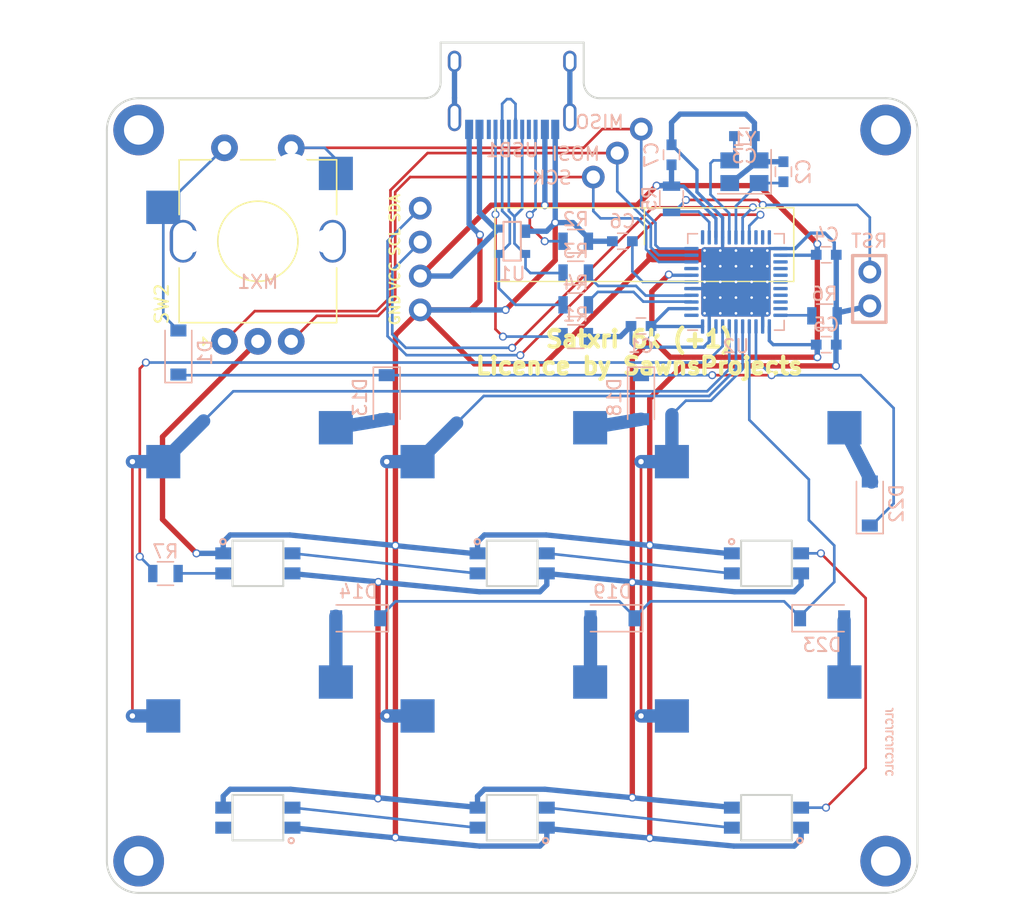
<source format=kicad_pcb>
(kicad_pcb (version 20171130) (host pcbnew "(5.1.11)-1")

  (general
    (thickness 1.6)
    (drawings 16)
    (tracks 398)
    (zones 0)
    (modules 46)
    (nets 56)
  )

  (page A3)
  (layers
    (0 F.Cu signal)
    (31 B.Cu signal)
    (32 B.Adhes user)
    (33 F.Adhes user)
    (34 B.Paste user)
    (35 F.Paste user)
    (36 B.SilkS user)
    (37 F.SilkS user)
    (38 B.Mask user)
    (39 F.Mask user)
    (40 Dwgs.User user)
    (41 Cmts.User user)
    (42 Eco1.User user)
    (43 Eco2.User user)
    (44 Edge.Cuts user)
    (45 Margin user)
    (46 B.CrtYd user)
    (47 F.CrtYd user)
    (48 B.Fab user)
    (49 F.Fab user)
  )

  (setup
    (last_trace_width 0.2)
    (trace_clearance 0.1524)
    (zone_clearance 0.3556)
    (zone_45_only no)
    (trace_min 0.2)
    (via_size 0.6)
    (via_drill 0.4)
    (via_min_size 0.4)
    (via_min_drill 0.3)
    (uvia_size 0.3)
    (uvia_drill 0.1)
    (uvias_allowed no)
    (uvia_min_size 0.2)
    (uvia_min_drill 0.1)
    (edge_width 0.15)
    (segment_width 0.15)
    (pcb_text_width 0.3)
    (pcb_text_size 1.5 1.5)
    (mod_edge_width 0.15)
    (mod_text_size 1 1)
    (mod_text_width 0.15)
    (pad_size 1.7 1.7)
    (pad_drill 1)
    (pad_to_mask_clearance 0)
    (aux_axis_origin 0 0)
    (grid_origin 266.7 114.3)
    (visible_elements 7FFFFFFF)
    (pcbplotparams
      (layerselection 0x010f0_ffffffff)
      (usegerberextensions false)
      (usegerberattributes false)
      (usegerberadvancedattributes false)
      (creategerberjobfile false)
      (gerberprecision 5)
      (excludeedgelayer true)
      (linewidth 0.100000)
      (plotframeref false)
      (viasonmask false)
      (mode 1)
      (useauxorigin false)
      (hpglpennumber 1)
      (hpglpenspeed 20)
      (hpglpendiameter 15.000000)
      (psnegative false)
      (psa4output false)
      (plotreference true)
      (plotvalue true)
      (plotinvisibletext false)
      (padsonsilk false)
      (subtractmaskfromsilk false)
      (outputformat 1)
      (mirror false)
      (drillshape 0)
      (scaleselection 1)
      (outputdirectory "New folder/"))
  )

  (net 0 "")
  (net 1 +5V)
  (net 2 GND)
  (net 3 "Net-(C2-Pad1)")
  (net 4 "Net-(C3-Pad1)")
  (net 5 "Net-(C6-Pad1)")
  (net 6 "Net-(D13-Pad2)")
  (net 7 "Net-(D14-Pad2)")
  (net 8 "Net-(D18-Pad2)")
  (net 9 "Net-(D19-Pad2)")
  (net 10 "Net-(D22-Pad2)")
  (net 11 "Net-(D23-Pad2)")
  (net 12 "Net-(R1-Pad2)")
  (net 13 "Net-(R2-Pad2)")
  (net 14 D+)
  (net 15 "Net-(R3-Pad2)")
  (net 16 D-)
  (net 17 "Net-(R4-Pad2)")
  (net 18 RST)
  (net 19 "Net-(R6-Pad2)")
  (net 20 "Net-(SK6812MiniE1-Pad2)")
  (net 21 "Net-(SK6812MiniE2-Pad2)")
  (net 22 "Net-(SK6812MiniE3-Pad2)")
  (net 23 "Net-(SK6812MiniE4-Pad2)")
  (net 24 "Net-(SK6812MiniE5-Pad2)")
  (net 25 "Net-(SK6812MiniE6-Pad2)")
  (net 26 ROW0)
  (net 27 ROW1)
  (net 28 COL0)
  (net 29 COL1)
  (net 30 COL2)
  (net 31 RGBLED)
  (net 32 SCL)
  (net 33 SDA)
  (net 34 "Net-(R7-Pad2)")
  (net 35 SCK)
  (net 36 MOSI)
  (net 37 MISO)
  (net 38 "Net-(U2-Pad1)")
  (net 39 "Net-(U2-Pad8)")
  (net 40 "Net-(U2-Pad12)")
  (net 41 "Net-(U2-Pad20)")
  (net 42 "Net-(U2-Pad21)")
  (net 43 "Net-(U2-Pad22)")
  (net 44 "Net-(U2-Pad25)")
  (net 45 "Net-(U2-Pad26)")
  (net 46 "Net-(U2-Pad27)")
  (net 47 "Net-(U2-Pad28)")
  (net 48 "Net-(U2-Pad29)")
  (net 49 "Net-(U2-Pad30)")
  (net 50 "Net-(U2-Pad31)")
  (net 51 "Net-(U2-Pad32)")
  (net 52 "Net-(U2-Pad42)")
  (net 53 "Net-(USB1-Pad9)")
  (net 54 "Net-(USB1-Pad3)")
  (net 55 S2)

  (net_class Default "This is the default net class."
    (clearance 0.1524)
    (trace_width 0.2)
    (via_dia 0.6)
    (via_drill 0.4)
    (uvia_dia 0.3)
    (uvia_drill 0.1)
    (add_net COL0)
    (add_net COL1)
    (add_net COL2)
    (add_net D+)
    (add_net D-)
    (add_net MISO)
    (add_net MOSI)
    (add_net "Net-(C2-Pad1)")
    (add_net "Net-(C3-Pad1)")
    (add_net "Net-(C6-Pad1)")
    (add_net "Net-(D13-Pad2)")
    (add_net "Net-(D14-Pad2)")
    (add_net "Net-(D18-Pad2)")
    (add_net "Net-(D19-Pad2)")
    (add_net "Net-(D22-Pad2)")
    (add_net "Net-(D23-Pad2)")
    (add_net "Net-(R1-Pad2)")
    (add_net "Net-(R2-Pad2)")
    (add_net "Net-(R3-Pad2)")
    (add_net "Net-(R4-Pad2)")
    (add_net "Net-(R6-Pad2)")
    (add_net "Net-(R7-Pad2)")
    (add_net "Net-(SK6812MiniE1-Pad2)")
    (add_net "Net-(SK6812MiniE2-Pad2)")
    (add_net "Net-(SK6812MiniE3-Pad2)")
    (add_net "Net-(SK6812MiniE4-Pad2)")
    (add_net "Net-(SK6812MiniE5-Pad2)")
    (add_net "Net-(SK6812MiniE6-Pad2)")
    (add_net "Net-(U2-Pad1)")
    (add_net "Net-(U2-Pad12)")
    (add_net "Net-(U2-Pad20)")
    (add_net "Net-(U2-Pad21)")
    (add_net "Net-(U2-Pad22)")
    (add_net "Net-(U2-Pad25)")
    (add_net "Net-(U2-Pad26)")
    (add_net "Net-(U2-Pad27)")
    (add_net "Net-(U2-Pad28)")
    (add_net "Net-(U2-Pad29)")
    (add_net "Net-(U2-Pad30)")
    (add_net "Net-(U2-Pad31)")
    (add_net "Net-(U2-Pad32)")
    (add_net "Net-(U2-Pad42)")
    (add_net "Net-(U2-Pad8)")
    (add_net "Net-(USB1-Pad3)")
    (add_net "Net-(USB1-Pad9)")
    (add_net RGBLED)
    (add_net ROW0)
    (add_net ROW1)
    (add_net RST)
    (add_net S2)
    (add_net SCK)
    (add_net SCL)
    (add_net SDA)
  )

  (net_class Power ""
    (clearance 0.1524)
    (trace_width 0.4)
    (via_dia 0.6)
    (via_drill 0.4)
    (uvia_dia 0.3)
    (uvia_drill 0.1)
    (add_net +5V)
    (add_net GND)
  )

  (module sanproject-keyboard-part:SSD091 locked (layer F.Cu) (tedit 61520348) (tstamp 62214663)
    (at 276.606 95.504)
    (path /609EB42E)
    (fp_text reference U3 (at 0 0.5) (layer F.SilkS) hide
      (effects (font (size 1 1) (thickness 0.15)))
    )
    (fp_text value STF202-22T1G (at 0 -0.5) (layer F.Fab)
      (effects (font (size 1 1) (thickness 0.15)))
    )
    (fp_line (start -18.29 -4.92) (end 19.71 -4.92) (layer Dwgs.User) (width 0.12))
    (fp_line (start -18.29 -4.92) (end -18.29 7.08) (layer Dwgs.User) (width 0.12))
    (fp_line (start -18.29 7.08) (end 19.71 7.08) (layer Dwgs.User) (width 0.12))
    (fp_line (start 19.71 -4.92) (end 19.71 7.08) (layer Dwgs.User) (width 0.12))
    (fp_line (start -13.29 -4.92) (end -13.29 7.08) (layer Dwgs.User) (width 0.12))
    (fp_line (start 16.71 -4.92) (end 16.71 7.08) (layer Dwgs.User) (width 0.12))
    (fp_line (start -11.19 -2.76) (end 11.19 -2.76) (layer F.SilkS) (width 0.1))
    (fp_line (start 11.19 -2.76) (end 11.19 2.76) (layer F.SilkS) (width 0.1))
    (fp_line (start -11.19 2.76) (end 11.19 2.76) (layer F.SilkS) (width 0.1))
    (fp_line (start -11.19 -2.76) (end -11.19 2.76) (layer F.SilkS) (width 0.1))
    (fp_line (start 11.19 2.76) (end 11.19 -2.76) (layer F.SilkS) (width 0.12))
    (fp_line (start 0 -2.76) (end 0 0) (layer F.SilkS) (width 0.1))
    (fp_text user GND (at -18.695 4.89 90) (layer F.SilkS)
      (effects (font (size 0.75 0.75) (thickness 0.15)))
    )
    (fp_text user VCC (at -18.695 2.35 90) (layer F.SilkS)
      (effects (font (size 0.75 0.75) (thickness 0.15)))
    )
    (fp_text user SCL (at -18.695 -0.19 90) (layer F.SilkS)
      (effects (font (size 0.75 0.75) (thickness 0.15)))
    )
    (fp_text user SDA (at -18.695 -2.73 90) (layer F.SilkS)
      (effects (font (size 0.75 0.75) (thickness 0.15)))
    )
    (pad 4 thru_hole circle (at -16.79 4.89) (size 1.7 1.7) (drill 1) (layers *.Cu *.Mask)
      (net 2 GND))
    (pad 3 thru_hole circle (at -16.79 2.35) (size 1.7 1.7) (drill 1) (layers *.Cu *.Mask)
      (net 1 +5V))
    (pad 2 thru_hole circle (at -16.79 -0.19) (size 1.7 1.7) (drill 1) (layers *.Cu *.Mask)
      (net 32 SCL))
    (pad 1 thru_hole circle (at -16.79 -2.73) (size 1.7 1.7) (drill 1) (layers *.Cu *.Mask)
      (net 33 SDA))
    (model "D:/PCB Design/KiCad/Lib/OLED_0.91_128x32.stp"
      (offset (xyz 0.75 -1.08 2.5))
      (scale (xyz 1 1 1))
      (rotate (xyz 0 0 0))
    )
  )

  (module sanproject-keyboard-part:RotaryEncoder_Alps_EC11E-Switch_Vertical_H20mm_Center (layer F.Cu) (tedit 60CF2E94) (tstamp 60E456FB)
    (at 247.65104 95.2504 90)
    (descr "Alps rotary encoder, EC12E... with switch, vertical shaft, http://www.alps.com/prod/info/E/HTML/Encoder/Incremental/EC11/EC11E15204A3.html")
    (tags "rotary encoder")
    (path /60E3CD97)
    (fp_text reference SW2 (at -4.7 -7.2 270) (layer F.SilkS)
      (effects (font (size 1 1) (thickness 0.15)))
    )
    (fp_text value Rotary_Encoder_Switch (at 0 7.9 270) (layer F.Fab)
      (effects (font (size 1 1) (thickness 0.15)))
    )
    (fp_circle (center 0 0) (end 3 0) (layer F.Fab) (width 0.12))
    (fp_circle (center 0 0) (end 3 0) (layer F.SilkS) (width 0.12))
    (fp_line (start 8.5 7.1) (end -9 7.1) (layer F.CrtYd) (width 0.05))
    (fp_line (start 8.5 7.1) (end 8.5 -7.1) (layer F.CrtYd) (width 0.05))
    (fp_line (start -9 -7.1) (end -9 7.1) (layer F.CrtYd) (width 0.05))
    (fp_line (start -9 -7.1) (end 8.5 -7.1) (layer F.CrtYd) (width 0.05))
    (fp_line (start -5 -5.8) (end 6 -5.8) (layer F.Fab) (width 0.12))
    (fp_line (start 6 -5.8) (end 6 5.8) (layer F.Fab) (width 0.12))
    (fp_line (start 6 5.8) (end -6 5.8) (layer F.Fab) (width 0.12))
    (fp_line (start -6 5.8) (end -6 -4.7) (layer F.Fab) (width 0.12))
    (fp_line (start -6 -4.7) (end -5 -5.8) (layer F.Fab) (width 0.12))
    (fp_line (start 2 -5.9) (end 6.1 -5.9) (layer F.SilkS) (width 0.12))
    (fp_line (start 6.1 5.9) (end 2 5.9) (layer F.SilkS) (width 0.12))
    (fp_line (start -2 5.9) (end -6.1 5.9) (layer F.SilkS) (width 0.12))
    (fp_line (start -2 -5.9) (end -6.1 -5.9) (layer F.SilkS) (width 0.12))
    (fp_line (start -6.1 -5.9) (end -6.1 5.9) (layer F.SilkS) (width 0.12))
    (fp_line (start -7.5 -3.8) (end -7.8 -4.1) (layer F.SilkS) (width 0.12))
    (fp_line (start -7.8 -4.1) (end -7.2 -4.1) (layer F.SilkS) (width 0.12))
    (fp_line (start -7.2 -4.1) (end -7.5 -3.8) (layer F.SilkS) (width 0.12))
    (fp_line (start 0 -3) (end 0 3) (layer F.Fab) (width 0.12))
    (fp_line (start -3 0) (end 3 0) (layer F.Fab) (width 0.12))
    (fp_line (start 6.1 -5.9) (end 6.1 -3.5) (layer F.SilkS) (width 0.12))
    (fp_line (start 6.1 -1.3) (end 6.1 1.3) (layer F.SilkS) (width 0.12))
    (fp_line (start 6.1 3.5) (end 6.1 5.9) (layer F.SilkS) (width 0.12))
    (fp_line (start 0 -0.5) (end 0 0.5) (layer F.SilkS) (width 0.12))
    (fp_line (start -0.5 0) (end 0.5 0) (layer F.SilkS) (width 0.12))
    (fp_text user %R (at 3.6 3.8 270) (layer F.Fab)
      (effects (font (size 1 1) (thickness 0.15)))
    )
    (pad A thru_hole circle (at -7.5 -2.5 90) (size 2 2) (drill 1) (layers *.Cu *.Mask)
      (net 36 MOSI))
    (pad C thru_hole circle (at -7.5 0 90) (size 2 2) (drill 1) (layers *.Cu *.Mask)
      (net 2 GND))
    (pad B thru_hole circle (at -7.5 2.5 90) (size 2 2) (drill 1) (layers *.Cu *.Mask)
      (net 35 SCK))
    (pad MP thru_hole oval (at 0 -5.6 90) (size 3.2 2) (drill oval 2.8 1.5) (layers *.Cu *.Mask))
    (pad MP thru_hole oval (at 0 5.6 90) (size 3.2 2) (drill oval 2.8 1.5) (layers *.Cu *.Mask))
    (pad S2 thru_hole circle (at 7 -2.5 90) (size 2 2) (drill 1) (layers *.Cu *.Mask)
      (net 55 S2))
    (pad S1 thru_hole circle (at 7 2.5 90) (size 2 2) (drill 1) (layers *.Cu *.Mask)
      (net 37 MISO))
    (model ${KISYS3DMOD}/Rotary_Encoder.3dshapes/RotaryEncoder_Alps_EC11E-Switch_Vertical_H20mm.wrl
      (at (xyz 0 0 0))
      (scale (xyz 1 1 1))
      (rotate (xyz 0 0 0))
    )
  )

  (module MX_Only_v3:MXOnly-1U-Hotswap (layer F.Cu) (tedit 5BFF7B40) (tstamp 60E44F18)
    (at 247.65104 95.2504)
    (path /60E4A31D)
    (attr smd)
    (fp_text reference MX1 (at 0 3.048) (layer B.CrtYd)
      (effects (font (size 1 1) (thickness 0.15)) (justify mirror))
    )
    (fp_text value MX-NoLED (at 0 -7.9375) (layer Dwgs.User)
      (effects (font (size 1 1) (thickness 0.15)))
    )
    (fp_line (start 5 -7) (end 7 -7) (layer Dwgs.User) (width 0.15))
    (fp_line (start 7 -7) (end 7 -5) (layer Dwgs.User) (width 0.15))
    (fp_line (start 5 7) (end 7 7) (layer Dwgs.User) (width 0.15))
    (fp_line (start 7 7) (end 7 5) (layer Dwgs.User) (width 0.15))
    (fp_line (start -7 5) (end -7 7) (layer Dwgs.User) (width 0.15))
    (fp_line (start -7 7) (end -5 7) (layer Dwgs.User) (width 0.15))
    (fp_line (start -5 -7) (end -7 -7) (layer Dwgs.User) (width 0.15))
    (fp_line (start -7 -7) (end -7 -5) (layer Dwgs.User) (width 0.15))
    (fp_line (start -9.525 -9.525) (end 9.525 -9.525) (layer Dwgs.User) (width 0.15))
    (fp_line (start 9.525 -9.525) (end 9.525 9.525) (layer Dwgs.User) (width 0.15))
    (fp_line (start 9.525 9.525) (end -9.525 9.525) (layer Dwgs.User) (width 0.15))
    (fp_line (start -9.525 9.525) (end -9.525 -9.525) (layer Dwgs.User) (width 0.15))
    (fp_circle (center 2.54 -5.08) (end 2.54 -6.604) (layer B.CrtYd) (width 0.15))
    (fp_circle (center -3.81 -2.54) (end -3.81 -4.064) (layer B.CrtYd) (width 0.15))
    (fp_line (start 4.572 -6.35) (end 7.112 -6.35) (layer B.CrtYd) (width 0.15))
    (fp_line (start 7.112 -6.35) (end 7.112 -3.81) (layer B.CrtYd) (width 0.15))
    (fp_line (start 7.112 -3.81) (end 4.572 -3.81) (layer B.CrtYd) (width 0.15))
    (fp_line (start 4.572 -3.81) (end 4.572 -6.35) (layer B.CrtYd) (width 0.15))
    (fp_line (start -5.842 -3.81) (end -8.382 -3.81) (layer B.CrtYd) (width 0.15))
    (fp_line (start -8.382 -3.81) (end -8.382 -1.27) (layer B.CrtYd) (width 0.15))
    (fp_line (start -8.382 -1.27) (end -5.842 -1.27) (layer B.CrtYd) (width 0.15))
    (fp_line (start -5.842 -1.27) (end -5.842 -3.81) (layer B.CrtYd) (width 0.15))
    (fp_text user %R (at 0 3.048) (layer B.SilkS)
      (effects (font (size 1 1) (thickness 0.15)) (justify mirror))
    )
    (pad 2 smd rect (at 5.842 -5.08) (size 2.55 2.5) (layers B.Cu B.Paste B.Mask)
      (net 37 MISO))
    (pad 1 smd rect (at -7.085 -2.54) (size 2.55 2.5) (layers B.Cu B.Paste B.Mask)
      (net 55 S2))
    (pad "" np_thru_hole circle (at 5.08 0 48.0996) (size 1.75 1.75) (drill 1.75) (layers *.Cu *.Mask))
    (pad "" np_thru_hole circle (at -5.08 0 48.0996) (size 1.75 1.75) (drill 1.75) (layers *.Cu *.Mask))
    (pad "" np_thru_hole circle (at -3.81 -2.54) (size 3 3) (drill 3) (layers *.Cu *.Mask))
    (pad "" np_thru_hole circle (at 0 0) (size 3.9878 3.9878) (drill 3.9878) (layers *.Cu *.Mask))
    (pad "" np_thru_hole circle (at 2.54 -5.08) (size 3 3) (drill 3) (layers *.Cu *.Mask))
  )

  (module sanproject-keyboard-part:D_SOD-123 (layer B.Cu) (tedit 5ECFFD86) (tstamp 60E44D8E)
    (at 241.69789 103.58481 90)
    (descr SOD-123)
    (tags SOD-123)
    (path /60E4A317)
    (attr smd)
    (fp_text reference D1 (at 0 2 90) (layer B.SilkS)
      (effects (font (size 1 1) (thickness 0.15)) (justify mirror))
    )
    (fp_text value D (at 0 -2.1 90) (layer B.Fab)
      (effects (font (size 1 1) (thickness 0.15)) (justify mirror))
    )
    (fp_line (start -2.25 1) (end 1.65 1) (layer B.SilkS) (width 0.12))
    (fp_line (start -2.25 -1) (end 1.65 -1) (layer B.SilkS) (width 0.12))
    (fp_line (start -2.35 1.15) (end -2.35 -1.15) (layer B.CrtYd) (width 0.05))
    (fp_line (start 2.35 -1.15) (end -2.35 -1.15) (layer B.CrtYd) (width 0.05))
    (fp_line (start 2.35 1.15) (end 2.35 -1.15) (layer B.CrtYd) (width 0.05))
    (fp_line (start -2.35 1.15) (end 2.35 1.15) (layer B.CrtYd) (width 0.05))
    (fp_line (start -1.4 0.9) (end 1.4 0.9) (layer B.Fab) (width 0.1))
    (fp_line (start 1.4 0.9) (end 1.4 -0.9) (layer B.Fab) (width 0.1))
    (fp_line (start 1.4 -0.9) (end -1.4 -0.9) (layer B.Fab) (width 0.1))
    (fp_line (start -1.4 -0.9) (end -1.4 0.9) (layer B.Fab) (width 0.1))
    (fp_line (start -0.75 0) (end -0.35 0) (layer B.Fab) (width 0.1))
    (fp_line (start -0.35 0) (end -0.35 0.55) (layer B.Fab) (width 0.1))
    (fp_line (start -0.35 0) (end -0.35 -0.55) (layer B.Fab) (width 0.1))
    (fp_line (start -0.35 0) (end 0.25 0.4) (layer B.Fab) (width 0.1))
    (fp_line (start 0.25 0.4) (end 0.25 -0.4) (layer B.Fab) (width 0.1))
    (fp_line (start 0.25 -0.4) (end -0.35 0) (layer B.Fab) (width 0.1))
    (fp_line (start 0.25 0) (end 0.75 0) (layer B.Fab) (width 0.1))
    (fp_line (start -2.25 1) (end -2.25 -1) (layer B.SilkS) (width 0.12))
    (fp_text user %R (at 0 2 90) (layer B.Fab)
      (effects (font (size 1 1) (thickness 0.15)) (justify mirror))
    )
    (pad 1 smd rect (at -1.65 0 90) (size 0.9 1.2) (layers B.Cu B.Paste B.Mask)
      (net 26 ROW0))
    (pad 2 smd rect (at 1.65 0 90) (size 0.9 1.2) (layers B.Cu B.Paste B.Mask)
      (net 55 S2))
    (model ${KISYS3DMOD}/Diodes_SMD.3dshapes/D_SOD-123.wrl
      (at (xyz 0 0 0))
      (scale (xyz 1 1 1))
      (rotate (xyz 0 0 0))
    )
  )

  (module sanproject-keyboard-part:Reset_Pretty (layer B.Cu) (tedit 60A914D7) (tstamp 60A99B3D)
    (at 274.574 88.646 315)
    (path /6098D17D)
    (attr virtual)
    (fp_text reference U4 (at 0 -7.27 315) (layer Dwgs.User)
      (effects (font (size 1 1) (thickness 0.15)))
    )
    (fp_text value STF202-22T1G (at 0 6 315) (layer Dwgs.User)
      (effects (font (size 1 1) (thickness 0.15)))
    )
    (fp_text user MISO (at -2.580756 -0.70775) (layer B.SilkS)
      (effects (font (size 1 1) (thickness 0.15)) (justify mirror))
    )
    (fp_text user SCK (at -2.159805 4.764616) (layer B.SilkS)
      (effects (font (size 1 1) (thickness 0.15)) (justify mirror))
    )
    (fp_text user MOSI (at -2.159805 2.238909) (layer B.SilkS)
      (effects (font (size 1 1) (thickness 0.15)) (justify mirror))
    )
    (pad 3 thru_hole circle (at 0 0 135) (size 1.7 1.7) (drill 1) (layers *.Cu *.Mask)
      (net 36 MOSI))
    (pad 2 thru_hole circle (at 0 2.54 315) (size 1.7 1.7) (drill 1) (layers *.Cu *.Mask)
      (net 35 SCK))
    (pad 1 thru_hole circle (at 0 -2.54 315) (size 1.7 1.7) (drill 1) (layers *.Cu *.Mask)
      (net 37 MISO))
  )

  (module MountingHole:MountingHole_2.2mm_M2_DIN965_Pad locked (layer F.Cu) (tedit 56D1B4CB) (tstamp 6099A513)
    (at 238.720513 86.915698)
    (descr "Mounting Hole 2.2mm, M2, DIN965")
    (tags "mounting hole 2.2mm m2 din965")
    (path /60A2CF16)
    (attr virtual)
    (fp_text reference LOGO5 (at 0 -2.9) (layer F.Fab)
      (effects (font (size 1 1) (thickness 0.15)))
    )
    (fp_text value Logo_Open_Hardware_Large (at 0 2.9) (layer F.Fab)
      (effects (font (size 1 1) (thickness 0.15)))
    )
    (fp_circle (center 0 0) (end 1.9 0) (layer Cmts.User) (width 0.15))
    (fp_circle (center 0 0) (end 2.15 0) (layer F.CrtYd) (width 0.05))
    (fp_text user %R (at 0.3 0) (layer F.Fab)
      (effects (font (size 1 1) (thickness 0.15)))
    )
    (pad 1 thru_hole circle (at 0 0) (size 3.8 3.8) (drill 2.2) (layers *.Cu *.Mask))
  )

  (module MountingHole:MountingHole_2.2mm_M2_DIN965_Pad locked (layer F.Cu) (tedit 56D1B4CB) (tstamp 6099AB01)
    (at 294.679935 141.684494)
    (descr "Mounting Hole 2.2mm, M2, DIN965")
    (tags "mounting hole 2.2mm m2 din965")
    (path /60A2A5B3)
    (attr virtual)
    (fp_text reference LOGO4 (at 0 -2.9) (layer F.Fab)
      (effects (font (size 1 1) (thickness 0.15)))
    )
    (fp_text value Logo_Open_Hardware_Large (at 0 2.9) (layer F.Fab)
      (effects (font (size 1 1) (thickness 0.15)))
    )
    (fp_circle (center 0 0) (end 1.9 0) (layer Cmts.User) (width 0.15))
    (fp_circle (center 0 0) (end 2.15 0) (layer F.CrtYd) (width 0.05))
    (fp_text user %R (at 0.3 0) (layer F.Fab)
      (effects (font (size 1 1) (thickness 0.15)))
    )
    (pad 1 thru_hole circle (at 0 0) (size 3.8 3.8) (drill 2.2) (layers *.Cu *.Mask))
  )

  (module MountingHole:MountingHole_2.2mm_M2_DIN965_Pad locked (layer F.Cu) (tedit 56D1B4CB) (tstamp 6099478A)
    (at 294.679935 86.915698)
    (descr "Mounting Hole 2.2mm, M2, DIN965")
    (tags "mounting hole 2.2mm m2 din965")
    (path /60A27BC9)
    (attr virtual)
    (fp_text reference LOGO3 (at 0 -2.9) (layer F.Fab)
      (effects (font (size 1 1) (thickness 0.15)))
    )
    (fp_text value Logo_Open_Hardware_Large (at 0 2.9) (layer F.Fab)
      (effects (font (size 1 1) (thickness 0.15)))
    )
    (fp_circle (center 0 0) (end 1.9 0) (layer Cmts.User) (width 0.15))
    (fp_circle (center 0 0) (end 2.15 0) (layer F.CrtYd) (width 0.05))
    (fp_text user %R (at 0.3 0) (layer F.Fab)
      (effects (font (size 1 1) (thickness 0.15)))
    )
    (pad 1 thru_hole circle (at 0 0) (size 3.8 3.8) (drill 2.2) (layers *.Cu *.Mask))
  )

  (module MountingHole:MountingHole_2.2mm_M2_DIN965_Pad locked (layer F.Cu) (tedit 56D1B4CB) (tstamp 60EE8016)
    (at 238.720513 141.684494)
    (descr "Mounting Hole 2.2mm, M2, DIN965")
    (tags "mounting hole 2.2mm m2 din965")
    (path /60A251E4)
    (attr virtual)
    (fp_text reference LOGO2 (at 0 -2.9) (layer F.Fab)
      (effects (font (size 1 1) (thickness 0.15)))
    )
    (fp_text value Logo_Open_Hardware_Large (at 0 2.9) (layer F.Fab)
      (effects (font (size 1 1) (thickness 0.15)))
    )
    (fp_circle (center 0 0) (end 1.9 0) (layer Cmts.User) (width 0.15))
    (fp_circle (center 0 0) (end 2.15 0) (layer F.CrtYd) (width 0.05))
    (fp_text user %R (at 0.3 0) (layer F.Fab)
      (effects (font (size 1 1) (thickness 0.15)))
    )
    (pad 1 thru_hole circle (at 0 0) (size 3.8 3.8) (drill 2.2) (layers *.Cu *.Mask))
  )

  (module sanproject-keyboard-part:Reset_Pretty (layer B.Cu) (tedit 60A912AE) (tstamp 60991924)
    (at 293.490295 98.82229 270)
    (path /60998DC4)
    (attr virtual)
    (fp_text reference U5 (at 0 -3.46 270) (layer Dwgs.User)
      (effects (font (size 1 1) (thickness 0.15)))
    )
    (fp_text value STF202-22T1G (at 0 6 270) (layer Dwgs.User)
      (effects (font (size 1 1) (thickness 0.15)))
    )
    (fp_line (start -2.5 1.29) (end 2.5 1.29) (layer B.SilkS) (width 0.25))
    (fp_line (start 2.5 1.29) (end 2.5 -1.21) (layer B.SilkS) (width 0.25))
    (fp_line (start 2.5 -1.21) (end -2.5 -1.21) (layer B.SilkS) (width 0.25))
    (fp_line (start -2.5 -1.21) (end -2.5 1.29) (layer B.SilkS) (width 0.25))
    (fp_text user RST (at -3.5962 0.0376) (layer B.SilkS)
      (effects (font (size 1 1) (thickness 0.15)) (justify mirror))
    )
    (pad 6 thru_hole circle (at 1.27 0 270) (size 1.7 1.7) (drill 1) (layers *.Cu *.Mask)
      (net 2 GND))
    (pad 5 thru_hole circle (at -1.27 0 270) (size 1.7 1.7) (drill 1) (layers *.Cu *.Mask)
      (net 18 RST))
  )

  (module sanproject-keyboard-part:R_0805 (layer B.Cu) (tedit 5ECFFC16) (tstamp 6099A663)
    (at 240.7285 120.142 180)
    (descr "Resistor SMD 0805, reflow soldering, Vishay (see dcrcw.pdf)")
    (tags "resistor 0805")
    (path /60A325DD)
    (attr smd)
    (fp_text reference R7 (at 0 1.65) (layer B.SilkS)
      (effects (font (size 1 1) (thickness 0.15)) (justify mirror))
    )
    (fp_text value R (at 0 -1.75) (layer B.Fab)
      (effects (font (size 1 1) (thickness 0.15)) (justify mirror))
    )
    (fp_line (start -1 -0.62) (end -1 0.62) (layer B.Fab) (width 0.1))
    (fp_line (start 1 -0.62) (end -1 -0.62) (layer B.Fab) (width 0.1))
    (fp_line (start 1 0.62) (end 1 -0.62) (layer B.Fab) (width 0.1))
    (fp_line (start -1 0.62) (end 1 0.62) (layer B.Fab) (width 0.1))
    (fp_line (start 0.6 -0.88) (end -0.6 -0.88) (layer B.SilkS) (width 0.12))
    (fp_line (start -0.6 0.88) (end 0.6 0.88) (layer B.SilkS) (width 0.12))
    (fp_line (start -1.55 0.9) (end 1.55 0.9) (layer B.CrtYd) (width 0.05))
    (fp_line (start -1.55 0.9) (end -1.55 -0.9) (layer B.CrtYd) (width 0.05))
    (fp_line (start 1.55 -0.9) (end 1.55 0.9) (layer B.CrtYd) (width 0.05))
    (fp_line (start 1.55 -0.9) (end -1.55 -0.9) (layer B.CrtYd) (width 0.05))
    (fp_text user %R (at 0 0) (layer B.Fab)
      (effects (font (size 0.5 0.5) (thickness 0.075)) (justify mirror))
    )
    (pad 1 smd rect (at -0.95 0 180) (size 0.7 1.3) (layers B.Cu B.Paste B.Mask)
      (net 31 RGBLED))
    (pad 2 smd rect (at 0.95 0 180) (size 0.7 1.3) (layers B.Cu B.Paste B.Mask)
      (net 34 "Net-(R7-Pad2)"))
    (model ${KISYS3DMOD}/Resistors_SMD.3dshapes/R_0805.wrl
      (at (xyz 0 0 0))
      (scale (xyz 1 1 1))
      (rotate (xyz 0 0 0))
    )
  )

  (module sanproject-keyboard-part:RGB-6028 (layer B.Cu) (tedit 5F9AE305) (tstamp 6097BDD3)
    (at 247.65 133.35 180)
    (path /611BA3E7/60963E51)
    (attr smd)
    (fp_text reference SK6812MiniE6 (at 0 -8) (layer F.Fab)
      (effects (font (size 1 1) (thickness 0.15)) (justify mirror))
    )
    (fp_text value WS2812B (at 0 -2.3) (layer B.Fab)
      (effects (font (size 1 1) (thickness 0.15)) (justify mirror))
    )
    (fp_line (start 1.9 -3.38) (end -1.9 -3.38) (layer Edge.Cuts) (width 0.15))
    (fp_line (start 1.9 -3.38) (end 1.9 -6.78) (layer Edge.Cuts) (width 0.15))
    (fp_line (start 1.9 -6.78) (end -1.9 -6.78) (layer Edge.Cuts) (width 0.15))
    (fp_line (start -1.9 -3.38) (end -1.9 -6.78) (layer Edge.Cuts) (width 0.15))
    (fp_line (start -9.525 9.525) (end 9.525 9.525) (layer Dwgs.User) (width 0.15))
    (fp_line (start 9.525 9.525) (end 9.525 -9.525) (layer Dwgs.User) (width 0.15))
    (fp_line (start 9.525 -9.525) (end -9.525 -9.525) (layer Dwgs.User) (width 0.15))
    (fp_line (start -9.525 -9.525) (end -9.525 9.525) (layer Dwgs.User) (width 0.15))
    (fp_circle (center -2.5 -6.8) (end -2.5 -6.6) (layer B.SilkS) (width 0.15))
    (pad 1 smd rect (at 2.595 -4.33 180) (size 1.19 0.9) (layers B.Cu B.Paste B.Mask)
      (net 1 +5V))
    (pad 3 smd rect (at -2.595 -5.83 180) (size 1.19 0.9) (layers B.Cu B.Paste B.Mask)
      (net 2 GND))
    (pad 4 smd rect (at -2.595 -4.33 180) (size 1.19 0.9) (layers B.Cu B.Paste B.Mask)
      (net 24 "Net-(SK6812MiniE5-Pad2)"))
    (pad 2 smd rect (at 2.595 -5.83 180) (size 1.19 0.9) (layers B.Cu B.Paste B.Mask)
      (net 25 "Net-(SK6812MiniE6-Pad2)"))
  )

  (module sanproject-keyboard-part:RGB-6028 (layer B.Cu) (tedit 5F9AE305) (tstamp 6097BDC2)
    (at 266.7 133.35 180)
    (path /611BA3E7/60963E4B)
    (attr smd)
    (fp_text reference SK6812MiniE5 (at 0 -8) (layer F.Fab)
      (effects (font (size 1 1) (thickness 0.15)) (justify mirror))
    )
    (fp_text value WS2812B (at 0 -2.3) (layer B.Fab)
      (effects (font (size 1 1) (thickness 0.15)) (justify mirror))
    )
    (fp_line (start 1.9 -3.38) (end -1.9 -3.38) (layer Edge.Cuts) (width 0.15))
    (fp_line (start 1.9 -3.38) (end 1.9 -6.78) (layer Edge.Cuts) (width 0.15))
    (fp_line (start 1.9 -6.78) (end -1.9 -6.78) (layer Edge.Cuts) (width 0.15))
    (fp_line (start -1.9 -3.38) (end -1.9 -6.78) (layer Edge.Cuts) (width 0.15))
    (fp_line (start -9.525 9.525) (end 9.525 9.525) (layer Dwgs.User) (width 0.15))
    (fp_line (start 9.525 9.525) (end 9.525 -9.525) (layer Dwgs.User) (width 0.15))
    (fp_line (start 9.525 -9.525) (end -9.525 -9.525) (layer Dwgs.User) (width 0.15))
    (fp_line (start -9.525 -9.525) (end -9.525 9.525) (layer Dwgs.User) (width 0.15))
    (fp_circle (center -2.5 -6.8) (end -2.5 -6.6) (layer B.SilkS) (width 0.15))
    (pad 1 smd rect (at 2.595 -4.33 180) (size 1.19 0.9) (layers B.Cu B.Paste B.Mask)
      (net 1 +5V))
    (pad 3 smd rect (at -2.595 -5.83 180) (size 1.19 0.9) (layers B.Cu B.Paste B.Mask)
      (net 2 GND))
    (pad 4 smd rect (at -2.595 -4.33 180) (size 1.19 0.9) (layers B.Cu B.Paste B.Mask)
      (net 23 "Net-(SK6812MiniE4-Pad2)"))
    (pad 2 smd rect (at 2.595 -5.83 180) (size 1.19 0.9) (layers B.Cu B.Paste B.Mask)
      (net 24 "Net-(SK6812MiniE5-Pad2)"))
  )

  (module sanproject-keyboard-part:RGB-6028 (layer B.Cu) (tedit 5F9AE305) (tstamp 6097BDB1)
    (at 285.75 133.35 180)
    (path /611BA3E7/60960C15)
    (attr smd)
    (fp_text reference SK6812MiniE4 (at 0 -8) (layer F.Fab)
      (effects (font (size 1 1) (thickness 0.15)) (justify mirror))
    )
    (fp_text value WS2812B (at 0 -2.3) (layer B.Fab)
      (effects (font (size 1 1) (thickness 0.15)) (justify mirror))
    )
    (fp_circle (center -2.5 -6.8) (end -2.5 -6.6) (layer B.SilkS) (width 0.15))
    (fp_line (start -9.525 -9.525) (end -9.525 9.525) (layer Dwgs.User) (width 0.15))
    (fp_line (start 9.525 -9.525) (end -9.525 -9.525) (layer Dwgs.User) (width 0.15))
    (fp_line (start 9.525 9.525) (end 9.525 -9.525) (layer Dwgs.User) (width 0.15))
    (fp_line (start -9.525 9.525) (end 9.525 9.525) (layer Dwgs.User) (width 0.15))
    (fp_line (start -1.9 -3.38) (end -1.9 -6.78) (layer Edge.Cuts) (width 0.15))
    (fp_line (start 1.9 -6.78) (end -1.9 -6.78) (layer Edge.Cuts) (width 0.15))
    (fp_line (start 1.9 -3.38) (end 1.9 -6.78) (layer Edge.Cuts) (width 0.15))
    (fp_line (start 1.9 -3.38) (end -1.9 -3.38) (layer Edge.Cuts) (width 0.15))
    (pad 2 smd rect (at 2.595 -5.83 180) (size 1.19 0.9) (layers B.Cu B.Paste B.Mask)
      (net 23 "Net-(SK6812MiniE4-Pad2)"))
    (pad 4 smd rect (at -2.595 -4.33 180) (size 1.19 0.9) (layers B.Cu B.Paste B.Mask)
      (net 22 "Net-(SK6812MiniE3-Pad2)"))
    (pad 3 smd rect (at -2.595 -5.83 180) (size 1.19 0.9) (layers B.Cu B.Paste B.Mask)
      (net 2 GND))
    (pad 1 smd rect (at 2.595 -4.33 180) (size 1.19 0.9) (layers B.Cu B.Paste B.Mask)
      (net 1 +5V))
  )

  (module MX_Only_v3:MXOnly-1U-Hotswap (layer F.Cu) (tedit 5BFF7B40) (tstamp 6097BD07)
    (at 285.75 133.35)
    (path /609B805E)
    (attr smd)
    (fp_text reference MX25 (at 0 3.048) (layer F.Fab)
      (effects (font (size 1 1) (thickness 0.15)) (justify mirror))
    )
    (fp_text value MX-NoLED (at 0 -7.9375) (layer Dwgs.User)
      (effects (font (size 1 1) (thickness 0.15)))
    )
    (fp_line (start -5.842 -1.27) (end -5.842 -3.81) (layer B.CrtYd) (width 0.15))
    (fp_line (start -8.382 -1.27) (end -5.842 -1.27) (layer B.CrtYd) (width 0.15))
    (fp_line (start -8.382 -3.81) (end -8.382 -1.27) (layer B.CrtYd) (width 0.15))
    (fp_line (start -5.842 -3.81) (end -8.382 -3.81) (layer B.CrtYd) (width 0.15))
    (fp_line (start 4.572 -3.81) (end 4.572 -6.35) (layer B.CrtYd) (width 0.15))
    (fp_line (start 7.112 -3.81) (end 4.572 -3.81) (layer B.CrtYd) (width 0.15))
    (fp_line (start 7.112 -6.35) (end 7.112 -3.81) (layer B.CrtYd) (width 0.15))
    (fp_line (start 4.572 -6.35) (end 7.112 -6.35) (layer B.CrtYd) (width 0.15))
    (fp_circle (center -3.81 -2.54) (end -3.81 -4.064) (layer B.CrtYd) (width 0.15))
    (fp_circle (center 2.54 -5.08) (end 2.54 -6.604) (layer B.CrtYd) (width 0.15))
    (fp_line (start -9.525 9.525) (end -9.525 -9.525) (layer Dwgs.User) (width 0.15))
    (fp_line (start 9.525 9.525) (end -9.525 9.525) (layer Dwgs.User) (width 0.15))
    (fp_line (start 9.525 -9.525) (end 9.525 9.525) (layer Dwgs.User) (width 0.15))
    (fp_line (start -9.525 -9.525) (end 9.525 -9.525) (layer Dwgs.User) (width 0.15))
    (fp_line (start -7 -7) (end -7 -5) (layer Dwgs.User) (width 0.15))
    (fp_line (start -5 -7) (end -7 -7) (layer Dwgs.User) (width 0.15))
    (fp_line (start -7 7) (end -5 7) (layer Dwgs.User) (width 0.15))
    (fp_line (start -7 5) (end -7 7) (layer Dwgs.User) (width 0.15))
    (fp_line (start 7 7) (end 7 5) (layer Dwgs.User) (width 0.15))
    (fp_line (start 5 7) (end 7 7) (layer Dwgs.User) (width 0.15))
    (fp_line (start 7 -7) (end 7 -5) (layer Dwgs.User) (width 0.15))
    (fp_line (start 5 -7) (end 7 -7) (layer Dwgs.User) (width 0.15))
    (fp_text user %R (at 0 3.048) (layer F.Fab)
      (effects (font (size 1 1) (thickness 0.15)) (justify mirror))
    )
    (pad 2 smd rect (at 5.842 -5.08) (size 2.55 2.5) (layers B.Cu B.Paste B.Mask)
      (net 11 "Net-(D23-Pad2)"))
    (pad 1 smd rect (at -7.085 -2.54) (size 2.55 2.5) (layers B.Cu B.Paste B.Mask)
      (net 30 COL2))
    (pad "" np_thru_hole circle (at 5.08 0 48.0996) (size 1.75 1.75) (drill 1.75) (layers *.Cu *.Mask))
    (pad "" np_thru_hole circle (at -5.08 0 48.0996) (size 1.75 1.75) (drill 1.75) (layers *.Cu *.Mask))
    (pad "" np_thru_hole circle (at -3.81 -2.54) (size 3 3) (drill 3) (layers *.Cu *.Mask))
    (pad "" np_thru_hole circle (at 0 0) (size 3.9878 3.9878) (drill 3.9878) (layers *.Cu *.Mask))
    (pad "" np_thru_hole circle (at 2.54 -5.08) (size 3 3) (drill 3) (layers *.Cu *.Mask))
  )

  (module MX_Only_v3:MXOnly-1U-Hotswap (layer F.Cu) (tedit 5BFF7B40) (tstamp 6097BCF2)
    (at 285.75 114.3)
    (path /609B7FFE)
    (attr smd)
    (fp_text reference MX24 (at 0 3.048) (layer F.Fab)
      (effects (font (size 1 1) (thickness 0.15)) (justify mirror))
    )
    (fp_text value MX-NoLED (at 0 -7.9375) (layer Dwgs.User)
      (effects (font (size 1 1) (thickness 0.15)))
    )
    (fp_line (start -5.842 -1.27) (end -5.842 -3.81) (layer B.CrtYd) (width 0.15))
    (fp_line (start -8.382 -1.27) (end -5.842 -1.27) (layer B.CrtYd) (width 0.15))
    (fp_line (start -8.382 -3.81) (end -8.382 -1.27) (layer B.CrtYd) (width 0.15))
    (fp_line (start -5.842 -3.81) (end -8.382 -3.81) (layer B.CrtYd) (width 0.15))
    (fp_line (start 4.572 -3.81) (end 4.572 -6.35) (layer B.CrtYd) (width 0.15))
    (fp_line (start 7.112 -3.81) (end 4.572 -3.81) (layer B.CrtYd) (width 0.15))
    (fp_line (start 7.112 -6.35) (end 7.112 -3.81) (layer B.CrtYd) (width 0.15))
    (fp_line (start 4.572 -6.35) (end 7.112 -6.35) (layer B.CrtYd) (width 0.15))
    (fp_circle (center -3.81 -2.54) (end -3.81 -4.064) (layer B.CrtYd) (width 0.15))
    (fp_circle (center 2.54 -5.08) (end 2.54 -6.604) (layer B.CrtYd) (width 0.15))
    (fp_line (start -9.525 9.525) (end -9.525 -9.525) (layer Dwgs.User) (width 0.15))
    (fp_line (start 9.525 9.525) (end -9.525 9.525) (layer Dwgs.User) (width 0.15))
    (fp_line (start 9.525 -9.525) (end 9.525 9.525) (layer Dwgs.User) (width 0.15))
    (fp_line (start -9.525 -9.525) (end 9.525 -9.525) (layer Dwgs.User) (width 0.15))
    (fp_line (start -7 -7) (end -7 -5) (layer Dwgs.User) (width 0.15))
    (fp_line (start -5 -7) (end -7 -7) (layer Dwgs.User) (width 0.15))
    (fp_line (start -7 7) (end -5 7) (layer Dwgs.User) (width 0.15))
    (fp_line (start -7 5) (end -7 7) (layer Dwgs.User) (width 0.15))
    (fp_line (start 7 7) (end 7 5) (layer Dwgs.User) (width 0.15))
    (fp_line (start 5 7) (end 7 7) (layer Dwgs.User) (width 0.15))
    (fp_line (start 7 -7) (end 7 -5) (layer Dwgs.User) (width 0.15))
    (fp_line (start 5 -7) (end 7 -7) (layer Dwgs.User) (width 0.15))
    (fp_text user %R (at 0 3.048) (layer F.Fab)
      (effects (font (size 1 1) (thickness 0.15)) (justify mirror))
    )
    (pad 2 smd rect (at 5.842 -5.08) (size 2.55 2.5) (layers B.Cu B.Paste B.Mask)
      (net 10 "Net-(D22-Pad2)"))
    (pad 1 smd rect (at -7.085 -2.54) (size 2.55 2.5) (layers B.Cu B.Paste B.Mask)
      (net 30 COL2))
    (pad "" np_thru_hole circle (at 5.08 0 48.0996) (size 1.75 1.75) (drill 1.75) (layers *.Cu *.Mask))
    (pad "" np_thru_hole circle (at -5.08 0 48.0996) (size 1.75 1.75) (drill 1.75) (layers *.Cu *.Mask))
    (pad "" np_thru_hole circle (at -3.81 -2.54) (size 3 3) (drill 3) (layers *.Cu *.Mask))
    (pad "" np_thru_hole circle (at 0 0) (size 3.9878 3.9878) (drill 3.9878) (layers *.Cu *.Mask))
    (pad "" np_thru_hole circle (at 2.54 -5.08) (size 3 3) (drill 3) (layers *.Cu *.Mask))
  )

  (module MX_Only_v3:MXOnly-1U-Hotswap (layer F.Cu) (tedit 5BFF7B40) (tstamp 6097BCDD)
    (at 266.7 133.35)
    (path /609B8058)
    (attr smd)
    (fp_text reference MX21 (at 0 3.048) (layer F.Fab)
      (effects (font (size 1 1) (thickness 0.15)) (justify mirror))
    )
    (fp_text value MX-NoLED (at 0 -7.9375) (layer Dwgs.User)
      (effects (font (size 1 1) (thickness 0.15)))
    )
    (fp_line (start 5 -7) (end 7 -7) (layer Dwgs.User) (width 0.15))
    (fp_line (start 7 -7) (end 7 -5) (layer Dwgs.User) (width 0.15))
    (fp_line (start 5 7) (end 7 7) (layer Dwgs.User) (width 0.15))
    (fp_line (start 7 7) (end 7 5) (layer Dwgs.User) (width 0.15))
    (fp_line (start -7 5) (end -7 7) (layer Dwgs.User) (width 0.15))
    (fp_line (start -7 7) (end -5 7) (layer Dwgs.User) (width 0.15))
    (fp_line (start -5 -7) (end -7 -7) (layer Dwgs.User) (width 0.15))
    (fp_line (start -7 -7) (end -7 -5) (layer Dwgs.User) (width 0.15))
    (fp_line (start -9.525 -9.525) (end 9.525 -9.525) (layer Dwgs.User) (width 0.15))
    (fp_line (start 9.525 -9.525) (end 9.525 9.525) (layer Dwgs.User) (width 0.15))
    (fp_line (start 9.525 9.525) (end -9.525 9.525) (layer Dwgs.User) (width 0.15))
    (fp_line (start -9.525 9.525) (end -9.525 -9.525) (layer Dwgs.User) (width 0.15))
    (fp_circle (center 2.54 -5.08) (end 2.54 -6.604) (layer B.CrtYd) (width 0.15))
    (fp_circle (center -3.81 -2.54) (end -3.81 -4.064) (layer B.CrtYd) (width 0.15))
    (fp_line (start 4.572 -6.35) (end 7.112 -6.35) (layer B.CrtYd) (width 0.15))
    (fp_line (start 7.112 -6.35) (end 7.112 -3.81) (layer B.CrtYd) (width 0.15))
    (fp_line (start 7.112 -3.81) (end 4.572 -3.81) (layer B.CrtYd) (width 0.15))
    (fp_line (start 4.572 -3.81) (end 4.572 -6.35) (layer B.CrtYd) (width 0.15))
    (fp_line (start -5.842 -3.81) (end -8.382 -3.81) (layer B.CrtYd) (width 0.15))
    (fp_line (start -8.382 -3.81) (end -8.382 -1.27) (layer B.CrtYd) (width 0.15))
    (fp_line (start -8.382 -1.27) (end -5.842 -1.27) (layer B.CrtYd) (width 0.15))
    (fp_line (start -5.842 -1.27) (end -5.842 -3.81) (layer B.CrtYd) (width 0.15))
    (fp_text user %R (at 0 3.048) (layer F.Fab)
      (effects (font (size 1 1) (thickness 0.15)) (justify mirror))
    )
    (pad "" np_thru_hole circle (at 2.54 -5.08) (size 3 3) (drill 3) (layers *.Cu *.Mask))
    (pad "" np_thru_hole circle (at 0 0) (size 3.9878 3.9878) (drill 3.9878) (layers *.Cu *.Mask))
    (pad "" np_thru_hole circle (at -3.81 -2.54) (size 3 3) (drill 3) (layers *.Cu *.Mask))
    (pad "" np_thru_hole circle (at -5.08 0 48.0996) (size 1.75 1.75) (drill 1.75) (layers *.Cu *.Mask))
    (pad "" np_thru_hole circle (at 5.08 0 48.0996) (size 1.75 1.75) (drill 1.75) (layers *.Cu *.Mask))
    (pad 1 smd rect (at -7.085 -2.54) (size 2.55 2.5) (layers B.Cu B.Paste B.Mask)
      (net 29 COL1))
    (pad 2 smd rect (at 5.842 -5.08) (size 2.55 2.5) (layers B.Cu B.Paste B.Mask)
      (net 9 "Net-(D19-Pad2)"))
  )

  (module MX_Only_v3:MXOnly-1U-Hotswap (layer F.Cu) (tedit 5BFF7B40) (tstamp 6097BCC8)
    (at 266.7 114.3)
    (path /609B7FF8)
    (attr smd)
    (fp_text reference MX20 (at 0 3.048) (layer F.Fab)
      (effects (font (size 1 1) (thickness 0.15)) (justify mirror))
    )
    (fp_text value MX-NoLED (at 0 -7.9375) (layer Dwgs.User)
      (effects (font (size 1 1) (thickness 0.15)))
    )
    (fp_line (start 5 -7) (end 7 -7) (layer Dwgs.User) (width 0.15))
    (fp_line (start 7 -7) (end 7 -5) (layer Dwgs.User) (width 0.15))
    (fp_line (start 5 7) (end 7 7) (layer Dwgs.User) (width 0.15))
    (fp_line (start 7 7) (end 7 5) (layer Dwgs.User) (width 0.15))
    (fp_line (start -7 5) (end -7 7) (layer Dwgs.User) (width 0.15))
    (fp_line (start -7 7) (end -5 7) (layer Dwgs.User) (width 0.15))
    (fp_line (start -5 -7) (end -7 -7) (layer Dwgs.User) (width 0.15))
    (fp_line (start -7 -7) (end -7 -5) (layer Dwgs.User) (width 0.15))
    (fp_line (start -9.525 -9.525) (end 9.525 -9.525) (layer Dwgs.User) (width 0.15))
    (fp_line (start 9.525 -9.525) (end 9.525 9.525) (layer Dwgs.User) (width 0.15))
    (fp_line (start 9.525 9.525) (end -9.525 9.525) (layer Dwgs.User) (width 0.15))
    (fp_line (start -9.525 9.525) (end -9.525 -9.525) (layer Dwgs.User) (width 0.15))
    (fp_circle (center 2.54 -5.08) (end 2.54 -6.604) (layer B.CrtYd) (width 0.15))
    (fp_circle (center -3.81 -2.54) (end -3.81 -4.064) (layer B.CrtYd) (width 0.15))
    (fp_line (start 4.572 -6.35) (end 7.112 -6.35) (layer B.CrtYd) (width 0.15))
    (fp_line (start 7.112 -6.35) (end 7.112 -3.81) (layer B.CrtYd) (width 0.15))
    (fp_line (start 7.112 -3.81) (end 4.572 -3.81) (layer B.CrtYd) (width 0.15))
    (fp_line (start 4.572 -3.81) (end 4.572 -6.35) (layer B.CrtYd) (width 0.15))
    (fp_line (start -5.842 -3.81) (end -8.382 -3.81) (layer B.CrtYd) (width 0.15))
    (fp_line (start -8.382 -3.81) (end -8.382 -1.27) (layer B.CrtYd) (width 0.15))
    (fp_line (start -8.382 -1.27) (end -5.842 -1.27) (layer B.CrtYd) (width 0.15))
    (fp_line (start -5.842 -1.27) (end -5.842 -3.81) (layer B.CrtYd) (width 0.15))
    (fp_text user %R (at 0 3.048) (layer F.Fab)
      (effects (font (size 1 1) (thickness 0.15)) (justify mirror))
    )
    (pad "" np_thru_hole circle (at 2.54 -5.08) (size 3 3) (drill 3) (layers *.Cu *.Mask))
    (pad "" np_thru_hole circle (at 0 0) (size 3.9878 3.9878) (drill 3.9878) (layers *.Cu *.Mask))
    (pad "" np_thru_hole circle (at -3.81 -2.54) (size 3 3) (drill 3) (layers *.Cu *.Mask))
    (pad "" np_thru_hole circle (at -5.08 0 48.0996) (size 1.75 1.75) (drill 1.75) (layers *.Cu *.Mask))
    (pad "" np_thru_hole circle (at 5.08 0 48.0996) (size 1.75 1.75) (drill 1.75) (layers *.Cu *.Mask))
    (pad 1 smd rect (at -7.085 -2.54) (size 2.55 2.5) (layers B.Cu B.Paste B.Mask)
      (net 29 COL1))
    (pad 2 smd rect (at 5.842 -5.08) (size 2.55 2.5) (layers B.Cu B.Paste B.Mask)
      (net 8 "Net-(D18-Pad2)"))
  )

  (module MX_Only_v3:MXOnly-1U-Hotswap (layer F.Cu) (tedit 5BFF7B40) (tstamp 6097CBBF)
    (at 247.65 133.35)
    (path /609B8052)
    (attr smd)
    (fp_text reference MX16 (at 0 3.048) (layer F.Fab)
      (effects (font (size 1 1) (thickness 0.15)) (justify mirror))
    )
    (fp_text value MX-NoLED (at 0 -7.9375) (layer Dwgs.User)
      (effects (font (size 1 1) (thickness 0.15)))
    )
    (fp_line (start 5 -7) (end 7 -7) (layer Dwgs.User) (width 0.15))
    (fp_line (start 7 -7) (end 7 -5) (layer Dwgs.User) (width 0.15))
    (fp_line (start 5 7) (end 7 7) (layer Dwgs.User) (width 0.15))
    (fp_line (start 7 7) (end 7 5) (layer Dwgs.User) (width 0.15))
    (fp_line (start -7 5) (end -7 7) (layer Dwgs.User) (width 0.15))
    (fp_line (start -7 7) (end -5 7) (layer Dwgs.User) (width 0.15))
    (fp_line (start -5 -7) (end -7 -7) (layer Dwgs.User) (width 0.15))
    (fp_line (start -7 -7) (end -7 -5) (layer Dwgs.User) (width 0.15))
    (fp_line (start -9.525 -9.525) (end 9.525 -9.525) (layer Dwgs.User) (width 0.15))
    (fp_line (start 9.525 -9.525) (end 9.525 9.525) (layer Dwgs.User) (width 0.15))
    (fp_line (start 9.525 9.525) (end -9.525 9.525) (layer Dwgs.User) (width 0.15))
    (fp_line (start -9.525 9.525) (end -9.525 -9.525) (layer Dwgs.User) (width 0.15))
    (fp_circle (center 2.54 -5.08) (end 2.54 -6.604) (layer B.CrtYd) (width 0.15))
    (fp_circle (center -3.81 -2.54) (end -3.81 -4.064) (layer B.CrtYd) (width 0.15))
    (fp_line (start 4.572 -6.35) (end 7.112 -6.35) (layer B.CrtYd) (width 0.15))
    (fp_line (start 7.112 -6.35) (end 7.112 -3.81) (layer B.CrtYd) (width 0.15))
    (fp_line (start 7.112 -3.81) (end 4.572 -3.81) (layer B.CrtYd) (width 0.15))
    (fp_line (start 4.572 -3.81) (end 4.572 -6.35) (layer B.CrtYd) (width 0.15))
    (fp_line (start -5.842 -3.81) (end -8.382 -3.81) (layer B.CrtYd) (width 0.15))
    (fp_line (start -8.382 -3.81) (end -8.382 -1.27) (layer B.CrtYd) (width 0.15))
    (fp_line (start -8.382 -1.27) (end -5.842 -1.27) (layer B.CrtYd) (width 0.15))
    (fp_line (start -5.842 -1.27) (end -5.842 -3.81) (layer B.CrtYd) (width 0.15))
    (fp_text user %R (at 0 3.048) (layer F.Fab)
      (effects (font (size 1 1) (thickness 0.15)) (justify mirror))
    )
    (pad "" np_thru_hole circle (at 2.54 -5.08) (size 3 3) (drill 3) (layers *.Cu *.Mask))
    (pad "" np_thru_hole circle (at 0 0) (size 3.9878 3.9878) (drill 3.9878) (layers *.Cu *.Mask))
    (pad "" np_thru_hole circle (at -3.81 -2.54) (size 3 3) (drill 3) (layers *.Cu *.Mask))
    (pad "" np_thru_hole circle (at -5.08 0 48.0996) (size 1.75 1.75) (drill 1.75) (layers *.Cu *.Mask))
    (pad "" np_thru_hole circle (at 5.08 0 48.0996) (size 1.75 1.75) (drill 1.75) (layers *.Cu *.Mask))
    (pad 1 smd rect (at -7.085 -2.54) (size 2.55 2.5) (layers B.Cu B.Paste B.Mask)
      (net 28 COL0))
    (pad 2 smd rect (at 5.842 -5.08) (size 2.55 2.5) (layers B.Cu B.Paste B.Mask)
      (net 7 "Net-(D14-Pad2)"))
  )

  (module MX_Only_v3:MXOnly-1U-Hotswap (layer F.Cu) (tedit 5BFF7B40) (tstamp 6097BC9E)
    (at 247.65 114.3)
    (path /609B7FF2)
    (attr smd)
    (fp_text reference MX15 (at 0 3.048) (layer F.Fab)
      (effects (font (size 1 1) (thickness 0.15)) (justify mirror))
    )
    (fp_text value MX-NoLED (at 0 -7.9375) (layer Dwgs.User)
      (effects (font (size 1 1) (thickness 0.15)))
    )
    (fp_line (start 5 -7) (end 7 -7) (layer Dwgs.User) (width 0.15))
    (fp_line (start 7 -7) (end 7 -5) (layer Dwgs.User) (width 0.15))
    (fp_line (start 5 7) (end 7 7) (layer Dwgs.User) (width 0.15))
    (fp_line (start 7 7) (end 7 5) (layer Dwgs.User) (width 0.15))
    (fp_line (start -7 5) (end -7 7) (layer Dwgs.User) (width 0.15))
    (fp_line (start -7 7) (end -5 7) (layer Dwgs.User) (width 0.15))
    (fp_line (start -5 -7) (end -7 -7) (layer Dwgs.User) (width 0.15))
    (fp_line (start -7 -7) (end -7 -5) (layer Dwgs.User) (width 0.15))
    (fp_line (start -9.525 -9.525) (end 9.525 -9.525) (layer Dwgs.User) (width 0.15))
    (fp_line (start 9.525 -9.525) (end 9.525 9.525) (layer Dwgs.User) (width 0.15))
    (fp_line (start 9.525 9.525) (end -9.525 9.525) (layer Dwgs.User) (width 0.15))
    (fp_line (start -9.525 9.525) (end -9.525 -9.525) (layer Dwgs.User) (width 0.15))
    (fp_circle (center 2.54 -5.08) (end 2.54 -6.604) (layer B.CrtYd) (width 0.15))
    (fp_circle (center -3.81 -2.54) (end -3.81 -4.064) (layer B.CrtYd) (width 0.15))
    (fp_line (start 4.572 -6.35) (end 7.112 -6.35) (layer B.CrtYd) (width 0.15))
    (fp_line (start 7.112 -6.35) (end 7.112 -3.81) (layer B.CrtYd) (width 0.15))
    (fp_line (start 7.112 -3.81) (end 4.572 -3.81) (layer B.CrtYd) (width 0.15))
    (fp_line (start 4.572 -3.81) (end 4.572 -6.35) (layer B.CrtYd) (width 0.15))
    (fp_line (start -5.842 -3.81) (end -8.382 -3.81) (layer B.CrtYd) (width 0.15))
    (fp_line (start -8.382 -3.81) (end -8.382 -1.27) (layer B.CrtYd) (width 0.15))
    (fp_line (start -8.382 -1.27) (end -5.842 -1.27) (layer B.CrtYd) (width 0.15))
    (fp_line (start -5.842 -1.27) (end -5.842 -3.81) (layer B.CrtYd) (width 0.15))
    (fp_text user %R (at 0 3.048) (layer F.Fab)
      (effects (font (size 1 1) (thickness 0.15)) (justify mirror))
    )
    (pad "" np_thru_hole circle (at 2.54 -5.08) (size 3 3) (drill 3) (layers *.Cu *.Mask))
    (pad "" np_thru_hole circle (at 0 0) (size 3.9878 3.9878) (drill 3.9878) (layers *.Cu *.Mask))
    (pad "" np_thru_hole circle (at -3.81 -2.54) (size 3 3) (drill 3) (layers *.Cu *.Mask))
    (pad "" np_thru_hole circle (at -5.08 0 48.0996) (size 1.75 1.75) (drill 1.75) (layers *.Cu *.Mask))
    (pad "" np_thru_hole circle (at 5.08 0 48.0996) (size 1.75 1.75) (drill 1.75) (layers *.Cu *.Mask))
    (pad 1 smd rect (at -7.085 -2.54) (size 2.55 2.5) (layers B.Cu B.Paste B.Mask)
      (net 28 COL0))
    (pad 2 smd rect (at 5.842 -5.08) (size 2.55 2.5) (layers B.Cu B.Paste B.Mask)
      (net 6 "Net-(D13-Pad2)"))
  )

  (module sanproject-keyboard-part:Crystal_SMD_3225-4Pin_3.2x2.5mm (layer B.Cu) (tedit 5A0FD1B2) (tstamp 6097C330)
    (at 284.099 90.043 180)
    (descr "SMD Crystal SERIES SMD3225/4 http://www.txccrystal.com/images/pdf/7m-accuracy.pdf, 3.2x2.5mm^2 package")
    (tags "SMD SMT crystal")
    (path /5B32463B)
    (attr smd)
    (fp_text reference Y1 (at 0 2.45 180) (layer B.SilkS)
      (effects (font (size 1 1) (thickness 0.15)) (justify mirror))
    )
    (fp_text value 16Mhz (at 0 -2.45 180) (layer B.Fab)
      (effects (font (size 1 1) (thickness 0.15)) (justify mirror))
    )
    (fp_line (start 2.1 1.7) (end -2.1 1.7) (layer B.CrtYd) (width 0.05))
    (fp_line (start 2.1 -1.7) (end 2.1 1.7) (layer B.CrtYd) (width 0.05))
    (fp_line (start -2.1 -1.7) (end 2.1 -1.7) (layer B.CrtYd) (width 0.05))
    (fp_line (start -2.1 1.7) (end -2.1 -1.7) (layer B.CrtYd) (width 0.05))
    (fp_line (start -2 -1.65) (end 2 -1.65) (layer B.SilkS) (width 0.12))
    (fp_line (start -2 1.65) (end -2 -1.65) (layer B.SilkS) (width 0.12))
    (fp_line (start -1.6 -0.25) (end -0.6 -1.25) (layer B.Fab) (width 0.1))
    (fp_line (start 1.6 1.25) (end -1.6 1.25) (layer B.Fab) (width 0.1))
    (fp_line (start 1.6 -1.25) (end 1.6 1.25) (layer B.Fab) (width 0.1))
    (fp_line (start -1.6 -1.25) (end 1.6 -1.25) (layer B.Fab) (width 0.1))
    (fp_line (start -1.6 1.25) (end -1.6 -1.25) (layer B.Fab) (width 0.1))
    (fp_text user %R (at 0 0 180) (layer B.Fab)
      (effects (font (size 0.7 0.7) (thickness 0.105)) (justify mirror))
    )
    (pad 4 smd rect (at -1.1 0.85 180) (size 1.4 1.2) (layers B.Cu B.Paste B.Mask)
      (net 2 GND))
    (pad 3 smd rect (at 1.1 0.85 180) (size 1.4 1.2) (layers B.Cu B.Paste B.Mask)
      (net 4 "Net-(C3-Pad1)"))
    (pad 2 smd rect (at 1.1 -0.85 180) (size 1.4 1.2) (layers B.Cu B.Paste B.Mask)
      (net 2 GND))
    (pad 1 smd rect (at -1.1 -0.85 180) (size 1.4 1.2) (layers B.Cu B.Paste B.Mask)
      (net 3 "Net-(C2-Pad1)"))
    (model ${KISYS3DMOD}/Crystal.3dshapes/Crystal_SMD_3225-4Pin_3.2x2.5mm.wrl
      (at (xyz 0 0 0))
      (scale (xyz 1 1 1))
      (rotate (xyz 0 0 0))
    )
  )

  (module sanproject-keyboard-part:HRO-TYPE-C-31-M-12-Assembly (layer B.Cu) (tedit 5B968BF6) (tstamp 60A64B00)
    (at 266.70112 79.176895)
    (path /5B361237)
    (fp_text reference USB1 (at 0 9.25 180) (layer B.SilkS)
      (effects (font (size 1 1) (thickness 0.15)) (justify mirror))
    )
    (fp_text value HRO-TYPE-C-31-M-12 (at 0 -1.15 180) (layer Dwgs.User)
      (effects (font (size 1 1) (thickness 0.15)))
    )
    (fp_line (start -4.47 7.3) (end 4.47 7.3) (layer Dwgs.User) (width 0.15))
    (fp_line (start 4.47 0) (end 4.47 7.3) (layer Dwgs.User) (width 0.15))
    (fp_line (start -4.47 0) (end -4.47 7.3) (layer Dwgs.User) (width 0.15))
    (fp_line (start -4.47 0) (end 4.47 0) (layer Dwgs.User) (width 0.15))
    (fp_line (start -4.5 7.5) (end 4.5 7.5) (layer B.CrtYd) (width 0.15))
    (fp_line (start 4.5 7.5) (end 4.5 0) (layer B.CrtYd) (width 0.15))
    (fp_line (start 4.5 0) (end -4.5 0) (layer B.CrtYd) (width 0.15))
    (fp_line (start -4.5 0) (end -4.5 7.5) (layer B.CrtYd) (width 0.15))
    (fp_line (start -3.75 7.5) (end -3.75 8.5) (layer B.CrtYd) (width 0.15))
    (fp_line (start -3.75 8.5) (end 3.75 8.5) (layer B.CrtYd) (width 0.15))
    (fp_line (start 3.75 8.5) (end 3.75 7.5) (layer B.CrtYd) (width 0.15))
    (fp_text user %R (at 0 9.25 180) (layer B.Fab)
      (effects (font (size 1 1) (thickness 0.15)) (justify mirror))
    )
    (pad 13 thru_hole oval (at 4.32 2.6) (size 1 1.6) (drill oval 0.6 1.2) (layers *.Cu *.Mask)
      (net 2 GND))
    (pad 13 thru_hole oval (at -4.32 2.6) (size 1 1.6) (drill oval 0.6 1.2) (layers *.Cu *.Mask)
      (net 2 GND))
    (pad 13 thru_hole oval (at 4.32 6.78) (size 1 2.1) (drill oval 0.6 1.7) (layers *.Cu *.Mask)
      (net 2 GND))
    (pad 13 thru_hole oval (at -4.32 6.78) (size 1 2.1) (drill oval 0.6 1.7) (layers *.Cu *.Mask)
      (net 2 GND))
    (pad "" np_thru_hole circle (at -2.89 6.25) (size 0.65 0.65) (drill 0.65) (layers *.Cu *.Mask))
    (pad "" np_thru_hole circle (at 2.89 6.25) (size 0.65 0.65) (drill 0.65) (layers *.Cu *.Mask))
    (pad 6 smd rect (at -0.25 7.695) (size 0.3 1.45) (layers B.Cu B.Paste B.Mask)
      (net 15 "Net-(R3-Pad2)"))
    (pad 7 smd rect (at 0.25 7.695) (size 0.3 1.45) (layers B.Cu B.Paste B.Mask)
      (net 17 "Net-(R4-Pad2)"))
    (pad 8 smd rect (at 0.75 7.695) (size 0.3 1.45) (layers B.Cu B.Paste B.Mask)
      (net 15 "Net-(R3-Pad2)"))
    (pad 5 smd rect (at -0.75 7.695) (size 0.3 1.45) (layers B.Cu B.Paste B.Mask)
      (net 17 "Net-(R4-Pad2)"))
    (pad 9 smd rect (at 1.25 7.695) (size 0.3 1.45) (layers B.Cu B.Paste B.Mask)
      (net 53 "Net-(USB1-Pad9)"))
    (pad 4 smd rect (at -1.25 7.695) (size 0.3 1.45) (layers B.Cu B.Paste B.Mask)
      (net 12 "Net-(R1-Pad2)"))
    (pad 10 smd rect (at 1.75 7.695) (size 0.3 1.45) (layers B.Cu B.Paste B.Mask)
      (net 13 "Net-(R2-Pad2)"))
    (pad 3 smd rect (at -1.75 7.695) (size 0.3 1.45) (layers B.Cu B.Paste B.Mask)
      (net 54 "Net-(USB1-Pad3)"))
    (pad 2 smd rect (at -2.45 7.695) (size 0.6 1.45) (layers B.Cu B.Paste B.Mask)
      (net 1 +5V))
    (pad 11 smd rect (at 2.45 7.695) (size 0.6 1.45) (layers B.Cu B.Paste B.Mask)
      (net 1 +5V))
    (pad 1 smd rect (at -3.225 7.695) (size 0.6 1.45) (layers B.Cu B.Paste B.Mask)
      (net 2 GND))
    (pad 12 smd rect (at 3.225 7.695) (size 0.6 1.45) (layers B.Cu B.Paste B.Mask)
      (net 2 GND))
  )

  (module Package_DFN_QFN:QFN-44-1EP_7x7mm_P0.5mm_EP5.2x5.2mm_ThermalVias (layer B.Cu) (tedit 5C26A111) (tstamp 6097C2E6)
    (at 283.464 98.298)
    (descr "QFN, 44 Pin (http://ww1.microchip.com/downloads/en/DeviceDoc/2512S.pdf#page=17), generated with kicad-footprint-generator ipc_dfn_qfn_generator.py")
    (tags "QFN DFN_QFN")
    (path /60A29CBE)
    (attr smd)
    (fp_text reference U2 (at 0 4.82) (layer B.SilkS)
      (effects (font (size 1 1) (thickness 0.15)) (justify mirror))
    )
    (fp_text value ATmega32U4-MU (at 0 -4.82) (layer B.Fab)
      (effects (font (size 1 1) (thickness 0.15)) (justify mirror))
    )
    (fp_line (start 2.885 3.61) (end 3.61 3.61) (layer B.SilkS) (width 0.12))
    (fp_line (start 3.61 3.61) (end 3.61 2.885) (layer B.SilkS) (width 0.12))
    (fp_line (start -2.885 -3.61) (end -3.61 -3.61) (layer B.SilkS) (width 0.12))
    (fp_line (start -3.61 -3.61) (end -3.61 -2.885) (layer B.SilkS) (width 0.12))
    (fp_line (start 2.885 -3.61) (end 3.61 -3.61) (layer B.SilkS) (width 0.12))
    (fp_line (start 3.61 -3.61) (end 3.61 -2.885) (layer B.SilkS) (width 0.12))
    (fp_line (start -2.885 3.61) (end -3.61 3.61) (layer B.SilkS) (width 0.12))
    (fp_line (start -2.5 3.5) (end 3.5 3.5) (layer B.Fab) (width 0.1))
    (fp_line (start 3.5 3.5) (end 3.5 -3.5) (layer B.Fab) (width 0.1))
    (fp_line (start 3.5 -3.5) (end -3.5 -3.5) (layer B.Fab) (width 0.1))
    (fp_line (start -3.5 -3.5) (end -3.5 2.5) (layer B.Fab) (width 0.1))
    (fp_line (start -3.5 2.5) (end -2.5 3.5) (layer B.Fab) (width 0.1))
    (fp_line (start -4.12 4.12) (end -4.12 -4.12) (layer B.CrtYd) (width 0.05))
    (fp_line (start -4.12 -4.12) (end 4.12 -4.12) (layer B.CrtYd) (width 0.05))
    (fp_line (start 4.12 -4.12) (end 4.12 4.12) (layer B.CrtYd) (width 0.05))
    (fp_line (start 4.12 4.12) (end -4.12 4.12) (layer B.CrtYd) (width 0.05))
    (fp_text user %R (at 0 0) (layer B.Fab)
      (effects (font (size 1 1) (thickness 0.15)) (justify mirror))
    )
    (pad 45 smd roundrect (at 0 0) (size 5.2 5.2) (layers B.Cu B.Mask) (roundrect_rratio 0.04807692307692308)
      (net 2 GND))
    (pad 45 thru_hole circle (at -2.35 2.35) (size 0.5 0.5) (drill 0.2) (layers *.Cu)
      (net 2 GND))
    (pad 45 thru_hole circle (at -1.175 2.35) (size 0.5 0.5) (drill 0.2) (layers *.Cu)
      (net 2 GND))
    (pad 45 thru_hole circle (at 0 2.35) (size 0.5 0.5) (drill 0.2) (layers *.Cu)
      (net 2 GND))
    (pad 45 thru_hole circle (at 1.175 2.35) (size 0.5 0.5) (drill 0.2) (layers *.Cu)
      (net 2 GND))
    (pad 45 thru_hole circle (at 2.35 2.35) (size 0.5 0.5) (drill 0.2) (layers *.Cu)
      (net 2 GND))
    (pad 45 thru_hole circle (at -2.35 1.175) (size 0.5 0.5) (drill 0.2) (layers *.Cu)
      (net 2 GND))
    (pad 45 thru_hole circle (at -1.175 1.175) (size 0.5 0.5) (drill 0.2) (layers *.Cu)
      (net 2 GND))
    (pad 45 thru_hole circle (at 0 1.175) (size 0.5 0.5) (drill 0.2) (layers *.Cu)
      (net 2 GND))
    (pad 45 thru_hole circle (at 1.175 1.175) (size 0.5 0.5) (drill 0.2) (layers *.Cu)
      (net 2 GND))
    (pad 45 thru_hole circle (at 2.35 1.175) (size 0.5 0.5) (drill 0.2) (layers *.Cu)
      (net 2 GND))
    (pad 45 thru_hole circle (at -2.35 0) (size 0.5 0.5) (drill 0.2) (layers *.Cu)
      (net 2 GND))
    (pad 45 thru_hole circle (at -1.175 0) (size 0.5 0.5) (drill 0.2) (layers *.Cu)
      (net 2 GND))
    (pad 45 thru_hole circle (at 0 0) (size 0.5 0.5) (drill 0.2) (layers *.Cu)
      (net 2 GND))
    (pad 45 thru_hole circle (at 1.175 0) (size 0.5 0.5) (drill 0.2) (layers *.Cu)
      (net 2 GND))
    (pad 45 thru_hole circle (at 2.35 0) (size 0.5 0.5) (drill 0.2) (layers *.Cu)
      (net 2 GND))
    (pad 45 thru_hole circle (at -2.35 -1.175) (size 0.5 0.5) (drill 0.2) (layers *.Cu)
      (net 2 GND))
    (pad 45 thru_hole circle (at -1.175 -1.175) (size 0.5 0.5) (drill 0.2) (layers *.Cu)
      (net 2 GND))
    (pad 45 thru_hole circle (at 0 -1.175) (size 0.5 0.5) (drill 0.2) (layers *.Cu)
      (net 2 GND))
    (pad 45 thru_hole circle (at 1.175 -1.175) (size 0.5 0.5) (drill 0.2) (layers *.Cu)
      (net 2 GND))
    (pad 45 thru_hole circle (at 2.35 -1.175) (size 0.5 0.5) (drill 0.2) (layers *.Cu)
      (net 2 GND))
    (pad 45 thru_hole circle (at -2.35 -2.35) (size 0.5 0.5) (drill 0.2) (layers *.Cu)
      (net 2 GND))
    (pad 45 thru_hole circle (at -1.175 -2.35) (size 0.5 0.5) (drill 0.2) (layers *.Cu)
      (net 2 GND))
    (pad 45 thru_hole circle (at 0 -2.35) (size 0.5 0.5) (drill 0.2) (layers *.Cu)
      (net 2 GND))
    (pad 45 thru_hole circle (at 1.175 -2.35) (size 0.5 0.5) (drill 0.2) (layers *.Cu)
      (net 2 GND))
    (pad 45 thru_hole circle (at 2.35 -2.35) (size 0.5 0.5) (drill 0.2) (layers *.Cu)
      (net 2 GND))
    (pad 45 smd roundrect (at 0 0) (size 5.2 5.2) (layers F.Cu) (roundrect_rratio 0.04807692307692308)
      (net 2 GND))
    (pad "" smd roundrect (at -1.7625 1.7625) (size 1.006976 1.006976) (layers B.Paste) (roundrect_rratio 0.2482670887886106))
    (pad "" smd roundrect (at -1.7625 0.5875) (size 1.006976 1.006976) (layers B.Paste) (roundrect_rratio 0.2482670887886106))
    (pad "" smd roundrect (at -1.7625 -0.5875) (size 1.006976 1.006976) (layers B.Paste) (roundrect_rratio 0.2482670887886106))
    (pad "" smd roundrect (at -1.7625 -1.7625) (size 1.006976 1.006976) (layers B.Paste) (roundrect_rratio 0.2482670887886106))
    (pad "" smd roundrect (at -0.5875 1.7625) (size 1.006976 1.006976) (layers B.Paste) (roundrect_rratio 0.2482670887886106))
    (pad "" smd roundrect (at -0.5875 0.5875) (size 1.006976 1.006976) (layers B.Paste) (roundrect_rratio 0.2482670887886106))
    (pad "" smd roundrect (at -0.5875 -0.5875) (size 1.006976 1.006976) (layers B.Paste) (roundrect_rratio 0.2482670887886106))
    (pad "" smd roundrect (at -0.5875 -1.7625) (size 1.006976 1.006976) (layers B.Paste) (roundrect_rratio 0.2482670887886106))
    (pad "" smd roundrect (at 0.5875 1.7625) (size 1.006976 1.006976) (layers B.Paste) (roundrect_rratio 0.2482670887886106))
    (pad "" smd roundrect (at 0.5875 0.5875) (size 1.006976 1.006976) (layers B.Paste) (roundrect_rratio 0.2482670887886106))
    (pad "" smd roundrect (at 0.5875 -0.5875) (size 1.006976 1.006976) (layers B.Paste) (roundrect_rratio 0.2482670887886106))
    (pad "" smd roundrect (at 0.5875 -1.7625) (size 1.006976 1.006976) (layers B.Paste) (roundrect_rratio 0.2482670887886106))
    (pad "" smd roundrect (at 1.7625 1.7625) (size 1.006976 1.006976) (layers B.Paste) (roundrect_rratio 0.2482670887886106))
    (pad "" smd roundrect (at 1.7625 0.5875) (size 1.006976 1.006976) (layers B.Paste) (roundrect_rratio 0.2482670887886106))
    (pad "" smd roundrect (at 1.7625 -0.5875) (size 1.006976 1.006976) (layers B.Paste) (roundrect_rratio 0.2482670887886106))
    (pad "" smd roundrect (at 1.7625 -1.7625) (size 1.006976 1.006976) (layers B.Paste) (roundrect_rratio 0.2482670887886106))
    (pad 1 smd roundrect (at -3.3375 2.5) (size 1.075 0.25) (layers B.Cu B.Paste B.Mask) (roundrect_rratio 0.25)
      (net 38 "Net-(U2-Pad1)"))
    (pad 2 smd roundrect (at -3.3375 2) (size 1.075 0.25) (layers B.Cu B.Paste B.Mask) (roundrect_rratio 0.25)
      (net 1 +5V))
    (pad 3 smd roundrect (at -3.3375 1.5) (size 1.075 0.25) (layers B.Cu B.Paste B.Mask) (roundrect_rratio 0.25)
      (net 16 D-))
    (pad 4 smd roundrect (at -3.3375 1) (size 1.075 0.25) (layers B.Cu B.Paste B.Mask) (roundrect_rratio 0.25)
      (net 14 D+))
    (pad 5 smd roundrect (at -3.3375 0.5) (size 1.075 0.25) (layers B.Cu B.Paste B.Mask) (roundrect_rratio 0.25)
      (net 2 GND))
    (pad 6 smd roundrect (at -3.3375 0) (size 1.075 0.25) (layers B.Cu B.Paste B.Mask) (roundrect_rratio 0.25)
      (net 5 "Net-(C6-Pad1)"))
    (pad 7 smd roundrect (at -3.3375 -0.5) (size 1.075 0.25) (layers B.Cu B.Paste B.Mask) (roundrect_rratio 0.25)
      (net 1 +5V))
    (pad 8 smd roundrect (at -3.3375 -1) (size 1.075 0.25) (layers B.Cu B.Paste B.Mask) (roundrect_rratio 0.25)
      (net 39 "Net-(U2-Pad8)"))
    (pad 9 smd roundrect (at -3.3375 -1.5) (size 1.075 0.25) (layers B.Cu B.Paste B.Mask) (roundrect_rratio 0.25)
      (net 35 SCK))
    (pad 10 smd roundrect (at -3.3375 -2) (size 1.075 0.25) (layers B.Cu B.Paste B.Mask) (roundrect_rratio 0.25)
      (net 36 MOSI))
    (pad 11 smd roundrect (at -3.3375 -2.5) (size 1.075 0.25) (layers B.Cu B.Paste B.Mask) (roundrect_rratio 0.25)
      (net 37 MISO))
    (pad 12 smd roundrect (at -2.5 -3.3375) (size 0.25 1.075) (layers B.Cu B.Paste B.Mask) (roundrect_rratio 0.25)
      (net 40 "Net-(U2-Pad12)"))
    (pad 13 smd roundrect (at -2 -3.3375) (size 0.25 1.075) (layers B.Cu B.Paste B.Mask) (roundrect_rratio 0.25)
      (net 18 RST))
    (pad 14 smd roundrect (at -1.5 -3.3375) (size 0.25 1.075) (layers B.Cu B.Paste B.Mask) (roundrect_rratio 0.25)
      (net 1 +5V))
    (pad 15 smd roundrect (at -1 -3.3375) (size 0.25 1.075) (layers B.Cu B.Paste B.Mask) (roundrect_rratio 0.25)
      (net 2 GND))
    (pad 16 smd roundrect (at -0.5 -3.3375) (size 0.25 1.075) (layers B.Cu B.Paste B.Mask) (roundrect_rratio 0.25)
      (net 4 "Net-(C3-Pad1)"))
    (pad 17 smd roundrect (at 0 -3.3375) (size 0.25 1.075) (layers B.Cu B.Paste B.Mask) (roundrect_rratio 0.25)
      (net 3 "Net-(C2-Pad1)"))
    (pad 18 smd roundrect (at 0.5 -3.3375) (size 0.25 1.075) (layers B.Cu B.Paste B.Mask) (roundrect_rratio 0.25)
      (net 32 SCL))
    (pad 19 smd roundrect (at 1 -3.3375) (size 0.25 1.075) (layers B.Cu B.Paste B.Mask) (roundrect_rratio 0.25)
      (net 33 SDA))
    (pad 20 smd roundrect (at 1.5 -3.3375) (size 0.25 1.075) (layers B.Cu B.Paste B.Mask) (roundrect_rratio 0.25)
      (net 41 "Net-(U2-Pad20)"))
    (pad 21 smd roundrect (at 2 -3.3375) (size 0.25 1.075) (layers B.Cu B.Paste B.Mask) (roundrect_rratio 0.25)
      (net 42 "Net-(U2-Pad21)"))
    (pad 22 smd roundrect (at 2.5 -3.3375) (size 0.25 1.075) (layers B.Cu B.Paste B.Mask) (roundrect_rratio 0.25)
      (net 43 "Net-(U2-Pad22)"))
    (pad 23 smd roundrect (at 3.3375 -2.5) (size 1.075 0.25) (layers B.Cu B.Paste B.Mask) (roundrect_rratio 0.25)
      (net 2 GND))
    (pad 24 smd roundrect (at 3.3375 -2) (size 1.075 0.25) (layers B.Cu B.Paste B.Mask) (roundrect_rratio 0.25)
      (net 1 +5V))
    (pad 25 smd roundrect (at 3.3375 -1.5) (size 1.075 0.25) (layers B.Cu B.Paste B.Mask) (roundrect_rratio 0.25)
      (net 44 "Net-(U2-Pad25)"))
    (pad 26 smd roundrect (at 3.3375 -1) (size 1.075 0.25) (layers B.Cu B.Paste B.Mask) (roundrect_rratio 0.25)
      (net 45 "Net-(U2-Pad26)"))
    (pad 27 smd roundrect (at 3.3375 -0.5) (size 1.075 0.25) (layers B.Cu B.Paste B.Mask) (roundrect_rratio 0.25)
      (net 46 "Net-(U2-Pad27)"))
    (pad 28 smd roundrect (at 3.3375 0) (size 1.075 0.25) (layers B.Cu B.Paste B.Mask) (roundrect_rratio 0.25)
      (net 47 "Net-(U2-Pad28)"))
    (pad 29 smd roundrect (at 3.3375 0.5) (size 1.075 0.25) (layers B.Cu B.Paste B.Mask) (roundrect_rratio 0.25)
      (net 48 "Net-(U2-Pad29)"))
    (pad 30 smd roundrect (at 3.3375 1) (size 1.075 0.25) (layers B.Cu B.Paste B.Mask) (roundrect_rratio 0.25)
      (net 49 "Net-(U2-Pad30)"))
    (pad 31 smd roundrect (at 3.3375 1.5) (size 1.075 0.25) (layers B.Cu B.Paste B.Mask) (roundrect_rratio 0.25)
      (net 50 "Net-(U2-Pad31)"))
    (pad 32 smd roundrect (at 3.3375 2) (size 1.075 0.25) (layers B.Cu B.Paste B.Mask) (roundrect_rratio 0.25)
      (net 51 "Net-(U2-Pad32)"))
    (pad 33 smd roundrect (at 3.3375 2.5) (size 1.075 0.25) (layers B.Cu B.Paste B.Mask) (roundrect_rratio 0.25)
      (net 19 "Net-(R6-Pad2)"))
    (pad 34 smd roundrect (at 2.5 3.3375) (size 0.25 1.075) (layers B.Cu B.Paste B.Mask) (roundrect_rratio 0.25)
      (net 1 +5V))
    (pad 35 smd roundrect (at 2 3.3375) (size 0.25 1.075) (layers B.Cu B.Paste B.Mask) (roundrect_rratio 0.25)
      (net 2 GND))
    (pad 36 smd roundrect (at 1.5 3.3375) (size 0.25 1.075) (layers B.Cu B.Paste B.Mask) (roundrect_rratio 0.25)
      (net 26 ROW0))
    (pad 37 smd roundrect (at 1 3.3375) (size 0.25 1.075) (layers B.Cu B.Paste B.Mask) (roundrect_rratio 0.25)
      (net 27 ROW1))
    (pad 38 smd roundrect (at 0.5 3.3375) (size 0.25 1.075) (layers B.Cu B.Paste B.Mask) (roundrect_rratio 0.25)
      (net 30 COL2))
    (pad 39 smd roundrect (at 0 3.3375) (size 0.25 1.075) (layers B.Cu B.Paste B.Mask) (roundrect_rratio 0.25)
      (net 29 COL1))
    (pad 40 smd roundrect (at -0.5 3.3375) (size 0.25 1.075) (layers B.Cu B.Paste B.Mask) (roundrect_rratio 0.25)
      (net 28 COL0))
    (pad 41 smd roundrect (at -1 3.3375) (size 0.25 1.075) (layers B.Cu B.Paste B.Mask) (roundrect_rratio 0.25)
      (net 34 "Net-(R7-Pad2)"))
    (pad 42 smd roundrect (at -1.5 3.3375) (size 0.25 1.075) (layers B.Cu B.Paste B.Mask) (roundrect_rratio 0.25)
      (net 52 "Net-(U2-Pad42)"))
    (pad 43 smd roundrect (at -2 3.3375) (size 0.25 1.075) (layers B.Cu B.Paste B.Mask) (roundrect_rratio 0.25)
      (net 2 GND))
    (pad 44 smd roundrect (at -2.5 3.3375) (size 0.25 1.075) (layers B.Cu B.Paste B.Mask) (roundrect_rratio 0.25)
      (net 1 +5V))
    (model ${KISYS3DMOD}/Package_DFN_QFN.3dshapes/QFN-44-1EP_7x7mm_P0.5mm_EP5.2x5.2mm.wrl
      (at (xyz 0 0 0))
      (scale (xyz 1 1 1))
      (rotate (xyz 0 0 0))
    )
  )

  (module sanproject-keyboard-part:SOT143B (layer B.Cu) (tedit 5E62B3A6) (tstamp 609903F9)
    (at 266.7 95.25 180)
    (path /60969715)
    (attr smd)
    (fp_text reference U1 (at 0 -2.45) (layer B.SilkS)
      (effects (font (size 1 1) (thickness 0.15)) (justify mirror))
    )
    (fp_text value PRTR5V0U2X (at 0 2.3) (layer B.Fab)
      (effects (font (size 1 1) (thickness 0.15)) (justify mirror))
    )
    (fp_line (start 0.65 1.45) (end 0.65 -1.45) (layer B.SilkS) (width 0.15))
    (fp_line (start 0.65 1.45) (end -0.65 1.45) (layer B.SilkS) (width 0.15))
    (fp_line (start -0.65 1.45) (end -0.65 -1.45) (layer B.SilkS) (width 0.15))
    (fp_line (start -0.65 -1.45) (end 0.65 -1.45) (layer B.SilkS) (width 0.15))
    (fp_line (start 1.45 1.45) (end 1.45 -1.45) (layer B.Fab) (width 0.15))
    (fp_line (start 1.45 -1.45) (end -1.45 -1.45) (layer B.Fab) (width 0.15))
    (fp_line (start -1.45 -1.45) (end -1.45 1.45) (layer B.Fab) (width 0.15))
    (fp_line (start -1.45 1.45) (end 1.45 1.45) (layer B.Fab) (width 0.15))
    (fp_line (start 0.65 1.45) (end 0.65 -1.45) (layer B.Fab) (width 0.15))
    (fp_line (start -0.65 -1.45) (end -0.65 1.45) (layer B.Fab) (width 0.15))
    (fp_line (start -0.65 0.1) (end -1.45 0.1) (layer B.Fab) (width 0.15))
    (fp_line (start -1.45 -0.55) (end -0.65 -0.55) (layer B.Fab) (width 0.15))
    (fp_line (start 0.65 0.55) (end 1.45 0.55) (layer B.Fab) (width 0.15))
    (fp_line (start 1.45 -0.55) (end 0.65 -0.55) (layer B.Fab) (width 0.15))
    (pad 1 smd rect (at -1 0.75 270) (size 1 0.7) (layers B.Cu B.Paste B.Mask)
      (net 2 GND))
    (pad 4 smd rect (at 1 0.95 270) (size 0.6 0.7) (layers B.Cu B.Paste B.Mask)
      (net 1 +5V))
    (pad 2 smd rect (at -1 -0.95 270) (size 0.6 0.7) (layers B.Cu B.Paste B.Mask)
      (net 15 "Net-(R3-Pad2)"))
    (pad 3 smd rect (at 1 -0.95 270) (size 0.6 0.7) (layers B.Cu B.Paste B.Mask)
      (net 17 "Net-(R4-Pad2)"))
    (model ${KISYS3DMOD}/Package_TO_SOT_SMD.3dshapes/SOT-143.step
      (at (xyz 0 0 0))
      (scale (xyz 1 1 1))
      (rotate (xyz 0 0 0))
    )
  )

  (module sanproject-keyboard-part:RGB-6028_FLIPPED (layer B.Cu) (tedit 5F9BF5B0) (tstamp 6097BDA0)
    (at 285.75 114.3 180)
    (path /611BA3E7/60960C0F)
    (attr smd)
    (fp_text reference SK6812MiniE3 (at 0 -8) (layer F.Fab)
      (effects (font (size 1 1) (thickness 0.15)) (justify mirror))
    )
    (fp_text value WS2812B (at 0 -2.3) (layer B.Fab)
      (effects (font (size 1 1) (thickness 0.15)) (justify mirror))
    )
    (fp_line (start 1.9 -3.38) (end -1.9 -3.38) (layer Edge.Cuts) (width 0.15))
    (fp_line (start 1.9 -3.38) (end 1.9 -6.78) (layer Edge.Cuts) (width 0.15))
    (fp_line (start 1.9 -6.78) (end -1.9 -6.78) (layer Edge.Cuts) (width 0.15))
    (fp_line (start -1.9 -3.38) (end -1.9 -6.78) (layer Edge.Cuts) (width 0.15))
    (fp_line (start -9.525 9.525) (end 9.525 9.525) (layer Dwgs.User) (width 0.15))
    (fp_line (start 9.525 9.525) (end 9.525 -9.525) (layer Dwgs.User) (width 0.15))
    (fp_line (start 9.525 -9.525) (end -9.525 -9.525) (layer Dwgs.User) (width 0.15))
    (fp_line (start -9.525 -9.525) (end -9.525 9.525) (layer Dwgs.User) (width 0.15))
    (fp_circle (center 2.610048 -3.455088) (end 2.610048 -3.255088) (layer B.SilkS) (width 0.15))
    (pad 3 smd rect (at 2.595 -4.33 180) (size 1.19 0.9) (layers B.Cu B.Paste B.Mask)
      (net 2 GND))
    (pad 1 smd rect (at -2.595 -5.83 180) (size 1.19 0.9) (layers B.Cu B.Paste B.Mask)
      (net 1 +5V))
    (pad 2 smd rect (at -2.595 -4.33 180) (size 1.19 0.9) (layers B.Cu B.Paste B.Mask)
      (net 22 "Net-(SK6812MiniE3-Pad2)"))
    (pad 4 smd rect (at 2.595 -5.83 180) (size 1.19 0.9) (layers B.Cu B.Paste B.Mask)
      (net 21 "Net-(SK6812MiniE2-Pad2)"))
  )

  (module sanproject-keyboard-part:RGB-6028_FLIPPED (layer B.Cu) (tedit 5F9BF5B0) (tstamp 6097BD8F)
    (at 266.7 114.3 180)
    (path /611BA3E7/6095EC51)
    (attr smd)
    (fp_text reference SK6812MiniE2 (at 0 -8) (layer F.Fab)
      (effects (font (size 1 1) (thickness 0.15)) (justify mirror))
    )
    (fp_text value WS2812B (at 0 -2.3) (layer B.Fab)
      (effects (font (size 1 1) (thickness 0.15)) (justify mirror))
    )
    (fp_line (start 1.9 -3.38) (end -1.9 -3.38) (layer Edge.Cuts) (width 0.15))
    (fp_line (start 1.9 -3.38) (end 1.9 -6.78) (layer Edge.Cuts) (width 0.15))
    (fp_line (start 1.9 -6.78) (end -1.9 -6.78) (layer Edge.Cuts) (width 0.15))
    (fp_line (start -1.9 -3.38) (end -1.9 -6.78) (layer Edge.Cuts) (width 0.15))
    (fp_line (start -9.525 9.525) (end 9.525 9.525) (layer Dwgs.User) (width 0.15))
    (fp_line (start 9.525 9.525) (end 9.525 -9.525) (layer Dwgs.User) (width 0.15))
    (fp_line (start 9.525 -9.525) (end -9.525 -9.525) (layer Dwgs.User) (width 0.15))
    (fp_line (start -9.525 -9.525) (end -9.525 9.525) (layer Dwgs.User) (width 0.15))
    (fp_circle (center 2.610048 -3.455088) (end 2.610048 -3.255088) (layer B.SilkS) (width 0.15))
    (pad 3 smd rect (at 2.595 -4.33 180) (size 1.19 0.9) (layers B.Cu B.Paste B.Mask)
      (net 2 GND))
    (pad 1 smd rect (at -2.595 -5.83 180) (size 1.19 0.9) (layers B.Cu B.Paste B.Mask)
      (net 1 +5V))
    (pad 2 smd rect (at -2.595 -4.33 180) (size 1.19 0.9) (layers B.Cu B.Paste B.Mask)
      (net 21 "Net-(SK6812MiniE2-Pad2)"))
    (pad 4 smd rect (at 2.595 -5.83 180) (size 1.19 0.9) (layers B.Cu B.Paste B.Mask)
      (net 20 "Net-(SK6812MiniE1-Pad2)"))
  )

  (module sanproject-keyboard-part:RGB-6028_FLIPPED (layer B.Cu) (tedit 5F9BF5B0) (tstamp 6097F177)
    (at 247.65 114.3 180)
    (path /611BA3E7/6095B883)
    (attr smd)
    (fp_text reference SK6812MiniE1 (at 0 -8) (layer F.Fab)
      (effects (font (size 1 1) (thickness 0.15)) (justify mirror))
    )
    (fp_text value WS2812B (at 0 -2.3) (layer B.Fab)
      (effects (font (size 1 1) (thickness 0.15)) (justify mirror))
    )
    (fp_line (start 1.9 -3.38) (end -1.9 -3.38) (layer Edge.Cuts) (width 0.15))
    (fp_line (start 1.9 -3.38) (end 1.9 -6.78) (layer Edge.Cuts) (width 0.15))
    (fp_line (start 1.9 -6.78) (end -1.9 -6.78) (layer Edge.Cuts) (width 0.15))
    (fp_line (start -1.9 -3.38) (end -1.9 -6.78) (layer Edge.Cuts) (width 0.15))
    (fp_line (start -9.525 9.525) (end 9.525 9.525) (layer Dwgs.User) (width 0.15))
    (fp_line (start 9.525 9.525) (end 9.525 -9.525) (layer Dwgs.User) (width 0.15))
    (fp_line (start 9.525 -9.525) (end -9.525 -9.525) (layer Dwgs.User) (width 0.15))
    (fp_line (start -9.525 -9.525) (end -9.525 9.525) (layer Dwgs.User) (width 0.15))
    (fp_circle (center 2.610048 -3.455088) (end 2.610048 -3.255088) (layer B.SilkS) (width 0.15))
    (pad 3 smd rect (at 2.595 -4.33 180) (size 1.19 0.9) (layers B.Cu B.Paste B.Mask)
      (net 2 GND))
    (pad 1 smd rect (at -2.595 -5.83 180) (size 1.19 0.9) (layers B.Cu B.Paste B.Mask)
      (net 1 +5V))
    (pad 2 smd rect (at -2.595 -4.33 180) (size 1.19 0.9) (layers B.Cu B.Paste B.Mask)
      (net 20 "Net-(SK6812MiniE1-Pad2)"))
    (pad 4 smd rect (at 2.595 -5.83 180) (size 1.19 0.9) (layers B.Cu B.Paste B.Mask)
      (net 31 RGBLED))
  )

  (module sanproject-keyboard-part:R_0805 (layer B.Cu) (tedit 5ECFFC16) (tstamp 6098F8DE)
    (at 290.1 100.838 180)
    (descr "Resistor SMD 0805, reflow soldering, Vishay (see dcrcw.pdf)")
    (tags "resistor 0805")
    (path /5B32C957)
    (attr smd)
    (fp_text reference R6 (at 0 1.65) (layer B.SilkS)
      (effects (font (size 1 1) (thickness 0.15)) (justify mirror))
    )
    (fp_text value 1k (at 0 -1.75) (layer B.Fab)
      (effects (font (size 1 1) (thickness 0.15)) (justify mirror))
    )
    (fp_line (start -1 -0.62) (end -1 0.62) (layer B.Fab) (width 0.1))
    (fp_line (start 1 -0.62) (end -1 -0.62) (layer B.Fab) (width 0.1))
    (fp_line (start 1 0.62) (end 1 -0.62) (layer B.Fab) (width 0.1))
    (fp_line (start -1 0.62) (end 1 0.62) (layer B.Fab) (width 0.1))
    (fp_line (start 0.6 -0.88) (end -0.6 -0.88) (layer B.SilkS) (width 0.12))
    (fp_line (start -0.6 0.88) (end 0.6 0.88) (layer B.SilkS) (width 0.12))
    (fp_line (start -1.55 0.9) (end 1.55 0.9) (layer B.CrtYd) (width 0.05))
    (fp_line (start -1.55 0.9) (end -1.55 -0.9) (layer B.CrtYd) (width 0.05))
    (fp_line (start 1.55 -0.9) (end 1.55 0.9) (layer B.CrtYd) (width 0.05))
    (fp_line (start 1.55 -0.9) (end -1.55 -0.9) (layer B.CrtYd) (width 0.05))
    (fp_text user %R (at 0 0) (layer B.Fab)
      (effects (font (size 0.5 0.5) (thickness 0.075)) (justify mirror))
    )
    (pad 1 smd rect (at -0.95 0 180) (size 0.7 1.3) (layers B.Cu B.Paste B.Mask)
      (net 2 GND))
    (pad 2 smd rect (at 0.95 0 180) (size 0.7 1.3) (layers B.Cu B.Paste B.Mask)
      (net 19 "Net-(R6-Pad2)"))
    (model ${KISYS3DMOD}/Resistors_SMD.3dshapes/R_0805.wrl
      (at (xyz 0 0 0))
      (scale (xyz 1 1 1))
      (rotate (xyz 0 0 0))
    )
  )

  (module sanproject-keyboard-part:R_0805 (layer B.Cu) (tedit 5ECFFC16) (tstamp 6097BD5C)
    (at 278.638 92.075 270)
    (descr "Resistor SMD 0805, reflow soldering, Vishay (see dcrcw.pdf)")
    (tags "resistor 0805")
    (path /5B32301F)
    (attr smd)
    (fp_text reference R5 (at 0 1.65 90) (layer B.SilkS)
      (effects (font (size 1 1) (thickness 0.15)) (justify mirror))
    )
    (fp_text value 10k (at 0 -1.75 90) (layer B.Fab)
      (effects (font (size 1 1) (thickness 0.15)) (justify mirror))
    )
    (fp_line (start -1 -0.62) (end -1 0.62) (layer B.Fab) (width 0.1))
    (fp_line (start 1 -0.62) (end -1 -0.62) (layer B.Fab) (width 0.1))
    (fp_line (start 1 0.62) (end 1 -0.62) (layer B.Fab) (width 0.1))
    (fp_line (start -1 0.62) (end 1 0.62) (layer B.Fab) (width 0.1))
    (fp_line (start 0.6 -0.88) (end -0.6 -0.88) (layer B.SilkS) (width 0.12))
    (fp_line (start -0.6 0.88) (end 0.6 0.88) (layer B.SilkS) (width 0.12))
    (fp_line (start -1.55 0.9) (end 1.55 0.9) (layer B.CrtYd) (width 0.05))
    (fp_line (start -1.55 0.9) (end -1.55 -0.9) (layer B.CrtYd) (width 0.05))
    (fp_line (start 1.55 -0.9) (end 1.55 0.9) (layer B.CrtYd) (width 0.05))
    (fp_line (start 1.55 -0.9) (end -1.55 -0.9) (layer B.CrtYd) (width 0.05))
    (fp_text user %R (at 0 0 90) (layer B.Fab)
      (effects (font (size 0.5 0.5) (thickness 0.075)) (justify mirror))
    )
    (pad 1 smd rect (at -0.95 0 270) (size 0.7 1.3) (layers B.Cu B.Paste B.Mask)
      (net 1 +5V))
    (pad 2 smd rect (at 0.95 0 270) (size 0.7 1.3) (layers B.Cu B.Paste B.Mask)
      (net 18 RST))
    (model ${KISYS3DMOD}/Resistors_SMD.3dshapes/R_0805.wrl
      (at (xyz 0 0 0))
      (scale (xyz 1 1 1))
      (rotate (xyz 0 0 0))
    )
  )

  (module sanproject-keyboard-part:R_0805 (layer B.Cu) (tedit 5ECFFC16) (tstamp 609911A7)
    (at 271.4625 100.0125 180)
    (descr "Resistor SMD 0805, reflow soldering, Vishay (see dcrcw.pdf)")
    (tags "resistor 0805")
    (path /5B33C34D)
    (attr smd)
    (fp_text reference R4 (at 0 1.65) (layer B.SilkS)
      (effects (font (size 1 1) (thickness 0.15)) (justify mirror))
    )
    (fp_text value 22 (at 0 -1.75) (layer B.Fab)
      (effects (font (size 1 1) (thickness 0.15)) (justify mirror))
    )
    (fp_line (start 1.55 -0.9) (end -1.55 -0.9) (layer B.CrtYd) (width 0.05))
    (fp_line (start 1.55 -0.9) (end 1.55 0.9) (layer B.CrtYd) (width 0.05))
    (fp_line (start -1.55 0.9) (end -1.55 -0.9) (layer B.CrtYd) (width 0.05))
    (fp_line (start -1.55 0.9) (end 1.55 0.9) (layer B.CrtYd) (width 0.05))
    (fp_line (start -0.6 0.88) (end 0.6 0.88) (layer B.SilkS) (width 0.12))
    (fp_line (start 0.6 -0.88) (end -0.6 -0.88) (layer B.SilkS) (width 0.12))
    (fp_line (start -1 0.62) (end 1 0.62) (layer B.Fab) (width 0.1))
    (fp_line (start 1 0.62) (end 1 -0.62) (layer B.Fab) (width 0.1))
    (fp_line (start 1 -0.62) (end -1 -0.62) (layer B.Fab) (width 0.1))
    (fp_line (start -1 -0.62) (end -1 0.62) (layer B.Fab) (width 0.1))
    (fp_text user %R (at 0 0) (layer B.Fab)
      (effects (font (size 0.5 0.5) (thickness 0.075)) (justify mirror))
    )
    (pad 2 smd rect (at 0.95 0 180) (size 0.7 1.3) (layers B.Cu B.Paste B.Mask)
      (net 17 "Net-(R4-Pad2)"))
    (pad 1 smd rect (at -0.95 0 180) (size 0.7 1.3) (layers B.Cu B.Paste B.Mask)
      (net 16 D-))
    (model ${KISYS3DMOD}/Resistors_SMD.3dshapes/R_0805.wrl
      (at (xyz 0 0 0))
      (scale (xyz 1 1 1))
      (rotate (xyz 0 0 0))
    )
  )

  (module sanproject-keyboard-part:R_0805 (layer B.Cu) (tedit 5ECFFC16) (tstamp 609911D7)
    (at 271.4625 97.63125 180)
    (descr "Resistor SMD 0805, reflow soldering, Vishay (see dcrcw.pdf)")
    (tags "resistor 0805")
    (path /5B33C7A5)
    (attr smd)
    (fp_text reference R3 (at 0 1.65) (layer B.SilkS)
      (effects (font (size 1 1) (thickness 0.15)) (justify mirror))
    )
    (fp_text value 22 (at 0 -1.75) (layer B.Fab)
      (effects (font (size 1 1) (thickness 0.15)) (justify mirror))
    )
    (fp_line (start -1 -0.62) (end -1 0.62) (layer B.Fab) (width 0.1))
    (fp_line (start 1 -0.62) (end -1 -0.62) (layer B.Fab) (width 0.1))
    (fp_line (start 1 0.62) (end 1 -0.62) (layer B.Fab) (width 0.1))
    (fp_line (start -1 0.62) (end 1 0.62) (layer B.Fab) (width 0.1))
    (fp_line (start 0.6 -0.88) (end -0.6 -0.88) (layer B.SilkS) (width 0.12))
    (fp_line (start -0.6 0.88) (end 0.6 0.88) (layer B.SilkS) (width 0.12))
    (fp_line (start -1.55 0.9) (end 1.55 0.9) (layer B.CrtYd) (width 0.05))
    (fp_line (start -1.55 0.9) (end -1.55 -0.9) (layer B.CrtYd) (width 0.05))
    (fp_line (start 1.55 -0.9) (end 1.55 0.9) (layer B.CrtYd) (width 0.05))
    (fp_line (start 1.55 -0.9) (end -1.55 -0.9) (layer B.CrtYd) (width 0.05))
    (fp_text user %R (at 0 0) (layer B.Fab)
      (effects (font (size 0.5 0.5) (thickness 0.075)) (justify mirror))
    )
    (pad 1 smd rect (at -0.95 0 180) (size 0.7 1.3) (layers B.Cu B.Paste B.Mask)
      (net 14 D+))
    (pad 2 smd rect (at 0.95 0 180) (size 0.7 1.3) (layers B.Cu B.Paste B.Mask)
      (net 15 "Net-(R3-Pad2)"))
    (model ${KISYS3DMOD}/Resistors_SMD.3dshapes/R_0805.wrl
      (at (xyz 0 0 0))
      (scale (xyz 1 1 1))
      (rotate (xyz 0 0 0))
    )
  )

  (module sanproject-keyboard-part:R_0805 (layer B.Cu) (tedit 5ECFFC16) (tstamp 6099132B)
    (at 271.4625 95.25 180)
    (descr "Resistor SMD 0805, reflow soldering, Vishay (see dcrcw.pdf)")
    (tags "resistor 0805")
    (path /5B36AD9E)
    (attr smd)
    (fp_text reference R2 (at 0 1.65) (layer B.SilkS)
      (effects (font (size 1 1) (thickness 0.15)) (justify mirror))
    )
    (fp_text value 5.1k (at 0 -1.75) (layer B.Fab)
      (effects (font (size 1 1) (thickness 0.15)) (justify mirror))
    )
    (fp_line (start -1 -0.62) (end -1 0.62) (layer B.Fab) (width 0.1))
    (fp_line (start 1 -0.62) (end -1 -0.62) (layer B.Fab) (width 0.1))
    (fp_line (start 1 0.62) (end 1 -0.62) (layer B.Fab) (width 0.1))
    (fp_line (start -1 0.62) (end 1 0.62) (layer B.Fab) (width 0.1))
    (fp_line (start 0.6 -0.88) (end -0.6 -0.88) (layer B.SilkS) (width 0.12))
    (fp_line (start -0.6 0.88) (end 0.6 0.88) (layer B.SilkS) (width 0.12))
    (fp_line (start -1.55 0.9) (end 1.55 0.9) (layer B.CrtYd) (width 0.05))
    (fp_line (start -1.55 0.9) (end -1.55 -0.9) (layer B.CrtYd) (width 0.05))
    (fp_line (start 1.55 -0.9) (end 1.55 0.9) (layer B.CrtYd) (width 0.05))
    (fp_line (start 1.55 -0.9) (end -1.55 -0.9) (layer B.CrtYd) (width 0.05))
    (fp_text user %R (at 0 0) (layer B.Fab)
      (effects (font (size 0.5 0.5) (thickness 0.075)) (justify mirror))
    )
    (pad 1 smd rect (at -0.95 0 180) (size 0.7 1.3) (layers B.Cu B.Paste B.Mask)
      (net 2 GND))
    (pad 2 smd rect (at 0.95 0 180) (size 0.7 1.3) (layers B.Cu B.Paste B.Mask)
      (net 13 "Net-(R2-Pad2)"))
    (model ${KISYS3DMOD}/Resistors_SMD.3dshapes/R_0805.wrl
      (at (xyz 0 0 0))
      (scale (xyz 1 1 1))
      (rotate (xyz 0 0 0))
    )
  )

  (module sanproject-keyboard-part:R_0805 (layer B.Cu) (tedit 5ECFFC16) (tstamp 6099135B)
    (at 271.4625 102.39375 180)
    (descr "Resistor SMD 0805, reflow soldering, Vishay (see dcrcw.pdf)")
    (tags "resistor 0805")
    (path /5B369C99)
    (attr smd)
    (fp_text reference R1 (at 0 1.65 180) (layer B.SilkS)
      (effects (font (size 1 1) (thickness 0.15)) (justify mirror))
    )
    (fp_text value 5.1k (at 0 -1.75 180) (layer B.Fab)
      (effects (font (size 1 1) (thickness 0.15)) (justify mirror))
    )
    (fp_line (start -1 -0.62) (end -1 0.62) (layer B.Fab) (width 0.1))
    (fp_line (start 1 -0.62) (end -1 -0.62) (layer B.Fab) (width 0.1))
    (fp_line (start 1 0.62) (end 1 -0.62) (layer B.Fab) (width 0.1))
    (fp_line (start -1 0.62) (end 1 0.62) (layer B.Fab) (width 0.1))
    (fp_line (start 0.6 -0.88) (end -0.6 -0.88) (layer B.SilkS) (width 0.12))
    (fp_line (start -0.6 0.88) (end 0.6 0.88) (layer B.SilkS) (width 0.12))
    (fp_line (start -1.55 0.9) (end 1.55 0.9) (layer B.CrtYd) (width 0.05))
    (fp_line (start -1.55 0.9) (end -1.55 -0.9) (layer B.CrtYd) (width 0.05))
    (fp_line (start 1.55 -0.9) (end 1.55 0.9) (layer B.CrtYd) (width 0.05))
    (fp_line (start 1.55 -0.9) (end -1.55 -0.9) (layer B.CrtYd) (width 0.05))
    (fp_text user %R (at 0 0 180) (layer B.Fab)
      (effects (font (size 0.5 0.5) (thickness 0.075)) (justify mirror))
    )
    (pad 1 smd rect (at -0.95 0 180) (size 0.7 1.3) (layers B.Cu B.Paste B.Mask)
      (net 2 GND))
    (pad 2 smd rect (at 0.95 0 180) (size 0.7 1.3) (layers B.Cu B.Paste B.Mask)
      (net 12 "Net-(R1-Pad2)"))
    (model ${KISYS3DMOD}/Resistors_SMD.3dshapes/R_0805.wrl
      (at (xyz 0 0 0))
      (scale (xyz 1 1 1))
      (rotate (xyz 0 0 0))
    )
  )

  (module sanproject-keyboard-part:D_SOD-123 (layer B.Cu) (tedit 5ECFFD86) (tstamp 6099734D)
    (at 289.9184 123.4948)
    (descr SOD-123)
    (tags SOD-123)
    (path /609EE912)
    (attr smd)
    (fp_text reference D23 (at 0 2) (layer B.SilkS)
      (effects (font (size 1 1) (thickness 0.15)) (justify mirror))
    )
    (fp_text value D (at 0 -2.1) (layer B.Fab)
      (effects (font (size 1 1) (thickness 0.15)) (justify mirror))
    )
    (fp_line (start -2.25 1) (end -2.25 -1) (layer B.SilkS) (width 0.12))
    (fp_line (start 0.25 0) (end 0.75 0) (layer B.Fab) (width 0.1))
    (fp_line (start 0.25 -0.4) (end -0.35 0) (layer B.Fab) (width 0.1))
    (fp_line (start 0.25 0.4) (end 0.25 -0.4) (layer B.Fab) (width 0.1))
    (fp_line (start -0.35 0) (end 0.25 0.4) (layer B.Fab) (width 0.1))
    (fp_line (start -0.35 0) (end -0.35 -0.55) (layer B.Fab) (width 0.1))
    (fp_line (start -0.35 0) (end -0.35 0.55) (layer B.Fab) (width 0.1))
    (fp_line (start -0.75 0) (end -0.35 0) (layer B.Fab) (width 0.1))
    (fp_line (start -1.4 -0.9) (end -1.4 0.9) (layer B.Fab) (width 0.1))
    (fp_line (start 1.4 -0.9) (end -1.4 -0.9) (layer B.Fab) (width 0.1))
    (fp_line (start 1.4 0.9) (end 1.4 -0.9) (layer B.Fab) (width 0.1))
    (fp_line (start -1.4 0.9) (end 1.4 0.9) (layer B.Fab) (width 0.1))
    (fp_line (start -2.35 1.15) (end 2.35 1.15) (layer B.CrtYd) (width 0.05))
    (fp_line (start 2.35 1.15) (end 2.35 -1.15) (layer B.CrtYd) (width 0.05))
    (fp_line (start 2.35 -1.15) (end -2.35 -1.15) (layer B.CrtYd) (width 0.05))
    (fp_line (start -2.35 1.15) (end -2.35 -1.15) (layer B.CrtYd) (width 0.05))
    (fp_line (start -2.25 -1) (end 1.65 -1) (layer B.SilkS) (width 0.12))
    (fp_line (start -2.25 1) (end 1.65 1) (layer B.SilkS) (width 0.12))
    (fp_text user %R (at 0 2) (layer B.Fab)
      (effects (font (size 1 1) (thickness 0.15)) (justify mirror))
    )
    (pad 1 smd rect (at -1.65 0) (size 0.9 1.2) (layers B.Cu B.Paste B.Mask)
      (net 27 ROW1))
    (pad 2 smd rect (at 1.65 0) (size 0.9 1.2) (layers B.Cu B.Paste B.Mask)
      (net 11 "Net-(D23-Pad2)"))
    (model ${KISYS3DMOD}/Diodes_SMD.3dshapes/D_SOD-123.wrl
      (at (xyz 0 0 0))
      (scale (xyz 1 1 1))
      (rotate (xyz 0 0 0))
    )
  )

  (module sanproject-keyboard-part:D_SOD-123 (layer B.Cu) (tedit 5ECFFD86) (tstamp 60A636EF)
    (at 293.490295 114.895795 90)
    (descr SOD-123)
    (tags SOD-123)
    (path /609E1DBE)
    (attr smd)
    (fp_text reference D22 (at 0 2 90) (layer B.SilkS)
      (effects (font (size 1 1) (thickness 0.15)) (justify mirror))
    )
    (fp_text value D (at 0 -2.1 90) (layer B.Fab)
      (effects (font (size 1 1) (thickness 0.15)) (justify mirror))
    )
    (fp_line (start -2.25 1) (end -2.25 -1) (layer B.SilkS) (width 0.12))
    (fp_line (start 0.25 0) (end 0.75 0) (layer B.Fab) (width 0.1))
    (fp_line (start 0.25 -0.4) (end -0.35 0) (layer B.Fab) (width 0.1))
    (fp_line (start 0.25 0.4) (end 0.25 -0.4) (layer B.Fab) (width 0.1))
    (fp_line (start -0.35 0) (end 0.25 0.4) (layer B.Fab) (width 0.1))
    (fp_line (start -0.35 0) (end -0.35 -0.55) (layer B.Fab) (width 0.1))
    (fp_line (start -0.35 0) (end -0.35 0.55) (layer B.Fab) (width 0.1))
    (fp_line (start -0.75 0) (end -0.35 0) (layer B.Fab) (width 0.1))
    (fp_line (start -1.4 -0.9) (end -1.4 0.9) (layer B.Fab) (width 0.1))
    (fp_line (start 1.4 -0.9) (end -1.4 -0.9) (layer B.Fab) (width 0.1))
    (fp_line (start 1.4 0.9) (end 1.4 -0.9) (layer B.Fab) (width 0.1))
    (fp_line (start -1.4 0.9) (end 1.4 0.9) (layer B.Fab) (width 0.1))
    (fp_line (start -2.35 1.15) (end 2.35 1.15) (layer B.CrtYd) (width 0.05))
    (fp_line (start 2.35 1.15) (end 2.35 -1.15) (layer B.CrtYd) (width 0.05))
    (fp_line (start 2.35 -1.15) (end -2.35 -1.15) (layer B.CrtYd) (width 0.05))
    (fp_line (start -2.35 1.15) (end -2.35 -1.15) (layer B.CrtYd) (width 0.05))
    (fp_line (start -2.25 -1) (end 1.65 -1) (layer B.SilkS) (width 0.12))
    (fp_line (start -2.25 1) (end 1.65 1) (layer B.SilkS) (width 0.12))
    (fp_text user %R (at 0 2 90) (layer B.Fab)
      (effects (font (size 1 1) (thickness 0.15)) (justify mirror))
    )
    (pad 1 smd rect (at -1.65 0 90) (size 0.9 1.2) (layers B.Cu B.Paste B.Mask)
      (net 26 ROW0))
    (pad 2 smd rect (at 1.65 0 90) (size 0.9 1.2) (layers B.Cu B.Paste B.Mask)
      (net 10 "Net-(D22-Pad2)"))
    (model ${KISYS3DMOD}/Diodes_SMD.3dshapes/D_SOD-123.wrl
      (at (xyz 0 0 0))
      (scale (xyz 1 1 1))
      (rotate (xyz 0 0 0))
    )
  )

  (module sanproject-keyboard-part:D_SOD-123 (layer B.Cu) (tedit 5ECFFD86) (tstamp 609905BA)
    (at 274.2184 123.4948 180)
    (descr SOD-123)
    (tags SOD-123)
    (path /609EE90C)
    (attr smd)
    (fp_text reference D19 (at 0 2) (layer B.SilkS)
      (effects (font (size 1 1) (thickness 0.15)) (justify mirror))
    )
    (fp_text value D (at 0 -2.1) (layer B.Fab)
      (effects (font (size 1 1) (thickness 0.15)) (justify mirror))
    )
    (fp_line (start -2.25 1) (end -2.25 -1) (layer B.SilkS) (width 0.12))
    (fp_line (start 0.25 0) (end 0.75 0) (layer B.Fab) (width 0.1))
    (fp_line (start 0.25 -0.4) (end -0.35 0) (layer B.Fab) (width 0.1))
    (fp_line (start 0.25 0.4) (end 0.25 -0.4) (layer B.Fab) (width 0.1))
    (fp_line (start -0.35 0) (end 0.25 0.4) (layer B.Fab) (width 0.1))
    (fp_line (start -0.35 0) (end -0.35 -0.55) (layer B.Fab) (width 0.1))
    (fp_line (start -0.35 0) (end -0.35 0.55) (layer B.Fab) (width 0.1))
    (fp_line (start -0.75 0) (end -0.35 0) (layer B.Fab) (width 0.1))
    (fp_line (start -1.4 -0.9) (end -1.4 0.9) (layer B.Fab) (width 0.1))
    (fp_line (start 1.4 -0.9) (end -1.4 -0.9) (layer B.Fab) (width 0.1))
    (fp_line (start 1.4 0.9) (end 1.4 -0.9) (layer B.Fab) (width 0.1))
    (fp_line (start -1.4 0.9) (end 1.4 0.9) (layer B.Fab) (width 0.1))
    (fp_line (start -2.35 1.15) (end 2.35 1.15) (layer B.CrtYd) (width 0.05))
    (fp_line (start 2.35 1.15) (end 2.35 -1.15) (layer B.CrtYd) (width 0.05))
    (fp_line (start 2.35 -1.15) (end -2.35 -1.15) (layer B.CrtYd) (width 0.05))
    (fp_line (start -2.35 1.15) (end -2.35 -1.15) (layer B.CrtYd) (width 0.05))
    (fp_line (start -2.25 -1) (end 1.65 -1) (layer B.SilkS) (width 0.12))
    (fp_line (start -2.25 1) (end 1.65 1) (layer B.SilkS) (width 0.12))
    (fp_text user %R (at 0 2) (layer B.Fab)
      (effects (font (size 1 1) (thickness 0.15)) (justify mirror))
    )
    (pad 1 smd rect (at -1.65 0 180) (size 0.9 1.2) (layers B.Cu B.Paste B.Mask)
      (net 27 ROW1))
    (pad 2 smd rect (at 1.65 0 180) (size 0.9 1.2) (layers B.Cu B.Paste B.Mask)
      (net 9 "Net-(D19-Pad2)"))
    (model ${KISYS3DMOD}/Diodes_SMD.3dshapes/D_SOD-123.wrl
      (at (xyz 0 0 0))
      (scale (xyz 1 1 1))
      (rotate (xyz 0 0 0))
    )
  )

  (module sanproject-keyboard-part:D_SOD-123 (layer B.Cu) (tedit 5ECFFD86) (tstamp 6097BC2E)
    (at 276.352 106.934 270)
    (descr SOD-123)
    (tags SOD-123)
    (path /609E1DB8)
    (attr smd)
    (fp_text reference D18 (at 0 2 90) (layer B.SilkS)
      (effects (font (size 1 1) (thickness 0.15)) (justify mirror))
    )
    (fp_text value D (at 0 -2.1 90) (layer B.Fab)
      (effects (font (size 1 1) (thickness 0.15)) (justify mirror))
    )
    (fp_line (start -2.25 1) (end -2.25 -1) (layer B.SilkS) (width 0.12))
    (fp_line (start 0.25 0) (end 0.75 0) (layer B.Fab) (width 0.1))
    (fp_line (start 0.25 -0.4) (end -0.35 0) (layer B.Fab) (width 0.1))
    (fp_line (start 0.25 0.4) (end 0.25 -0.4) (layer B.Fab) (width 0.1))
    (fp_line (start -0.35 0) (end 0.25 0.4) (layer B.Fab) (width 0.1))
    (fp_line (start -0.35 0) (end -0.35 -0.55) (layer B.Fab) (width 0.1))
    (fp_line (start -0.35 0) (end -0.35 0.55) (layer B.Fab) (width 0.1))
    (fp_line (start -0.75 0) (end -0.35 0) (layer B.Fab) (width 0.1))
    (fp_line (start -1.4 -0.9) (end -1.4 0.9) (layer B.Fab) (width 0.1))
    (fp_line (start 1.4 -0.9) (end -1.4 -0.9) (layer B.Fab) (width 0.1))
    (fp_line (start 1.4 0.9) (end 1.4 -0.9) (layer B.Fab) (width 0.1))
    (fp_line (start -1.4 0.9) (end 1.4 0.9) (layer B.Fab) (width 0.1))
    (fp_line (start -2.35 1.15) (end 2.35 1.15) (layer B.CrtYd) (width 0.05))
    (fp_line (start 2.35 1.15) (end 2.35 -1.15) (layer B.CrtYd) (width 0.05))
    (fp_line (start 2.35 -1.15) (end -2.35 -1.15) (layer B.CrtYd) (width 0.05))
    (fp_line (start -2.35 1.15) (end -2.35 -1.15) (layer B.CrtYd) (width 0.05))
    (fp_line (start -2.25 -1) (end 1.65 -1) (layer B.SilkS) (width 0.12))
    (fp_line (start -2.25 1) (end 1.65 1) (layer B.SilkS) (width 0.12))
    (fp_text user %R (at 0 2 90) (layer B.Fab)
      (effects (font (size 1 1) (thickness 0.15)) (justify mirror))
    )
    (pad 1 smd rect (at -1.65 0 270) (size 0.9 1.2) (layers B.Cu B.Paste B.Mask)
      (net 26 ROW0))
    (pad 2 smd rect (at 1.65 0 270) (size 0.9 1.2) (layers B.Cu B.Paste B.Mask)
      (net 8 "Net-(D18-Pad2)"))
    (model ${KISYS3DMOD}/Diodes_SMD.3dshapes/D_SOD-123.wrl
      (at (xyz 0 0 0))
      (scale (xyz 1 1 1))
      (rotate (xyz 0 0 0))
    )
  )

  (module sanproject-keyboard-part:D_SOD-123 (layer B.Cu) (tedit 5ECFFD86) (tstamp 60990AE9)
    (at 255.1684 123.4948 180)
    (descr SOD-123)
    (tags SOD-123)
    (path /609EE906)
    (attr smd)
    (fp_text reference D14 (at 0 2) (layer B.SilkS)
      (effects (font (size 1 1) (thickness 0.15)) (justify mirror))
    )
    (fp_text value D (at 0 -2.1) (layer B.Fab)
      (effects (font (size 1 1) (thickness 0.15)) (justify mirror))
    )
    (fp_line (start -2.25 1) (end -2.25 -1) (layer B.SilkS) (width 0.12))
    (fp_line (start 0.25 0) (end 0.75 0) (layer B.Fab) (width 0.1))
    (fp_line (start 0.25 -0.4) (end -0.35 0) (layer B.Fab) (width 0.1))
    (fp_line (start 0.25 0.4) (end 0.25 -0.4) (layer B.Fab) (width 0.1))
    (fp_line (start -0.35 0) (end 0.25 0.4) (layer B.Fab) (width 0.1))
    (fp_line (start -0.35 0) (end -0.35 -0.55) (layer B.Fab) (width 0.1))
    (fp_line (start -0.35 0) (end -0.35 0.55) (layer B.Fab) (width 0.1))
    (fp_line (start -0.75 0) (end -0.35 0) (layer B.Fab) (width 0.1))
    (fp_line (start -1.4 -0.9) (end -1.4 0.9) (layer B.Fab) (width 0.1))
    (fp_line (start 1.4 -0.9) (end -1.4 -0.9) (layer B.Fab) (width 0.1))
    (fp_line (start 1.4 0.9) (end 1.4 -0.9) (layer B.Fab) (width 0.1))
    (fp_line (start -1.4 0.9) (end 1.4 0.9) (layer B.Fab) (width 0.1))
    (fp_line (start -2.35 1.15) (end 2.35 1.15) (layer B.CrtYd) (width 0.05))
    (fp_line (start 2.35 1.15) (end 2.35 -1.15) (layer B.CrtYd) (width 0.05))
    (fp_line (start 2.35 -1.15) (end -2.35 -1.15) (layer B.CrtYd) (width 0.05))
    (fp_line (start -2.35 1.15) (end -2.35 -1.15) (layer B.CrtYd) (width 0.05))
    (fp_line (start -2.25 -1) (end 1.65 -1) (layer B.SilkS) (width 0.12))
    (fp_line (start -2.25 1) (end 1.65 1) (layer B.SilkS) (width 0.12))
    (fp_text user %R (at 0 2) (layer B.Fab)
      (effects (font (size 1 1) (thickness 0.15)) (justify mirror))
    )
    (pad 1 smd rect (at -1.65 0 180) (size 0.9 1.2) (layers B.Cu B.Paste B.Mask)
      (net 27 ROW1))
    (pad 2 smd rect (at 1.65 0 180) (size 0.9 1.2) (layers B.Cu B.Paste B.Mask)
      (net 7 "Net-(D14-Pad2)"))
    (model ${KISYS3DMOD}/Diodes_SMD.3dshapes/D_SOD-123.wrl
      (at (xyz 0 0 0))
      (scale (xyz 1 1 1))
      (rotate (xyz 0 0 0))
    )
  )

  (module sanproject-keyboard-part:D_SOD-123 (layer B.Cu) (tedit 5ECFFD86) (tstamp 6097BBFC)
    (at 257.302 106.934 270)
    (descr SOD-123)
    (tags SOD-123)
    (path /609E1DB2)
    (attr smd)
    (fp_text reference D13 (at 0 2 90) (layer B.SilkS)
      (effects (font (size 1 1) (thickness 0.15)) (justify mirror))
    )
    (fp_text value D (at 0 -2.1 90) (layer B.Fab)
      (effects (font (size 1 1) (thickness 0.15)) (justify mirror))
    )
    (fp_line (start -2.25 1) (end -2.25 -1) (layer B.SilkS) (width 0.12))
    (fp_line (start 0.25 0) (end 0.75 0) (layer B.Fab) (width 0.1))
    (fp_line (start 0.25 -0.4) (end -0.35 0) (layer B.Fab) (width 0.1))
    (fp_line (start 0.25 0.4) (end 0.25 -0.4) (layer B.Fab) (width 0.1))
    (fp_line (start -0.35 0) (end 0.25 0.4) (layer B.Fab) (width 0.1))
    (fp_line (start -0.35 0) (end -0.35 -0.55) (layer B.Fab) (width 0.1))
    (fp_line (start -0.35 0) (end -0.35 0.55) (layer B.Fab) (width 0.1))
    (fp_line (start -0.75 0) (end -0.35 0) (layer B.Fab) (width 0.1))
    (fp_line (start -1.4 -0.9) (end -1.4 0.9) (layer B.Fab) (width 0.1))
    (fp_line (start 1.4 -0.9) (end -1.4 -0.9) (layer B.Fab) (width 0.1))
    (fp_line (start 1.4 0.9) (end 1.4 -0.9) (layer B.Fab) (width 0.1))
    (fp_line (start -1.4 0.9) (end 1.4 0.9) (layer B.Fab) (width 0.1))
    (fp_line (start -2.35 1.15) (end 2.35 1.15) (layer B.CrtYd) (width 0.05))
    (fp_line (start 2.35 1.15) (end 2.35 -1.15) (layer B.CrtYd) (width 0.05))
    (fp_line (start 2.35 -1.15) (end -2.35 -1.15) (layer B.CrtYd) (width 0.05))
    (fp_line (start -2.35 1.15) (end -2.35 -1.15) (layer B.CrtYd) (width 0.05))
    (fp_line (start -2.25 -1) (end 1.65 -1) (layer B.SilkS) (width 0.12))
    (fp_line (start -2.25 1) (end 1.65 1) (layer B.SilkS) (width 0.12))
    (fp_text user %R (at 0 2 90) (layer B.Fab)
      (effects (font (size 1 1) (thickness 0.15)) (justify mirror))
    )
    (pad 1 smd rect (at -1.65 0 270) (size 0.9 1.2) (layers B.Cu B.Paste B.Mask)
      (net 26 ROW0))
    (pad 2 smd rect (at 1.65 0 270) (size 0.9 1.2) (layers B.Cu B.Paste B.Mask)
      (net 6 "Net-(D13-Pad2)"))
    (model ${KISYS3DMOD}/Diodes_SMD.3dshapes/D_SOD-123.wrl
      (at (xyz 0 0 0))
      (scale (xyz 1 1 1))
      (rotate (xyz 0 0 0))
    )
  )

  (module sanproject-keyboard-part:C_0603 (layer B.Cu) (tedit 5ECFFBA8) (tstamp 6097BBE3)
    (at 278.638 88.773 270)
    (descr "Capacitor SMD 0603, reflow soldering, AVX (see smccp.pdf)")
    (tags "capacitor 0603")
    (path /5B33581F)
    (attr smd)
    (fp_text reference C7 (at 0 1.5 90) (layer B.SilkS)
      (effects (font (size 1 1) (thickness 0.15)) (justify mirror))
    )
    (fp_text value 0.1uF (at 0 -1.5 90) (layer B.Fab)
      (effects (font (size 1 1) (thickness 0.15)) (justify mirror))
    )
    (fp_line (start 1.4 -0.65) (end -1.4 -0.65) (layer B.CrtYd) (width 0.05))
    (fp_line (start 1.4 -0.65) (end 1.4 0.65) (layer B.CrtYd) (width 0.05))
    (fp_line (start -1.4 0.65) (end -1.4 -0.65) (layer B.CrtYd) (width 0.05))
    (fp_line (start -1.4 0.65) (end 1.4 0.65) (layer B.CrtYd) (width 0.05))
    (fp_line (start 0.35 -0.6) (end -0.35 -0.6) (layer B.SilkS) (width 0.12))
    (fp_line (start -0.35 0.6) (end 0.35 0.6) (layer B.SilkS) (width 0.12))
    (fp_line (start -0.8 0.4) (end 0.8 0.4) (layer B.Fab) (width 0.1))
    (fp_line (start 0.8 0.4) (end 0.8 -0.4) (layer B.Fab) (width 0.1))
    (fp_line (start 0.8 -0.4) (end -0.8 -0.4) (layer B.Fab) (width 0.1))
    (fp_line (start -0.8 -0.4) (end -0.8 0.4) (layer B.Fab) (width 0.1))
    (fp_text user %R (at 0 0 90) (layer B.Fab)
      (effects (font (size 0.3 0.3) (thickness 0.075)) (justify mirror))
    )
    (pad 2 smd rect (at 0.75 0 270) (size 0.8 0.75) (layers B.Cu B.Paste B.Mask)
      (net 1 +5V))
    (pad 1 smd rect (at -0.75 0 270) (size 0.8 0.75) (layers B.Cu B.Paste B.Mask)
      (net 2 GND))
    (model Capacitors_SMD.3dshapes/C_0603.wrl
      (at (xyz 0 0 0))
      (scale (xyz 1 1 1))
      (rotate (xyz 0 0 0))
    )
  )

  (module sanproject-keyboard-part:C_0603 (layer B.Cu) (tedit 5ECFFBA8) (tstamp 6097BBD2)
    (at 274.955 95.25 180)
    (descr "Capacitor SMD 0603, reflow soldering, AVX (see smccp.pdf)")
    (tags "capacitor 0603")
    (path /5B31E536)
    (attr smd)
    (fp_text reference C6 (at 0 1.5) (layer B.SilkS)
      (effects (font (size 1 1) (thickness 0.15)) (justify mirror))
    )
    (fp_text value 1uF (at 0 -1.5) (layer B.Fab)
      (effects (font (size 1 1) (thickness 0.15)) (justify mirror))
    )
    (fp_line (start 1.4 -0.65) (end -1.4 -0.65) (layer B.CrtYd) (width 0.05))
    (fp_line (start 1.4 -0.65) (end 1.4 0.65) (layer B.CrtYd) (width 0.05))
    (fp_line (start -1.4 0.65) (end -1.4 -0.65) (layer B.CrtYd) (width 0.05))
    (fp_line (start -1.4 0.65) (end 1.4 0.65) (layer B.CrtYd) (width 0.05))
    (fp_line (start 0.35 -0.6) (end -0.35 -0.6) (layer B.SilkS) (width 0.12))
    (fp_line (start -0.35 0.6) (end 0.35 0.6) (layer B.SilkS) (width 0.12))
    (fp_line (start -0.8 0.4) (end 0.8 0.4) (layer B.Fab) (width 0.1))
    (fp_line (start 0.8 0.4) (end 0.8 -0.4) (layer B.Fab) (width 0.1))
    (fp_line (start 0.8 -0.4) (end -0.8 -0.4) (layer B.Fab) (width 0.1))
    (fp_line (start -0.8 -0.4) (end -0.8 0.4) (layer B.Fab) (width 0.1))
    (fp_text user %R (at 0 0) (layer B.Fab)
      (effects (font (size 0.3 0.3) (thickness 0.075)) (justify mirror))
    )
    (pad 2 smd rect (at 0.75 0 180) (size 0.8 0.75) (layers B.Cu B.Paste B.Mask)
      (net 2 GND))
    (pad 1 smd rect (at -0.75 0 180) (size 0.8 0.75) (layers B.Cu B.Paste B.Mask)
      (net 5 "Net-(C6-Pad1)"))
    (model Capacitors_SMD.3dshapes/C_0603.wrl
      (at (xyz 0 0 0))
      (scale (xyz 1 1 1))
      (rotate (xyz 0 0 0))
    )
  )

  (module sanproject-keyboard-part:C_0603 (layer B.Cu) (tedit 5ECFFBA8) (tstamp 6097BBC1)
    (at 290.227 102.997 180)
    (descr "Capacitor SMD 0603, reflow soldering, AVX (see smccp.pdf)")
    (tags "capacitor 0603")
    (path /5B335589)
    (attr smd)
    (fp_text reference C5 (at 0 1.5) (layer B.SilkS)
      (effects (font (size 1 1) (thickness 0.15)) (justify mirror))
    )
    (fp_text value 0.1uF (at 0 -1.5) (layer B.Fab)
      (effects (font (size 1 1) (thickness 0.15)) (justify mirror))
    )
    (fp_line (start 1.4 -0.65) (end -1.4 -0.65) (layer B.CrtYd) (width 0.05))
    (fp_line (start 1.4 -0.65) (end 1.4 0.65) (layer B.CrtYd) (width 0.05))
    (fp_line (start -1.4 0.65) (end -1.4 -0.65) (layer B.CrtYd) (width 0.05))
    (fp_line (start -1.4 0.65) (end 1.4 0.65) (layer B.CrtYd) (width 0.05))
    (fp_line (start 0.35 -0.6) (end -0.35 -0.6) (layer B.SilkS) (width 0.12))
    (fp_line (start -0.35 0.6) (end 0.35 0.6) (layer B.SilkS) (width 0.12))
    (fp_line (start -0.8 0.4) (end 0.8 0.4) (layer B.Fab) (width 0.1))
    (fp_line (start 0.8 0.4) (end 0.8 -0.4) (layer B.Fab) (width 0.1))
    (fp_line (start 0.8 -0.4) (end -0.8 -0.4) (layer B.Fab) (width 0.1))
    (fp_line (start -0.8 -0.4) (end -0.8 0.4) (layer B.Fab) (width 0.1))
    (fp_text user %R (at 0 0) (layer B.Fab)
      (effects (font (size 0.3 0.3) (thickness 0.075)) (justify mirror))
    )
    (pad 2 smd rect (at 0.75 0 180) (size 0.8 0.75) (layers B.Cu B.Paste B.Mask)
      (net 1 +5V))
    (pad 1 smd rect (at -0.75 0 180) (size 0.8 0.75) (layers B.Cu B.Paste B.Mask)
      (net 2 GND))
    (model Capacitors_SMD.3dshapes/C_0603.wrl
      (at (xyz 0 0 0))
      (scale (xyz 1 1 1))
      (rotate (xyz 0 0 0))
    )
  )

  (module sanproject-keyboard-part:C_0603 (layer B.Cu) (tedit 5ECFFBA8) (tstamp 6097BBB0)
    (at 290.227 96.266 180)
    (descr "Capacitor SMD 0603, reflow soldering, AVX (see smccp.pdf)")
    (tags "capacitor 0603")
    (path /5B334CFB)
    (attr smd)
    (fp_text reference C4 (at 0 1.5) (layer B.SilkS)
      (effects (font (size 1 1) (thickness 0.15)) (justify mirror))
    )
    (fp_text value 0.1uF (at 0 -1.5) (layer B.Fab)
      (effects (font (size 1 1) (thickness 0.15)) (justify mirror))
    )
    (fp_line (start 1.4 -0.65) (end -1.4 -0.65) (layer B.CrtYd) (width 0.05))
    (fp_line (start 1.4 -0.65) (end 1.4 0.65) (layer B.CrtYd) (width 0.05))
    (fp_line (start -1.4 0.65) (end -1.4 -0.65) (layer B.CrtYd) (width 0.05))
    (fp_line (start -1.4 0.65) (end 1.4 0.65) (layer B.CrtYd) (width 0.05))
    (fp_line (start 0.35 -0.6) (end -0.35 -0.6) (layer B.SilkS) (width 0.12))
    (fp_line (start -0.35 0.6) (end 0.35 0.6) (layer B.SilkS) (width 0.12))
    (fp_line (start -0.8 0.4) (end 0.8 0.4) (layer B.Fab) (width 0.1))
    (fp_line (start 0.8 0.4) (end 0.8 -0.4) (layer B.Fab) (width 0.1))
    (fp_line (start 0.8 -0.4) (end -0.8 -0.4) (layer B.Fab) (width 0.1))
    (fp_line (start -0.8 -0.4) (end -0.8 0.4) (layer B.Fab) (width 0.1))
    (fp_text user %R (at 0 0) (layer B.Fab)
      (effects (font (size 0.3 0.3) (thickness 0.075)) (justify mirror))
    )
    (pad 2 smd rect (at 0.75 0 180) (size 0.8 0.75) (layers B.Cu B.Paste B.Mask)
      (net 1 +5V))
    (pad 1 smd rect (at -0.75 0 180) (size 0.8 0.75) (layers B.Cu B.Paste B.Mask)
      (net 2 GND))
    (model Capacitors_SMD.3dshapes/C_0603.wrl
      (at (xyz 0 0 0))
      (scale (xyz 1 1 1))
      (rotate (xyz 0 0 0))
    )
  )

  (module sanproject-keyboard-part:C_0603 (layer B.Cu) (tedit 5ECFFBA8) (tstamp 6097BB9F)
    (at 284.099 87.376)
    (descr "Capacitor SMD 0603, reflow soldering, AVX (see smccp.pdf)")
    (tags "capacitor 0603")
    (path /5B328250)
    (attr smd)
    (fp_text reference C3 (at 0 1.5) (layer B.SilkS)
      (effects (font (size 1 1) (thickness 0.15)) (justify mirror))
    )
    (fp_text value 22pF (at 0 -1.5) (layer B.Fab)
      (effects (font (size 1 1) (thickness 0.15)) (justify mirror))
    )
    (fp_line (start -0.8 -0.4) (end -0.8 0.4) (layer B.Fab) (width 0.1))
    (fp_line (start 0.8 -0.4) (end -0.8 -0.4) (layer B.Fab) (width 0.1))
    (fp_line (start 0.8 0.4) (end 0.8 -0.4) (layer B.Fab) (width 0.1))
    (fp_line (start -0.8 0.4) (end 0.8 0.4) (layer B.Fab) (width 0.1))
    (fp_line (start -0.35 0.6) (end 0.35 0.6) (layer B.SilkS) (width 0.12))
    (fp_line (start 0.35 -0.6) (end -0.35 -0.6) (layer B.SilkS) (width 0.12))
    (fp_line (start -1.4 0.65) (end 1.4 0.65) (layer B.CrtYd) (width 0.05))
    (fp_line (start -1.4 0.65) (end -1.4 -0.65) (layer B.CrtYd) (width 0.05))
    (fp_line (start 1.4 -0.65) (end 1.4 0.65) (layer B.CrtYd) (width 0.05))
    (fp_line (start 1.4 -0.65) (end -1.4 -0.65) (layer B.CrtYd) (width 0.05))
    (fp_text user %R (at 0 0) (layer B.Fab)
      (effects (font (size 0.3 0.3) (thickness 0.075)) (justify mirror))
    )
    (pad 1 smd rect (at -0.75 0) (size 0.8 0.75) (layers B.Cu B.Paste B.Mask)
      (net 4 "Net-(C3-Pad1)"))
    (pad 2 smd rect (at 0.75 0) (size 0.8 0.75) (layers B.Cu B.Paste B.Mask)
      (net 2 GND))
    (model Capacitors_SMD.3dshapes/C_0603.wrl
      (at (xyz 0 0 0))
      (scale (xyz 1 1 1))
      (rotate (xyz 0 0 0))
    )
  )

  (module sanproject-keyboard-part:C_0603 (layer B.Cu) (tedit 5ECFFBA8) (tstamp 6098F4A4)
    (at 287.02 90.043 90)
    (descr "Capacitor SMD 0603, reflow soldering, AVX (see smccp.pdf)")
    (tags "capacitor 0603")
    (path /5B3279FC)
    (attr smd)
    (fp_text reference C2 (at 0 1.5 90) (layer B.SilkS)
      (effects (font (size 1 1) (thickness 0.15)) (justify mirror))
    )
    (fp_text value 22pF (at 0 -1.5 90) (layer B.Fab)
      (effects (font (size 1 1) (thickness 0.15)) (justify mirror))
    )
    (fp_line (start 1.4 -0.65) (end -1.4 -0.65) (layer B.CrtYd) (width 0.05))
    (fp_line (start 1.4 -0.65) (end 1.4 0.65) (layer B.CrtYd) (width 0.05))
    (fp_line (start -1.4 0.65) (end -1.4 -0.65) (layer B.CrtYd) (width 0.05))
    (fp_line (start -1.4 0.65) (end 1.4 0.65) (layer B.CrtYd) (width 0.05))
    (fp_line (start 0.35 -0.6) (end -0.35 -0.6) (layer B.SilkS) (width 0.12))
    (fp_line (start -0.35 0.6) (end 0.35 0.6) (layer B.SilkS) (width 0.12))
    (fp_line (start -0.8 0.4) (end 0.8 0.4) (layer B.Fab) (width 0.1))
    (fp_line (start 0.8 0.4) (end 0.8 -0.4) (layer B.Fab) (width 0.1))
    (fp_line (start 0.8 -0.4) (end -0.8 -0.4) (layer B.Fab) (width 0.1))
    (fp_line (start -0.8 -0.4) (end -0.8 0.4) (layer B.Fab) (width 0.1))
    (fp_text user %R (at 0 0 90) (layer B.Fab)
      (effects (font (size 0.3 0.3) (thickness 0.075)) (justify mirror))
    )
    (pad 2 smd rect (at 0.75 0 90) (size 0.8 0.75) (layers B.Cu B.Paste B.Mask)
      (net 2 GND))
    (pad 1 smd rect (at -0.75 0 90) (size 0.8 0.75) (layers B.Cu B.Paste B.Mask)
      (net 3 "Net-(C2-Pad1)"))
    (model Capacitors_SMD.3dshapes/C_0603.wrl
      (at (xyz 0 0 0))
      (scale (xyz 1 1 1))
      (rotate (xyz 0 0 0))
    )
  )

  (module sanproject-keyboard-part:C_0603 (layer B.Cu) (tedit 5ECFFBA8) (tstamp 6097BB7D)
    (at 276.352 101.6)
    (descr "Capacitor SMD 0603, reflow soldering, AVX (see smccp.pdf)")
    (tags "capacitor 0603")
    (path /5B337B5B)
    (attr smd)
    (fp_text reference C1 (at 0 1.5) (layer B.SilkS)
      (effects (font (size 1 1) (thickness 0.15)) (justify mirror))
    )
    (fp_text value 10uF (at 0 -1.5) (layer B.Fab)
      (effects (font (size 1 1) (thickness 0.15)) (justify mirror))
    )
    (fp_line (start 1.4 -0.65) (end -1.4 -0.65) (layer B.CrtYd) (width 0.05))
    (fp_line (start 1.4 -0.65) (end 1.4 0.65) (layer B.CrtYd) (width 0.05))
    (fp_line (start -1.4 0.65) (end -1.4 -0.65) (layer B.CrtYd) (width 0.05))
    (fp_line (start -1.4 0.65) (end 1.4 0.65) (layer B.CrtYd) (width 0.05))
    (fp_line (start 0.35 -0.6) (end -0.35 -0.6) (layer B.SilkS) (width 0.12))
    (fp_line (start -0.35 0.6) (end 0.35 0.6) (layer B.SilkS) (width 0.12))
    (fp_line (start -0.8 0.4) (end 0.8 0.4) (layer B.Fab) (width 0.1))
    (fp_line (start 0.8 0.4) (end 0.8 -0.4) (layer B.Fab) (width 0.1))
    (fp_line (start 0.8 -0.4) (end -0.8 -0.4) (layer B.Fab) (width 0.1))
    (fp_line (start -0.8 -0.4) (end -0.8 0.4) (layer B.Fab) (width 0.1))
    (fp_text user %R (at 0 0) (layer B.Fab)
      (effects (font (size 0.3 0.3) (thickness 0.075)) (justify mirror))
    )
    (pad 2 smd rect (at 0.75 0) (size 0.8 0.75) (layers B.Cu B.Paste B.Mask)
      (net 1 +5V))
    (pad 1 smd rect (at -0.75 0) (size 0.8 0.75) (layers B.Cu B.Paste B.Mask)
      (net 2 GND))
    (model Capacitors_SMD.3dshapes/C_0603.wrl
      (at (xyz 0 0 0))
      (scale (xyz 1 1 1))
      (rotate (xyz 0 0 0))
    )
  )

  (gr_text JLCJLCJLCJLC (at 294.978087 132.755022 90) (layer B.SilkS)
    (effects (font (size 0.5 0.5) (thickness 0.125)) (justify mirror))
  )
  (gr_text "Satxri 6k (+1)\nLicence by SawnsProjects" (at 276.225232 103.584462) (layer F.SilkS)
    (effects (font (size 1.25 1.25) (thickness 0.3125)))
  )
  (gr_line (start 273.249585 84.53508) (end 294.679937 84.534448) (layer Edge.Cuts) (width 0.15) (tstamp 60A64722))
  (gr_arc (start 260.152655 83.3441) (end 260.152655 84.53473) (angle -90) (layer Edge.Cuts) (width 0.15) (tstamp 60A6451E))
  (gr_arc (start 273.249585 83.34445) (end 272.058955 83.34445) (angle -90) (layer Edge.Cuts) (width 0.15))
  (gr_line (start 272.058955 80.367525) (end 272.058955 83.34445) (layer Edge.Cuts) (width 0.15))
  (gr_line (start 261.343285 80.367525) (end 272.058955 80.367525) (layer Edge.Cuts) (width 0.15))
  (gr_line (start 261.343285 83.3441) (end 261.343285 80.367525) (layer Edge.Cuts) (width 0.15))
  (gr_line (start 238.720513 84.53473) (end 260.152655 84.53473) (layer Edge.Cuts) (width 0.15))
  (gr_arc (start 238.720513 141.684496) (end 236.339263 141.684496) (angle -90) (layer Edge.Cuts) (width 0.15) (tstamp 60993286))
  (gr_arc (start 294.679935 141.684496) (end 294.679935 144.065746) (angle -90) (layer Edge.Cuts) (width 0.15) (tstamp 60993286))
  (gr_arc (start 294.679937 86.915698) (end 297.061187 86.915698) (angle -90) (layer Edge.Cuts) (width 0.15) (tstamp 60993286))
  (gr_arc (start 238.720513 86.91598) (end 238.720513 84.53473) (angle -90) (layer Edge.Cuts) (width 0.15))
  (gr_line (start 236.339263 141.684496) (end 236.339263 86.91598) (layer Edge.Cuts) (width 0.15) (tstamp 609818FA))
  (gr_line (start 294.679935 144.065746) (end 238.720513 144.065746) (layer Edge.Cuts) (width 0.15) (tstamp 60A639D1))
  (gr_line (start 297.061187 86.915698) (end 297.061185 141.684496) (layer Edge.Cuts) (width 0.15))

  (segment (start 264.25541 121.50741) (end 256.672689 120.771311) (width 0.4) (layer B.Cu) (net 1))
  (segment (start 269.295 120.13) (end 269.295 120.989449) (width 0.4) (layer B.Cu) (net 1))
  (segment (start 268.777039 121.50741) (end 264.25541 121.50741) (width 0.4) (layer B.Cu) (net 1))
  (segment (start 269.295 120.989449) (end 268.777039 121.50741) (width 0.4) (layer B.Cu) (net 1))
  (segment (start 250.09459 136.30259) (end 264.16 137.668) (width 0.4) (layer B.Cu) (net 1))
  (segment (start 245.572961 136.30259) (end 250.09459 136.30259) (width 0.4) (layer B.Cu) (net 1))
  (segment (start 245.055 137.68) (end 245.055 136.820551) (width 0.4) (layer B.Cu) (net 1))
  (segment (start 245.055 136.820551) (end 245.572961 136.30259) (width 0.4) (layer B.Cu) (net 1))
  (segment (start 269.14459 136.30259) (end 283.21 137.668) (width 0.4) (layer B.Cu) (net 1))
  (segment (start 264.622961 136.30259) (end 269.14459 136.30259) (width 0.4) (layer B.Cu) (net 1))
  (segment (start 264.105 137.68) (end 264.105 136.820551) (width 0.4) (layer B.Cu) (net 1))
  (segment (start 264.105 136.820551) (end 264.622961 136.30259) (width 0.4) (layer B.Cu) (net 1))
  (segment (start 256.672689 120.771311) (end 250.19 120.142) (width 0.4) (layer B.Cu) (net 1) (tstamp 60981D53))
  (via (at 256.649599 136.986901) (size 0.6) (drill 0.4) (layers F.Cu B.Cu) (net 1))
  (segment (start 256.649599 120.759599) (end 256.649599 136.986901) (width 0.4) (layer F.Cu) (net 1))
  (via (at 256.672689 120.771311) (size 0.6) (drill 0.4) (layers F.Cu B.Cu) (net 1))
  (via (at 275.699599 136.923401) (size 0.6) (drill 0.4) (layers F.Cu B.Cu) (net 1))
  (segment (start 283.36891 121.50741) (end 269.3035 120.142) (width 0.4) (layer B.Cu) (net 1))
  (segment (start 287.827039 121.50741) (end 283.36891 121.50741) (width 0.4) (layer B.Cu) (net 1))
  (segment (start 288.345 120.13) (end 288.345 120.989449) (width 0.4) (layer B.Cu) (net 1))
  (segment (start 288.345 120.989449) (end 287.827039 121.50741) (width 0.4) (layer B.Cu) (net 1))
  (segment (start 275.699599 120.759599) (end 275.699599 120.794401) (width 0.4) (layer F.Cu) (net 1))
  (segment (start 275.699599 120.794401) (end 275.699599 136.923401) (width 0.4) (layer F.Cu) (net 1) (tstamp 60982324))
  (via (at 275.699599 120.794401) (size 0.6) (drill 0.4) (layers F.Cu B.Cu) (net 1))
  (segment (start 278.638 89.523) (end 278.638 91.125) (width 0.4) (layer B.Cu) (net 1))
  (segment (start 279.538 91.125) (end 278.638 91.125) (width 0.25) (layer B.Cu) (net 1))
  (segment (start 281.964 93.551) (end 279.538 91.125) (width 0.25) (layer B.Cu) (net 1))
  (segment (start 281.964 94.9605) (end 281.964 93.551) (width 0.25) (layer B.Cu) (net 1))
  (segment (start 285.964 101.6355) (end 285.964 102.703) (width 0.25) (layer B.Cu) (net 1))
  (segment (start 286.258 102.997) (end 289.477 102.997) (width 0.25) (layer B.Cu) (net 1))
  (segment (start 285.964 102.703) (end 286.258 102.997) (width 0.25) (layer B.Cu) (net 1))
  (segment (start 278.416 100.298) (end 277.1775 101.5365) (width 0.25) (layer B.Cu) (net 1))
  (segment (start 280.1265 100.298) (end 278.416 100.298) (width 0.25) (layer B.Cu) (net 1))
  (segment (start 280.964 101.6355) (end 277.269 101.6355) (width 0.25) (layer B.Cu) (net 1))
  (segment (start 286.8015 96.298) (end 289.5285 96.298) (width 0.25) (layer B.Cu) (net 1))
  (segment (start 262.11255 97.85625) (end 265.6332 94.3356) (width 0.4) (layer B.Cu) (net 1))
  (segment (start 259.82625 97.85625) (end 262.11255 97.85625) (width 0.4) (layer B.Cu) (net 1))
  (segment (start 260.676249 97.006251) (end 259.82625 97.85625) (width 0.4) (layer F.Cu) (net 1))
  (segment (start 265.131699 92.550801) (end 260.676249 97.006251) (width 0.4) (layer F.Cu) (net 1))
  (segment (start 269.145199 92.550801) (end 265.131699 92.550801) (width 0.4) (layer F.Cu) (net 1) (tstamp 60992C79))
  (via (at 269.145199 92.550801) (size 0.6) (drill 0.4) (layers F.Cu B.Cu) (net 1))
  (via (at 277.5204 91.0844) (size 0.6) (drill 0.4) (layers F.Cu B.Cu) (net 1))
  (segment (start 277.5204 91.0844) (end 278.5872 91.0844) (width 0.4) (layer B.Cu) (net 1))
  (via (at 289.56 103.9368) (size 0.6) (drill 0.4) (layers F.Cu B.Cu) (net 1))
  (segment (start 289.56 103.9368) (end 289.56 103.08) (width 0.4) (layer B.Cu) (net 1))
  (segment (start 289.56 95.4532) (end 289.56 95.4532) (width 0.4) (layer F.Cu) (net 1))
  (segment (start 277.5204 91.0844) (end 285.1912 91.0844) (width 0.4) (layer F.Cu) (net 1))
  (segment (start 285.1912 91.0844) (end 289.56 95.4532) (width 0.4) (layer F.Cu) (net 1))
  (segment (start 289.56 95.4532) (end 289.56 103.9368) (width 0.4) (layer F.Cu) (net 1) (tstamp 60996CC0))
  (via (at 289.56 95.4532) (size 0.6) (drill 0.4) (layers F.Cu B.Cu) (net 1))
  (segment (start 289.56 95.4532) (end 289.56 96.183) (width 0.4) (layer B.Cu) (net 1))
  (via (at 277.1648 102.5652) (size 0.6) (drill 0.4) (layers F.Cu B.Cu) (net 1))
  (segment (start 275.699599 120.794401) (end 275.699599 104.030401) (width 0.4) (layer F.Cu) (net 1))
  (segment (start 275.699599 104.030401) (end 277.1648 102.5652) (width 0.4) (layer F.Cu) (net 1))
  (segment (start 277.1648 102.5652) (end 277.1648 101.6628) (width 0.4) (layer B.Cu) (net 1))
  (via (at 278.4348 97.7456) (size 0.6) (drill 0.4) (layers F.Cu B.Cu) (net 1))
  (segment (start 277.1648 102.5652) (end 277.1648 99.0156) (width 0.4) (layer F.Cu) (net 1))
  (segment (start 277.1648 99.0156) (end 278.4348 97.7456) (width 0.4) (layer F.Cu) (net 1))
  (segment (start 280.1265 97.798) (end 278.4872 97.798) (width 0.25) (layer B.Cu) (net 1))
  (segment (start 278.5364 103.9368) (end 277.1648 102.5652) (width 0.4) (layer F.Cu) (net 1))
  (segment (start 289.56 103.9368) (end 278.5364 103.9368) (width 0.4) (layer F.Cu) (net 1))
  (segment (start 276.053999 92.550801) (end 277.5204 91.0844) (width 0.4) (layer F.Cu) (net 1))
  (segment (start 269.145199 92.550801) (end 276.053999 92.550801) (width 0.4) (layer F.Cu) (net 1))
  (segment (start 264.25 93.1048) (end 265.4808 94.3356) (width 0.4) (layer B.Cu) (net 1))
  (segment (start 264.25112 93.10368) (end 264.25 93.1048) (width 0.4) (layer B.Cu) (net 1))
  (segment (start 264.25112 86.871895) (end 264.25112 93.10368) (width 0.4) (layer B.Cu) (net 1))
  (segment (start 269.15112 92.54488) (end 269.145199 92.550801) (width 0.4) (layer B.Cu) (net 1))
  (segment (start 269.15112 86.871895) (end 269.15112 92.54488) (width 0.4) (layer B.Cu) (net 1))
  (segment (start 250.04379 117.25259) (end 264.0584 118.6688) (width 0.4) (layer B.Cu) (net 2))
  (segment (start 245.572961 117.25259) (end 250.04379 117.25259) (width 0.4) (layer B.Cu) (net 2))
  (segment (start 245.055 118.63) (end 245.055 117.770551) (width 0.4) (layer B.Cu) (net 2))
  (segment (start 245.055 117.770551) (end 245.572961 117.25259) (width 0.4) (layer B.Cu) (net 2))
  (segment (start 269.24619 117.25259) (end 283.1084 118.6688) (width 0.4) (layer B.Cu) (net 2))
  (segment (start 264.622961 117.25259) (end 269.24619 117.25259) (width 0.4) (layer B.Cu) (net 2))
  (segment (start 264.105 118.63) (end 264.105 117.770551) (width 0.4) (layer B.Cu) (net 2))
  (segment (start 264.105 117.770551) (end 264.622961 117.25259) (width 0.4) (layer B.Cu) (net 2))
  (segment (start 283.30541 140.55741) (end 269.2908 139.2428) (width 0.4) (layer B.Cu) (net 2))
  (segment (start 287.827039 140.55741) (end 283.30541 140.55741) (width 0.4) (layer B.Cu) (net 2))
  (segment (start 288.345 139.18) (end 288.345 140.039449) (width 0.4) (layer B.Cu) (net 2))
  (segment (start 288.345 140.039449) (end 287.827039 140.55741) (width 0.4) (layer B.Cu) (net 2))
  (via (at 277.004401 139.961999) (size 0.6) (drill 0.4) (layers F.Cu B.Cu) (net 2))
  (segment (start 277.004401 139.961999) (end 277.004401 118.016399) (width 0.4) (layer F.Cu) (net 2) (tstamp 60982654))
  (via (at 277.004401 118.016399) (size 0.6) (drill 0.4) (layers F.Cu B.Cu) (net 2))
  (via (at 257.954401 118.041799) (size 0.6) (drill 0.4) (layers F.Cu B.Cu) (net 2))
  (segment (start 268.777039 140.55741) (end 264.25541 140.55741) (width 0.4) (layer B.Cu) (net 2))
  (segment (start 264.25541 140.55741) (end 250.2154 139.192) (width 0.4) (layer B.Cu) (net 2))
  (segment (start 269.295 139.18) (end 269.295 140.039449) (width 0.4) (layer B.Cu) (net 2))
  (segment (start 269.295 140.039449) (end 268.777039 140.55741) (width 0.4) (layer B.Cu) (net 2))
  (segment (start 257.954401 139.911199) (end 257.954401 118.041799) (width 0.4) (layer F.Cu) (net 2) (tstamp 60984FD3))
  (via (at 257.954401 139.911199) (size 0.6) (drill 0.4) (layers F.Cu B.Cu) (net 2))
  (segment (start 290.977 96.266) (end 290.977 102.997) (width 0.4) (layer B.Cu) (net 2))
  (segment (start 280.543 89.916) (end 278.7015 88.0745) (width 0.25) (layer B.Cu) (net 2))
  (segment (start 280.543 91.560908) (end 280.543 89.916) (width 0.25) (layer B.Cu) (net 2))
  (segment (start 282.464 94.9605) (end 282.464 93.481908) (width 0.25) (layer B.Cu) (net 2))
  (segment (start 282.464 93.481908) (end 280.543 91.560908) (width 0.25) (layer B.Cu) (net 2))
  (segment (start 282.464 97.298) (end 283.464 98.298) (width 0.25) (layer B.Cu) (net 2))
  (segment (start 282.464 94.9605) (end 282.464 97.298) (width 0.25) (layer B.Cu) (net 2))
  (segment (start 285.964 95.798) (end 283.464 98.298) (width 0.25) (layer B.Cu) (net 2))
  (segment (start 286.8015 95.798) (end 285.964 95.798) (width 0.25) (layer B.Cu) (net 2))
  (segment (start 285.464 100.298) (end 283.464 98.298) (width 0.25) (layer B.Cu) (net 2))
  (segment (start 285.464 101.6355) (end 285.464 100.298) (width 0.25) (layer B.Cu) (net 2))
  (segment (start 281.464 100.298) (end 283.464 98.298) (width 0.25) (layer B.Cu) (net 2))
  (segment (start 281.464 101.6355) (end 281.464 100.298) (width 0.25) (layer B.Cu) (net 2))
  (segment (start 282.964 98.798) (end 283.464 98.298) (width 0.25) (layer B.Cu) (net 2))
  (segment (start 280.1265 98.798) (end 282.964 98.798) (width 0.25) (layer B.Cu) (net 2))
  (segment (start 284.849 87.376) (end 284.849 88.843) (width 0.4) (layer B.Cu) (net 2))
  (segment (start 287.02 89.293) (end 285.299 89.293) (width 0.4) (layer B.Cu) (net 2))
  (segment (start 285.199 89.193) (end 283.0195 90.932) (width 0.4) (layer B.Cu) (net 2))
  (segment (start 275.602 102.882) (end 275.602 101.6) (width 0.25) (layer B.Cu) (net 2))
  (segment (start 281.051 103.1875) (end 275.9075 103.1875) (width 0.25) (layer B.Cu) (net 2))
  (segment (start 281.464 101.6355) (end 281.464 102.7745) (width 0.25) (layer B.Cu) (net 2))
  (segment (start 275.9075 103.1875) (end 275.602 102.882) (width 0.25) (layer B.Cu) (net 2))
  (segment (start 281.464 102.7745) (end 281.051 103.1875) (width 0.25) (layer B.Cu) (net 2))
  (segment (start 269.2788 94.5) (end 267.7 94.5) (width 0.4) (layer B.Cu) (net 2))
  (segment (start 269.925 93.8538) (end 269.2788 94.5) (width 0.4) (layer B.Cu) (net 2))
  (segment (start 269.925 93.8538) (end 269.925 93.8538) (width 0.4) (layer B.Cu) (net 2) (tstamp 60992A5D))
  (via (at 269.925 93.8538) (size 0.6) (drill 0.4) (layers F.Cu B.Cu) (net 2))
  (segment (start 259.82625 100.39625) (end 266.20745 100.39625) (width 0.4) (layer B.Cu) (net 2))
  (segment (start 266.20745 100.39625) (end 266.20745 100.39625) (width 0.4) (layer B.Cu) (net 2) (tstamp 60992B5D))
  (via (at 266.20745 100.39625) (size 0.6) (drill 0.4) (layers F.Cu B.Cu) (net 2))
  (segment (start 269.925 96.6787) (end 269.925 93.8538) (width 0.4) (layer F.Cu) (net 2))
  (segment (start 266.20745 100.39625) (end 269.925 96.6787) (width 0.4) (layer F.Cu) (net 2))
  (via (at 264.282883 94.763283) (size 0.6) (drill 0.4) (layers F.Cu B.Cu) (net 2))
  (segment (start 263.475 93.9554) (end 264.282883 94.763283) (width 0.4) (layer B.Cu) (net 2))
  (segment (start 259.82625 100.39625) (end 263.58575 100.39625) (width 0.4) (layer F.Cu) (net 2))
  (segment (start 264.282883 99.699117) (end 264.282883 94.763283) (width 0.4) (layer F.Cu) (net 2))
  (segment (start 263.58575 100.39625) (end 264.282883 99.699117) (width 0.4) (layer F.Cu) (net 2))
  (segment (start 271.2474 93.8538) (end 272.3388 94.9452) (width 0.4) (layer B.Cu) (net 2))
  (segment (start 269.925 93.8538) (end 271.2474 93.8538) (width 0.4) (layer B.Cu) (net 2))
  (segment (start 274.80825 102.39375) (end 275.602 101.6) (width 0.4) (layer B.Cu) (net 2))
  (segment (start 272.4125 102.39375) (end 274.80825 102.39375) (width 0.4) (layer B.Cu) (net 2))
  (segment (start 290.1188 94.6404) (end 290.83 95.3516) (width 0.25) (layer B.Cu) (net 2))
  (segment (start 289.052 94.6404) (end 290.1188 94.6404) (width 0.25) (layer B.Cu) (net 2))
  (segment (start 286.8015 95.798) (end 287.8944 95.798) (width 0.25) (layer B.Cu) (net 2))
  (segment (start 290.83 95.3516) (end 290.83 96.0755) (width 0.25) (layer B.Cu) (net 2))
  (segment (start 287.8944 95.798) (end 289.052 94.6404) (width 0.25) (layer B.Cu) (net 2))
  (segment (start 257.954401 102.268099) (end 259.82625 100.39625) (width 0.4) (layer F.Cu) (net 2))
  (segment (start 257.954401 118.041799) (end 257.954401 102.268099) (width 0.4) (layer F.Cu) (net 2))
  (segment (start 277.004401 118.016399) (end 277.004401 107.043599) (width 0.4) (layer F.Cu) (net 2))
  (via (at 290.957 104.5892) (size 0.6) (drill 0.4) (layers F.Cu B.Cu) (net 2))
  (segment (start 290.957 104.5892) (end 290.957 103.017) (width 0.4) (layer B.Cu) (net 2))
  (segment (start 279.4588 104.5892) (end 277.004401 107.043599) (width 0.4) (layer F.Cu) (net 2))
  (segment (start 290.957 104.5892) (end 279.4588 104.5892) (width 0.4) (layer F.Cu) (net 2))
  (segment (start 272.4125 95.25) (end 274.205 95.25) (width 0.4) (layer B.Cu) (net 2))
  (segment (start 269.92612 93.85268) (end 269.925 93.8538) (width 0.4) (layer B.Cu) (net 2))
  (segment (start 269.92612 86.871895) (end 269.92612 93.85268) (width 0.4) (layer B.Cu) (net 2))
  (segment (start 263.47612 93.95428) (end 263.47612 86.871895) (width 0.4) (layer B.Cu) (net 2))
  (segment (start 263.475 93.9554) (end 263.47612 93.95428) (width 0.4) (layer B.Cu) (net 2))
  (segment (start 262.38112 84.506895) (end 262.38112 81.776895) (width 0.4) (layer B.Cu) (net 2))
  (segment (start 262.38112 85.956895) (end 262.38112 84.506895) (width 0.4) (layer B.Cu) (net 2))
  (segment (start 271.02112 85.956895) (end 271.02112 81.776895) (width 0.4) (layer B.Cu) (net 2))
  (segment (start 293.490295 100.09229) (end 291.109035 100.608235) (width 0.4) (layer B.Cu) (net 2))
  (segment (start 278.638 88.023) (end 278.638 86.36) (width 0.4) (layer B.Cu) (net 2))
  (segment (start 284.849 86.38279) (end 284.849 87.376) (width 0.4) (layer B.Cu) (net 2))
  (segment (start 284.19157 85.72536) (end 284.849 86.38279) (width 0.4) (layer B.Cu) (net 2))
  (segment (start 279.27264 85.72536) (end 284.19157 85.72536) (width 0.4) (layer B.Cu) (net 2))
  (segment (start 278.638 86.36) (end 279.27264 85.72536) (width 0.4) (layer B.Cu) (net 2))
  (segment (start 263.866801 104.436801) (end 259.82625 100.39625) (width 0.4) (layer F.Cu) (net 2))
  (segment (start 277.241 96.3295) (end 269.133699 104.436801) (width 0.4) (layer F.Cu) (net 2))
  (segment (start 283.464 98.298) (end 281.4955 96.3295) (width 0.4) (layer F.Cu) (net 2))
  (segment (start 269.133699 104.436801) (end 263.866801 104.436801) (width 0.4) (layer F.Cu) (net 2))
  (segment (start 281.4955 96.3295) (end 277.241 96.3295) (width 1) (layer F.Cu) (net 2))
  (segment (start 247.65104 102.7504) (end 240.50726 109.89418) (width 0.4) (layer F.Cu) (net 2))
  (segment (start 240.50726 109.89418) (end 240.50726 116.086425) (width 0.4) (layer F.Cu) (net 2))
  (segment (start 240.50726 116.086425) (end 243.050835 118.63) (width 0.4) (layer F.Cu) (net 2))
  (segment (start 243.050835 118.63) (end 243.050835 118.63) (width 0.4) (layer F.Cu) (net 2) (tstamp 632C2E43))
  (via (at 243.050835 118.63) (size 0.6) (drill 0.4) (layers F.Cu B.Cu) (net 2))
  (segment (start 245.055 118.63) (end 243.050835 118.63) (width 0.4) (layer B.Cu) (net 2))
  (segment (start 285.199 90.893) (end 286.981 90.893) (width 0.2) (layer B.Cu) (net 3))
  (segment (start 283.464 94.9605) (end 283.464 92.6084) (width 0.2) (layer B.Cu) (net 3))
  (segment (start 283.464 92.6084) (end 285.1794 90.893) (width 0.2) (layer B.Cu) (net 3))
  (segment (start 281.774 89.193) (end 282.999 89.193) (width 0.2) (layer B.Cu) (net 4))
  (segment (start 281.559 89.408) (end 281.774 89.193) (width 0.2) (layer B.Cu) (net 4))
  (segment (start 281.559 91.7575) (end 281.559 89.408) (width 0.2) (layer B.Cu) (net 4))
  (segment (start 282.964 94.9605) (end 282.964 93.1625) (width 0.2) (layer B.Cu) (net 4))
  (segment (start 282.964 93.1625) (end 281.559 91.7575) (width 0.2) (layer B.Cu) (net 4))
  (segment (start 283.349 87.376) (end 283.349 88.843) (width 0.2) (layer B.Cu) (net 4))
  (segment (start 275.705 97.524) (end 275.705 95.25) (width 0.2) (layer B.Cu) (net 5))
  (segment (start 280.1265 98.298) (end 276.479 98.298) (width 0.2) (layer B.Cu) (net 5))
  (segment (start 276.479 98.298) (end 275.705 97.524) (width 0.2) (layer B.Cu) (net 5))
  (segment (start 253.492 109.22) (end 257.302 108.585) (width 1) (layer B.Cu) (net 6))
  (segment (start 253.492 128.27) (end 253.492 123.3424) (width 1) (layer B.Cu) (net 7))
  (segment (start 272.542 109.22) (end 276.352 108.585) (width 1) (layer B.Cu) (net 8))
  (segment (start 272.5684 123.4948) (end 272.5684 128.2436) (width 1) (layer B.Cu) (net 9))
  (segment (start 293.624 113.284) (end 291.70435 109.53796) (width 1) (layer B.Cu) (net 10))
  (segment (start 291.592 128.27) (end 291.592 126.82) (width 0.2) (layer B.Cu) (net 11))
  (segment (start 291.592 126.82) (end 291.5684 126.7964) (width 0.2) (layer B.Cu) (net 11))
  (segment (start 291.5684 128.016) (end 291.5684 123.644009) (width 1) (layer B.Cu) (net 11))
  (segment (start 265.45 93.238) (end 265.45 93.238) (width 0.2) (layer B.Cu) (net 12) (tstamp 60992794))
  (via (at 265.45 93.238) (size 0.6) (drill 0.4) (layers F.Cu B.Cu) (net 12))
  (segment (start 270.5125 102.39375) (end 266.00785 102.39375) (width 0.2) (layer B.Cu) (net 12))
  (segment (start 266.00785 102.39375) (end 266.00785 102.39375) (width 0.2) (layer B.Cu) (net 12) (tstamp 609927F2))
  (via (at 266.00785 102.39375) (size 0.6) (drill 0.4) (layers F.Cu B.Cu) (net 12))
  (segment (start 265.45 101.8359) (end 266.00785 102.39375) (width 0.2) (layer F.Cu) (net 12))
  (segment (start 265.45 93.238) (end 265.45 101.8359) (width 0.2) (layer F.Cu) (net 12))
  (segment (start 265.45112 93.23688) (end 265.45 93.238) (width 0.2) (layer B.Cu) (net 12))
  (segment (start 265.45112 86.871895) (end 265.45112 93.23688) (width 0.2) (layer B.Cu) (net 12))
  (via (at 268.0208 93.2688) (size 0.6) (drill 0.4) (layers F.Cu B.Cu) (net 13))
  (segment (start 268.45 92.8396) (end 268.0208 93.2688) (width 0.2) (layer B.Cu) (net 13))
  (segment (start 270.5125 95.25) (end 269.1384 95.25) (width 0.2) (layer B.Cu) (net 13))
  (segment (start 269.1384 95.25) (end 269.1384 95.25) (width 0.2) (layer B.Cu) (net 13) (tstamp 60992822))
  (via (at 269.1384 95.25) (size 0.6) (drill 0.4) (layers F.Cu B.Cu) (net 13))
  (segment (start 268.0208 94.1324) (end 269.1384 95.25) (width 0.2) (layer F.Cu) (net 13))
  (segment (start 268.0208 93.2688) (end 268.0208 94.1324) (width 0.2) (layer F.Cu) (net 13))
  (segment (start 268.45112 92.83848) (end 268.45 92.8396) (width 0.2) (layer B.Cu) (net 13))
  (segment (start 268.45112 86.871895) (end 268.45112 92.83848) (width 0.2) (layer B.Cu) (net 13))
  (segment (start 280.1265 99.298) (end 280.1015 99.323) (width 0.2) (layer B.Cu) (net 14))
  (segment (start 276.7046 99.323) (end 275.978475 98.596875) (width 0.2) (layer B.Cu) (net 14))
  (segment (start 280.1015 99.323) (end 276.7046 99.323) (width 0.2) (layer B.Cu) (net 14))
  (segment (start 275.978475 98.596875) (end 273.145675 98.596875) (width 0.2) (layer B.Cu) (net 14))
  (segment (start 273.145675 98.596875) (end 272.4125 97.8637) (width 0.2) (layer B.Cu) (net 14))
  (segment (start 270.5125 97.63125) (end 268.06525 97.63125) (width 0.2) (layer B.Cu) (net 15))
  (segment (start 267.7 97.266) (end 267.7 96.2) (width 0.2) (layer B.Cu) (net 15))
  (segment (start 268.06525 97.63125) (end 267.7 97.266) (width 0.2) (layer B.Cu) (net 15))
  (segment (start 266.874611 93.402227) (end 266.874611 95.424611) (width 0.2) (layer B.Cu) (net 15))
  (segment (start 266.874611 95.424611) (end 267.589 96.139) (width 0.2) (layer B.Cu) (net 15))
  (segment (start 266.45 92.977616) (end 266.874611 93.402227) (width 0.2) (layer B.Cu) (net 15))
  (segment (start 266.45112 92.976496) (end 266.45112 86.871895) (width 0.2) (layer B.Cu) (net 15))
  (segment (start 266.45 92.977616) (end 266.45112 92.976496) (width 0.2) (layer B.Cu) (net 15))
  (segment (start 267.45112 87.35662) (end 267.45 87.35774) (width 0.2) (layer B.Cu) (net 15))
  (segment (start 267.45112 92.825718) (end 267.45112 86.871895) (width 0.2) (layer B.Cu) (net 15))
  (segment (start 266.874611 93.402227) (end 267.45112 92.825718) (width 0.2) (layer B.Cu) (net 15))
  (segment (start 280.1015 99.773) (end 276.5182 99.773) (width 0.2) (layer B.Cu) (net 16))
  (segment (start 275.792075 99.046875) (end 273.113925 99.046875) (width 0.2) (layer B.Cu) (net 16))
  (segment (start 273.113925 99.046875) (end 272.4125 99.7483) (width 0.2) (layer B.Cu) (net 16))
  (segment (start 280.1265 99.798) (end 280.1015 99.773) (width 0.2) (layer B.Cu) (net 16))
  (segment (start 276.5182 99.773) (end 275.792075 99.046875) (width 0.2) (layer B.Cu) (net 16))
  (segment (start 266.9413 100.0125) (end 270.5125 100.0125) (width 0.2) (layer B.Cu) (net 17))
  (segment (start 265.7 96.2) (end 265.7 98.7712) (width 0.2) (layer B.Cu) (net 17))
  (segment (start 265.7 98.7712) (end 266.9413 100.0125) (width 0.2) (layer B.Cu) (net 17))
  (segment (start 266.5222 93.5482) (end 266.5222 95.4278) (width 0.2) (layer B.Cu) (net 17))
  (segment (start 266.5222 95.4278) (end 265.811 96.139) (width 0.2) (layer B.Cu) (net 17))
  (segment (start 265.95 92.976) (end 266.5222 93.5482) (width 0.2) (layer B.Cu) (net 17))
  (segment (start 266.304027 84.604985) (end 266.595973 84.604985) (width 0.2) (layer B.Cu) (net 17))
  (segment (start 266.595973 84.604985) (end 266.95 84.959012) (width 0.2) (layer B.Cu) (net 17))
  (segment (start 265.95 84.959012) (end 266.304027 84.604985) (width 0.2) (layer B.Cu) (net 17))
  (segment (start 265.95112 86.16599) (end 265.95112 86.871895) (width 0.2) (layer B.Cu) (net 17))
  (segment (start 265.95 86.16487) (end 265.95112 86.16599) (width 0.2) (layer B.Cu) (net 17))
  (segment (start 265.95 84.959012) (end 265.95 86.16487) (width 0.2) (layer B.Cu) (net 17))
  (segment (start 266.95112 86.072915) (end 266.95112 86.871895) (width 0.2) (layer B.Cu) (net 17))
  (segment (start 266.95 86.071795) (end 266.95112 86.072915) (width 0.2) (layer B.Cu) (net 17))
  (segment (start 266.95 84.959012) (end 266.95 86.071795) (width 0.2) (layer B.Cu) (net 17))
  (segment (start 265.95112 87.66599) (end 265.95112 86.871895) (width 0.2) (layer B.Cu) (net 17))
  (segment (start 265.95 87.66711) (end 265.95112 87.66599) (width 0.2) (layer B.Cu) (net 17))
  (segment (start 265.95 92.976) (end 265.95 87.66711) (width 0.2) (layer B.Cu) (net 17))
  (segment (start 281.464 93.8215) (end 281.464 94.9605) (width 0.2) (layer B.Cu) (net 18))
  (segment (start 278.638 93.025) (end 280.6675 93.025) (width 0.2) (layer B.Cu) (net 18))
  (segment (start 280.6675 93.025) (end 281.464 93.8215) (width 0.2) (layer B.Cu) (net 18))
  (via (at 279.7175 92.1576) (size 0.6) (drill 0.4) (layers F.Cu B.Cu) (net 18))
  (segment (start 278.8501 93.025) (end 279.7175 92.1576) (width 0.2) (layer B.Cu) (net 18))
  (segment (start 279.7175 92.1576) (end 285.099049 92.1576) (width 0.2) (layer F.Cu) (net 18))
  (via (at 285.472313 92.530864) (size 0.6) (drill 0.4) (layers F.Cu B.Cu) (net 18))
  (segment (start 285.099049 92.1576) (end 285.472313 92.530864) (width 0.2) (layer F.Cu) (net 18))
  (segment (start 292.556704 92.530864) (end 285.472313 92.530864) (width 0.2) (layer B.Cu) (net 18))
  (segment (start 293.490295 93.464455) (end 292.556704 92.530864) (width 0.2) (layer B.Cu) (net 18))
  (segment (start 293.490295 93.464455) (end 293.490295 97.55229) (width 0.2) (layer B.Cu) (net 18))
  (segment (start 286.8015 100.798) (end 289.092 100.798) (width 0.2) (layer B.Cu) (net 19))
  (segment (start 250.245 118.63) (end 264.16 120.142) (width 0.2) (layer B.Cu) (net 20))
  (segment (start 269.295 118.63) (end 283.21 120.142) (width 0.2) (layer B.Cu) (net 21))
  (segment (start 288.345 118.63) (end 289.826 118.63) (width 0.2) (layer B.Cu) (net 22))
  (segment (start 289.826 118.63) (end 289.826 118.63) (width 0.2) (layer B.Cu) (net 22) (tstamp 609A122A))
  (via (at 289.826 118.63) (size 0.6) (drill 0.4) (layers F.Cu B.Cu) (net 22))
  (segment (start 288.345 137.68) (end 290.207 137.68) (width 0.2) (layer B.Cu) (net 22))
  (segment (start 290.207 137.68) (end 290.207 137.68) (width 0.2) (layer B.Cu) (net 22) (tstamp 609A125A))
  (via (at 290.207 137.68) (size 0.6) (drill 0.4) (layers F.Cu B.Cu) (net 22))
  (segment (start 293.1795 134.7075) (end 290.207 137.68) (width 0.2) (layer F.Cu) (net 22))
  (segment (start 289.826 118.63) (end 293.1795 121.9835) (width 0.2) (layer F.Cu) (net 22))
  (segment (start 293.1795 121.9835) (end 293.1795 134.7075) (width 0.2) (layer F.Cu) (net 22))
  (segment (start 269.295 137.68) (end 283.21 139.192) (width 0.2) (layer B.Cu) (net 23))
  (segment (start 250.245 137.68) (end 264.16 139.192) (width 0.2) (layer B.Cu) (net 24))
  (segment (start 257.302 105.284) (end 276.352 105.284) (width 0.2) (layer B.Cu) (net 26))
  (via (at 281.686 105.283) (size 0.6) (drill 0.4) (layers F.Cu B.Cu) (net 26))
  (segment (start 276.352 105.284) (end 281.685 105.284) (width 0.2) (layer B.Cu) (net 26))
  (segment (start 281.685 105.284) (end 281.686 105.283) (width 0.2) (layer B.Cu) (net 26))
  (segment (start 284.964 101.6355) (end 284.964 104.116) (width 0.2) (layer B.Cu) (net 26))
  (segment (start 284.964 104.116) (end 286.131 105.283) (width 0.2) (layer B.Cu) (net 26))
  (segment (start 286.131 105.283) (end 286.131 105.283) (width 0.2) (layer B.Cu) (net 26) (tstamp 609A10F2))
  (via (at 286.131 105.283) (size 0.6) (drill 0.4) (layers F.Cu B.Cu) (net 26))
  (segment (start 281.686 105.283) (end 286.131 105.283) (width 0.2) (layer F.Cu) (net 26))
  (segment (start 286.132 105.284) (end 286.131 105.283) (width 0.2) (layer B.Cu) (net 26))
  (segment (start 295.27624 107.752015) (end 292.808225 105.284) (width 0.2) (layer B.Cu) (net 26))
  (segment (start 293.62624 116.545795) (end 295.27624 114.895795) (width 0.2) (layer B.Cu) (net 26))
  (segment (start 292.808225 105.284) (end 286.132 105.284) (width 0.2) (layer B.Cu) (net 26))
  (segment (start 295.27624 114.895795) (end 295.27624 107.752015) (width 0.2) (layer B.Cu) (net 26))
  (segment (start 257.302 105.284) (end 241.807 105.284) (width 0.2) (layer B.Cu) (net 26))
  (segment (start 274.7264 122.2248) (end 275.6408 123.1392) (width 0.2) (layer B.Cu) (net 27))
  (segment (start 257.9624 122.2248) (end 274.7264 122.2248) (width 0.2) (layer B.Cu) (net 27))
  (segment (start 256.8184 123.3688) (end 257.9624 122.2248) (width 0.2) (layer B.Cu) (net 27))
  (segment (start 287.0708 122.2248) (end 288.29 123.444) (width 0.2) (layer B.Cu) (net 27))
  (segment (start 275.8684 123.4196) (end 277.0632 122.2248) (width 0.2) (layer B.Cu) (net 27))
  (segment (start 277.0632 122.2248) (end 287.0708 122.2248) (width 0.2) (layer B.Cu) (net 27))
  (segment (start 290.83 120.777) (end 288.3535 123.2535) (width 0.2) (layer B.Cu) (net 27))
  (segment (start 284.464 108.6325) (end 288.925 113.0935) (width 0.2) (layer B.Cu) (net 27))
  (segment (start 290.83 118.0465) (end 290.83 120.777) (width 0.2) (layer B.Cu) (net 27))
  (segment (start 284.464 101.6355) (end 284.464 108.6325) (width 0.2) (layer B.Cu) (net 27))
  (segment (start 288.925 113.0935) (end 288.925 116.1415) (width 0.2) (layer B.Cu) (net 27))
  (segment (start 288.925 116.1415) (end 290.83 118.0465) (width 0.2) (layer B.Cu) (net 27))
  (via (at 238.252 111.76) (size 0.6) (drill 0.4) (layers F.Cu B.Cu) (net 28))
  (segment (start 240.565 111.76) (end 238.252 111.76) (width 1) (layer B.Cu) (net 28))
  (segment (start 240.565 130.81) (end 238.252 130.81) (width 1) (layer B.Cu) (net 28))
  (via (at 238.252 130.81) (size 0.6) (drill 0.4) (layers F.Cu B.Cu) (net 28))
  (segment (start 238.252 111.76) (end 238.252 130.81) (width 0.2) (layer F.Cu) (net 28))
  (segment (start 243.586 108.712) (end 240.9825 111.3155) (width 1) (layer B.Cu) (net 28))
  (segment (start 245.8085 106.4895) (end 243.586 108.712) (width 0.2) (layer B.Cu) (net 28))
  (segment (start 281.305 106.4895) (end 245.8085 106.4895) (width 0.2) (layer B.Cu) (net 28))
  (segment (start 282.964 101.6355) (end 282.964 104.8305) (width 0.2) (layer B.Cu) (net 28))
  (segment (start 282.964 104.8305) (end 281.305 106.4895) (width 0.2) (layer B.Cu) (net 28))
  (segment (start 259.615 111.76) (end 257.302 111.76) (width 1) (layer B.Cu) (net 29))
  (segment (start 257.302 111.76) (end 257.302 111.76) (width 0.2) (layer B.Cu) (net 29) (tstamp 6097EBB1))
  (via (at 257.302 111.76) (size 0.6) (drill 0.4) (layers F.Cu B.Cu) (net 29))
  (segment (start 257.302 111.76) (end 257.302 130.81) (width 0.2) (layer F.Cu) (net 29))
  (via (at 257.302 130.81) (size 0.6) (drill 0.4) (layers F.Cu B.Cu) (net 29))
  (segment (start 259.615 130.81) (end 257.302 130.81) (width 1) (layer B.Cu) (net 29))
  (segment (start 281.450973 106.84191) (end 264.56959 106.84191) (width 0.2) (layer B.Cu) (net 29))
  (segment (start 283.464 101.6355) (end 283.464 104.828883) (width 0.2) (layer B.Cu) (net 29))
  (segment (start 283.464 104.828883) (end 281.450973 106.84191) (width 0.2) (layer B.Cu) (net 29))
  (segment (start 262.54075 108.87075) (end 260.0325 111.379) (width 1) (layer B.Cu) (net 29))
  (segment (start 264.56959 106.84191) (end 262.54075 108.87075) (width 0.2) (layer B.Cu) (net 29))
  (segment (start 278.665 111.76) (end 276.352 111.76) (width 1) (layer B.Cu) (net 30))
  (segment (start 276.352 111.76) (end 276.352 111.76) (width 0.2) (layer B.Cu) (net 30) (tstamp 6097EC0F))
  (via (at 276.352 111.76) (size 0.6) (drill 0.4) (layers F.Cu B.Cu) (net 30))
  (segment (start 276.352 111.76) (end 276.352 130.81) (width 0.2) (layer F.Cu) (net 30))
  (via (at 276.352 130.81) (size 0.6) (drill 0.4) (layers F.Cu B.Cu) (net 30))
  (segment (start 278.665 130.81) (end 276.352 130.81) (width 1) (layer B.Cu) (net 30))
  (segment (start 283.964 104.827265) (end 281.596946 107.19432) (width 0.2) (layer B.Cu) (net 30))
  (segment (start 283.964 101.6355) (end 283.964 104.827265) (width 0.2) (layer B.Cu) (net 30))
  (segment (start 281.596946 107.19432) (end 279.71118 107.19432) (width 0.2) (layer B.Cu) (net 30))
  (segment (start 278.665 108.2405) (end 278.665 111.76) (width 1) (layer B.Cu) (net 30))
  (segment (start 279.71118 107.19432) (end 278.665 108.2405) (width 0.2) (layer B.Cu) (net 30))
  (segment (start 245.055 120.13) (end 241.8595 120.13) (width 0.2) (layer B.Cu) (net 31))
  (via (at 266.7 103.232) (size 0.6) (drill 0.4) (layers F.Cu B.Cu) (net 32))
  (via (at 284.734 92.71) (size 0.6) (drill 0.4) (layers F.Cu B.Cu) (net 32))
  (segment (start 283.964 93.48) (end 283.964 94.9605) (width 0.2) (layer B.Cu) (net 32))
  (segment (start 284.734 92.71) (end 283.964 93.48) (width 0.2) (layer B.Cu) (net 32))
  (segment (start 277.222 92.71) (end 284.734 92.71) (width 0.2) (layer F.Cu) (net 32))
  (segment (start 266.7 103.232) (end 277.222 92.71) (width 0.2) (layer F.Cu) (net 32))
  (segment (start 258.733884 103.232) (end 266.275736 103.232) (width 0.2) (layer B.Cu) (net 32))
  (segment (start 266.275736 103.232) (end 266.7 103.232) (width 0.2) (layer B.Cu) (net 32))
  (segment (start 257.717911 97.424589) (end 257.717911 102.216027) (width 0.2) (layer B.Cu) (net 32))
  (segment (start 259.82625 95.31625) (end 257.717911 97.424589) (width 0.2) (layer B.Cu) (net 32))
  (segment (start 257.717911 102.216027) (end 258.733884 103.232) (width 0.2) (layer B.Cu) (net 32))
  (via (at 267.311033 103.7844) (size 0.6) (drill 0.4) (layers F.Cu B.Cu) (net 33))
  (via (at 285.296352 93.2624) (size 0.6) (drill 0.4) (layers F.Cu B.Cu) (net 33))
  (segment (start 267.311033 103.7844) (end 277.833033 93.2624) (width 0.2) (layer F.Cu) (net 33))
  (segment (start 277.833033 93.2624) (end 285.296352 93.2624) (width 0.2) (layer F.Cu) (net 33))
  (segment (start 284.464 94.094752) (end 284.464 94.9605) (width 0.2) (layer B.Cu) (net 33))
  (segment (start 285.296352 93.2624) (end 284.464 94.094752) (width 0.2) (layer B.Cu) (net 33))
  (segment (start 258.7879 103.7844) (end 267.311033 103.7844) (width 0.2) (layer B.Cu) (net 33))
  (segment (start 257.3655 102.362) (end 258.7879 103.7844) (width 0.2) (layer B.Cu) (net 33))
  (segment (start 259.82625 92.77625) (end 257.3655 95.237) (width 0.2) (layer B.Cu) (net 33))
  (segment (start 257.3655 95.237) (end 257.3655 102.362) (width 0.2) (layer B.Cu) (net 33))
  (segment (start 239.261699 104.336801) (end 281.235199 104.336801) (width 0.2) (layer B.Cu) (net 34))
  (segment (start 282.464 103.108) (end 281.235199 104.336801) (width 0.2) (layer B.Cu) (net 34))
  (segment (start 282.464 101.6355) (end 282.464 103.108) (width 0.2) (layer B.Cu) (net 34))
  (via (at 238.8044 118.872) (size 0.6) (drill 0.4) (layers F.Cu B.Cu) (net 34))
  (segment (start 239.7785 120.142) (end 239.7785 119.8461) (width 0.2) (layer B.Cu) (net 34))
  (segment (start 239.7785 119.8461) (end 238.8044 118.872) (width 0.2) (layer B.Cu) (net 34))
  (via (at 239.261699 104.336801) (size 0.6) (drill 0.4) (layers F.Cu B.Cu) (net 34))
  (segment (start 238.8044 118.872) (end 238.8044 104.7941) (width 0.2) (layer F.Cu) (net 34))
  (segment (start 238.8044 104.7941) (end 239.261699 104.336801) (width 0.2) (layer F.Cu) (net 34))
  (segment (start 272.777949 92.992819) (end 272.777949 90.442051) (width 0.2) (layer B.Cu) (net 35))
  (segment (start 273.320633 93.535503) (end 272.777949 92.992819) (width 0.2) (layer B.Cu) (net 35))
  (segment (start 276.732997 95.846897) (end 276.732997 94.170501) (width 0.2) (layer B.Cu) (net 35))
  (segment (start 277.6841 96.798) (end 276.732997 95.846897) (width 0.2) (layer B.Cu) (net 35))
  (segment (start 276.732997 94.170501) (end 276.097999 93.535503) (width 0.2) (layer B.Cu) (net 35))
  (segment (start 280.1265 96.798) (end 277.6841 96.798) (width 0.2) (layer B.Cu) (net 35))
  (segment (start 276.097999 93.535503) (end 273.320633 93.535503) (width 0.2) (layer B.Cu) (net 35))
  (segment (start 250.15104 102.7504) (end 252.06344 100.838) (width 0.2) (layer F.Cu) (net 35))
  (segment (start 252.06344 100.838) (end 256.667 100.838) (width 0.2) (layer F.Cu) (net 35))
  (segment (start 256.667 100.838) (end 257.937 99.568) (width 0.2) (layer F.Cu) (net 35))
  (segment (start 257.937 99.568) (end 257.937 91.567) (width 0.2) (layer F.Cu) (net 35))
  (segment (start 259.061949 90.442051) (end 257.937 91.567) (width 0.2) (layer F.Cu) (net 35))
  (segment (start 272.777949 90.442051) (end 259.061949 90.442051) (width 0.2) (layer F.Cu) (net 35))
  (segment (start 277.682484 96.298) (end 277.085408 95.700924) (width 0.2) (layer B.Cu) (net 36))
  (segment (start 277.085407 94.024527) (end 274.574 91.51312) (width 0.2) (layer B.Cu) (net 36))
  (segment (start 274.574 91.51312) (end 274.574 89.848081) (width 0.2) (layer B.Cu) (net 36))
  (segment (start 280.1265 96.298) (end 277.682484 96.298) (width 0.2) (layer B.Cu) (net 36))
  (segment (start 277.085408 95.700924) (end 277.085407 94.024527) (width 0.2) (layer B.Cu) (net 36))
  (segment (start 274.574 89.848081) (end 274.574 88.646) (width 0.2) (layer B.Cu) (net 36))
  (segment (start 260.359618 88.646) (end 257.58459 91.421027) (width 0.2) (layer F.Cu) (net 36))
  (segment (start 274.574 88.646) (end 260.359618 88.646) (width 0.2) (layer F.Cu) (net 36))
  (segment (start 257.58459 91.421027) (end 257.58459 99.422028) (width 0.2) (layer F.Cu) (net 36))
  (segment (start 257.58459 99.422028) (end 256.521028 100.48559) (width 0.2) (layer F.Cu) (net 36))
  (segment (start 247.41585 100.48559) (end 245.15104 102.7504) (width 0.2) (layer F.Cu) (net 36))
  (segment (start 256.521028 100.48559) (end 247.41585 100.48559) (width 0.2) (layer F.Cu) (net 36))
  (segment (start 277.437819 93.878554) (end 276.370051 92.810787) (width 0.2) (layer B.Cu) (net 37))
  (segment (start 276.370051 92.810787) (end 276.370051 86.849949) (width 0.2) (layer B.Cu) (net 37))
  (segment (start 280.1265 95.798) (end 277.7001 95.798) (width 0.2) (layer B.Cu) (net 37))
  (segment (start 277.437819 95.535719) (end 277.437819 93.878554) (width 0.2) (layer B.Cu) (net 37))
  (segment (start 277.7001 95.798) (end 277.437819 95.535719) (width 0.2) (layer B.Cu) (net 37))
  (segment (start 252.6519 88.2504) (end 250.15104 88.2504) (width 0.2) (layer B.Cu) (net 37))
  (segment (start 253.49304 89.09154) (end 252.6519 88.2504) (width 0.2) (layer B.Cu) (net 37))
  (segment (start 250.15104 88.2504) (end 272.0486 88.2504) (width 0.2) (layer F.Cu) (net 37))
  (segment (start 273.449051 86.849949) (end 276.370051 86.849949) (width 0.2) (layer F.Cu) (net 37))
  (segment (start 272.0486 88.2504) (end 273.449051 86.849949) (width 0.2) (layer F.Cu) (net 37))
  (segment (start 240.56604 100.80296) (end 241.69789 101.93481) (width 0.2) (layer B.Cu) (net 55))
  (segment (start 240.56604 92.7104) (end 240.56604 100.80296) (width 0.2) (layer B.Cu) (net 55))
  (segment (start 240.56604 92.7104) (end 245.15104 88.2504) (width 0.2) (layer B.Cu) (net 55))

)

</source>
